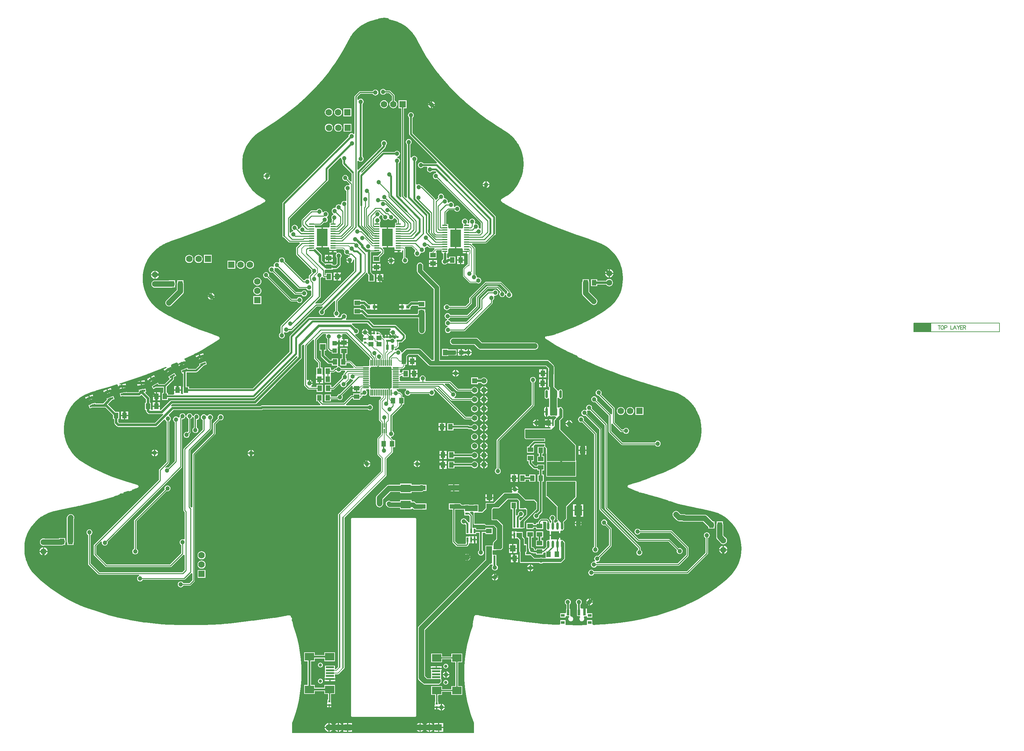
<source format=gtl>
G04 Layer_Physical_Order=1*
G04 Layer_Color=255*
%FSLAX44Y44*%
%MOMM*%
G71*
G01*
G75*
%ADD10R,1.2700X1.5240*%
%ADD11R,1.5240X1.2700*%
%ADD12R,1.5240X1.7780*%
%ADD13R,0.5000X0.6000*%
%ADD14R,0.6000X0.5000*%
%ADD15R,0.9000X0.9500*%
%ADD16R,2.3000X0.5000*%
%ADD17R,2.5000X2.0000*%
%ADD18R,0.8890X0.5080*%
G04:AMPARAMS|DCode=19|XSize=1.55mm|YSize=0.5mm|CornerRadius=0mm|HoleSize=0mm|Usage=FLASHONLY|Rotation=190.000|XOffset=0mm|YOffset=0mm|HoleType=Round|Shape=Rectangle|*
%AMROTATEDRECTD19*
4,1,4,0.7198,0.3808,0.8066,-0.1116,-0.7198,-0.3808,-0.8066,0.1116,0.7198,0.3808,0.0*
%
%ADD19ROTATEDRECTD19*%

G04:AMPARAMS|DCode=20|XSize=1.55mm|YSize=0.5mm|CornerRadius=0mm|HoleSize=0mm|Usage=FLASHONLY|Rotation=210.000|XOffset=0mm|YOffset=0mm|HoleType=Round|Shape=Rectangle|*
%AMROTATEDRECTD20*
4,1,4,0.5462,0.6040,0.7962,0.1710,-0.5462,-0.6040,-0.7962,-0.1710,0.5462,0.6040,0.0*
%
%ADD20ROTATEDRECTD20*%

G04:AMPARAMS|DCode=21|XSize=1.55mm|YSize=0.5mm|CornerRadius=0mm|HoleSize=0mm|Usage=FLASHONLY|Rotation=200.000|XOffset=0mm|YOffset=0mm|HoleType=Round|Shape=Rectangle|*
%AMROTATEDRECTD21*
4,1,4,0.6428,0.5000,0.8138,0.0301,-0.6428,-0.5000,-0.8138,-0.0301,0.6428,0.5000,0.0*
%
%ADD21ROTATEDRECTD21*%

%ADD22R,2.1590X2.7430*%
%ADD23R,3.0000X4.8000*%
%ADD24R,1.3500X0.3500*%
%ADD25R,7.7500X3.9500*%
%ADD26R,1.4000X1.2000*%
%ADD27R,1.2000X1.2000*%
%ADD28R,2.7430X2.1590*%
%ADD29O,0.6000X2.0000*%
%ADD30R,2.3000X2.3000*%
%ADD31R,0.5500X1.3000*%
%ADD32R,1.0000X0.8000*%
%ADD33R,0.7000X1.5000*%
%ADD34O,0.6000X2.2000*%
%ADD35R,2.2352X1.2446*%
%ADD36R,0.5588X1.2700*%
%ADD37O,1.8000X0.3000*%
%ADD38O,0.3000X1.8000*%
%ADD39R,1.5000X1.6000*%
%ADD40R,0.5080X0.8890*%
%ADD41R,0.3000X1.4600*%
%ADD42R,0.3000X1.1600*%
%ADD43R,0.7500X1.4000*%
%ADD44C,0.2032*%
%ADD45C,0.2540*%
%ADD46C,0.5080*%
%ADD47C,1.2700*%
%ADD48C,0.3048*%
%ADD49C,0.6350*%
%ADD50C,1.5000*%
%ADD51C,0.3000*%
%ADD52C,0.4000*%
%ADD53C,0.1270*%
%ADD54R,4.8260X2.4130*%
%ADD55C,1.7780*%
%ADD56R,1.7780X1.7780*%
%ADD57R,1.7780X1.7780*%
%ADD58C,1.6000*%
%ADD59C,0.9000*%
%ADD60C,1.1080*%
%ADD61C,1.4732*%
%ADD62R,1.4732X1.4732*%
%ADD63C,1.2000*%
%ADD64C,0.5000*%
G36*
X1494342Y2698560D02*
X1499252Y2697583D01*
X1499475Y2696465D01*
X1500312Y2695212D01*
X1500312Y2695212D01*
X1501566Y2694374D01*
X1502369Y2694214D01*
X1502356Y2694142D01*
X1503489Y2693974D01*
X1505361Y2693571D01*
X1512514Y2691779D01*
X1515463Y2690882D01*
X1518343Y2689852D01*
X1523568Y2687982D01*
X1528009Y2685882D01*
Y2685882D01*
X1530782Y2684533D01*
X1535867Y2681885D01*
X1539944Y2679288D01*
X1539944Y2679288D01*
X1539945Y2679288D01*
X1543923Y2676754D01*
X1551229Y2671147D01*
X1551229Y2671147D01*
X1551229Y2671147D01*
X1551253Y2671149D01*
X1557115Y2665836D01*
X1559277Y2663630D01*
X1563979Y2658442D01*
X1566162Y2655499D01*
X1566164Y2655500D01*
X1568461Y2652507D01*
X1571117Y2648337D01*
X1572759Y2645748D01*
X1572759Y2645748D01*
X1574496Y2642956D01*
X1579775Y2633078D01*
X1579847Y2633116D01*
X1579891Y2633049D01*
X1587996Y2617554D01*
X1592461Y2609713D01*
X1593950Y2606995D01*
X1593950Y2606995D01*
X1602787Y2591957D01*
X1607293Y2585042D01*
X1607295Y2585030D01*
X1607625Y2584532D01*
X1607625Y2584532D01*
X1613855Y2574972D01*
X1622125Y2563478D01*
X1622125Y2563478D01*
X1622418Y2563072D01*
X1622440Y2563057D01*
X1623898Y2561112D01*
X1631534Y2550873D01*
X1636970Y2544178D01*
X1638908Y2541770D01*
X1638908Y2541769D01*
X1638908Y2541769D01*
X1639099Y2541484D01*
X1639211Y2541409D01*
X1648904Y2529598D01*
X1660639Y2516392D01*
X1660689Y2516317D01*
X1660686Y2516315D01*
X1660783Y2516177D01*
X1660846Y2516134D01*
X1664160Y2512381D01*
X1680606Y2495242D01*
X1681074Y2494793D01*
X1683263Y2492690D01*
X1683273Y2492675D01*
X1683291Y2492663D01*
X1683291Y2492663D01*
X1683299Y2492657D01*
X1685512Y2490538D01*
X1697398Y2479110D01*
X1707359Y2470258D01*
X1707479Y2470079D01*
X1707652Y2469963D01*
X1707652Y2469963D01*
X1707656Y2469960D01*
X1712729Y2465404D01*
X1732155Y2449169D01*
X1733283Y2448226D01*
X1734570Y2447226D01*
X1734620Y2447288D01*
X1749935Y2435133D01*
X1752408Y2433299D01*
X1752415Y2433308D01*
X1752435Y2433335D01*
X1766169Y2423094D01*
X1766705Y2422695D01*
X1768705Y2421328D01*
X1768707Y2421330D01*
X1785148Y2410098D01*
X1785148Y2410098D01*
X1787765Y2408436D01*
X1790811Y2406400D01*
X1800869Y2400187D01*
X1803497Y2398562D01*
X1803440Y2398464D01*
X1806065Y2396871D01*
X1809893Y2394548D01*
X1819046Y2388432D01*
X1821474Y2386810D01*
X1824054Y2385091D01*
X1830853Y2379874D01*
X1833179Y2377826D01*
X1837382Y2374016D01*
X1841911Y2369020D01*
X1843844Y2366631D01*
X1848234Y2360910D01*
X1850021Y2358105D01*
X1850021D01*
X1850022Y2358105D01*
X1853615Y2352464D01*
X1856443Y2347032D01*
X1857801Y2344262D01*
Y2344262D01*
X1859027Y2341669D01*
X1859848Y2339935D01*
X1862251Y2333217D01*
X1862311Y2333033D01*
X1863188Y2330296D01*
X1863931Y2327333D01*
X1865179Y2322349D01*
X1866183Y2315580D01*
X1866163Y2315554D01*
X1866163D01*
X1866733Y2311226D01*
X1867111Y2302568D01*
X1867137Y2299487D01*
X1867135Y2299453D01*
X1867135Y2299449D01*
X1867016Y2296422D01*
X1866722Y2288936D01*
X1866496Y2287028D01*
X1866496Y2287028D01*
X1866125Y2283988D01*
X1865447Y2279413D01*
X1864859Y2276557D01*
X1864133Y2273571D01*
X1862330Y2267312D01*
X1862178Y2266946D01*
X1862095Y2266821D01*
X1862063Y2266667D01*
X1861078Y2264190D01*
X1860930Y2263817D01*
X1858894Y2258904D01*
X1857585Y2256101D01*
X1857585Y2256101D01*
X1855688Y2251987D01*
X1851172Y2243923D01*
X1849557Y2241279D01*
X1849557Y2241279D01*
X1847721Y2238215D01*
X1843026Y2231884D01*
X1841010Y2229531D01*
X1837082Y2225136D01*
X1833663Y2222081D01*
X1831400Y2220058D01*
X1828966Y2218213D01*
X1824900Y2215198D01*
X1820077Y2212307D01*
X1818465Y2211394D01*
X1818412Y2211364D01*
X1818411Y2211363D01*
X1818409Y2211362D01*
X1815983Y2209901D01*
X1813492Y2208432D01*
X1812142Y2207665D01*
X1812141Y2207666D01*
D01*
X1812141Y2207666D01*
X1811326Y2207203D01*
X1808950Y2205720D01*
X1807405Y2204695D01*
X1806757Y2204213D01*
X1806756Y2204213D01*
X1805805Y2202789D01*
X1805805Y2202789D01*
X1805719Y2202359D01*
X1805719Y2202359D01*
X1805471Y2201109D01*
X1805761Y2199648D01*
X1805805Y2199487D01*
X1805974Y2199234D01*
X1806266Y2198528D01*
X1806266Y2198528D01*
X1807345Y2197122D01*
X1807553Y2196957D01*
X1807603Y2196881D01*
X1807708Y2196812D01*
X1807884Y2196694D01*
X1809326Y2195469D01*
X1810325Y2194857D01*
X1811627Y2194059D01*
X1811684Y2194021D01*
X1811682Y2194017D01*
X1812108Y2193738D01*
X1812164Y2193727D01*
X1814337Y2192418D01*
X1820174Y2188901D01*
X1820174Y2188901D01*
X1820572Y2188667D01*
X1820665Y2188649D01*
X1827287Y2184742D01*
X1835047Y2180733D01*
X1835200Y2180631D01*
X1835173Y2180578D01*
X1837183Y2179503D01*
X1837915Y2179148D01*
X1853676Y2171503D01*
X1853719Y2171475D01*
X1853719Y2171475D01*
X1853719D01*
X1853696Y2171428D01*
X1855705Y2170444D01*
X1856487Y2170091D01*
X1876790Y2160923D01*
X1876942Y2160822D01*
X1877173Y2160776D01*
X1906379Y2147984D01*
X1906379Y2147984D01*
X1906379Y2147984D01*
X1909256Y2146867D01*
X1917814Y2143180D01*
X1927934Y2139154D01*
X1930723Y2137989D01*
X1930756Y2137967D01*
X1930795Y2137959D01*
X1933690Y2136850D01*
X1949883Y2130327D01*
X1957524Y2127423D01*
X1960284Y2126362D01*
X1960336Y2126327D01*
X1960416Y2126311D01*
X1960416Y2126311D01*
X1960484Y2126298D01*
X1963311Y2125224D01*
X1989857Y2115133D01*
X1989864Y2115153D01*
X1989875Y2115151D01*
X2010674Y2107621D01*
X2013323Y2106661D01*
X2013591Y2106573D01*
X2016319Y2105673D01*
X2038664Y2097826D01*
X2041584Y2096800D01*
X2041584Y2096801D01*
X2041586Y2096808D01*
X2052135Y2093141D01*
X2061741Y2089486D01*
X2061735Y2089472D01*
X2072308Y2085549D01*
X2076220Y2083928D01*
X2076220Y2083928D01*
X2076201Y2083880D01*
X2080370Y2082154D01*
X2083404Y2080476D01*
X2083404Y2080476D01*
Y2080476D01*
X2086141Y2079020D01*
X2093928Y2074059D01*
X2101746Y2068061D01*
X2104357Y2065668D01*
X2106604Y2063609D01*
X2108880Y2061530D01*
X2115328Y2054416D01*
X2121165Y2046546D01*
X2123913Y2041962D01*
X2123913Y2041962D01*
X2123913Y2041962D01*
X2126197Y2038150D01*
X2130377Y2029312D01*
X2133671Y2020107D01*
X2134595Y2016419D01*
X2134595D01*
X2134684Y2016365D01*
X2136650Y2007496D01*
X2137926Y1997811D01*
X2138218Y1991114D01*
X2138308Y1988052D01*
X2138227Y1984986D01*
X2137899Y1977479D01*
X2136952Y1970288D01*
X2136486Y1967310D01*
D01*
X2135996Y1964413D01*
X2133873Y1955941D01*
X2132239Y1951372D01*
X2131226Y1948552D01*
Y1948552D01*
X2130127Y1945908D01*
X2127027Y1939353D01*
X2124087Y1934448D01*
X2124011Y1934322D01*
X2122519Y1931840D01*
X2122519D01*
X2122519Y1931840D01*
X2120707Y1929394D01*
X2117262Y1924749D01*
X2112521Y1919518D01*
X2110352Y1917333D01*
X2103228Y1910701D01*
X2093790Y1903095D01*
X2089607Y1900191D01*
Y1900191D01*
X2089603Y1900168D01*
X2079100Y1892950D01*
X2064885Y1884239D01*
X2062175Y1882732D01*
X2062175Y1882732D01*
X2062175Y1882732D01*
X2057975Y1880264D01*
X2039848Y1870708D01*
X2029303Y1865758D01*
X2029303Y1865758D01*
Y1865758D01*
X2026544Y1864362D01*
X2003990Y1854496D01*
X1994760Y1850884D01*
X1991888Y1849759D01*
X1991891Y1849750D01*
X1991900Y1849728D01*
X1983436Y1846380D01*
X1980519Y1845333D01*
Y1845333D01*
X1973650Y1842657D01*
X1970743Y1841579D01*
X1967867Y1840482D01*
X1963672Y1838880D01*
X1961488Y1838109D01*
X1961198Y1838016D01*
X1961198Y1838016D01*
X1961197Y1838016D01*
X1961064Y1837966D01*
X1960547Y1837807D01*
X1960547Y1837807D01*
X1960547Y1837807D01*
X1959770Y1837514D01*
X1959004Y1837155D01*
X1958938Y1837111D01*
X1958882Y1837106D01*
X1957764Y1837328D01*
X1956426Y1837062D01*
X1956426Y1837062D01*
X1956092Y1836839D01*
X1956086Y1836838D01*
X1955072Y1836161D01*
X1954798Y1835751D01*
X1952403Y1834633D01*
X1949611Y1833889D01*
D01*
X1946683Y1833182D01*
X1942768Y1832314D01*
X1942770Y1832302D01*
X1939356Y1831582D01*
X1933058Y1830555D01*
X1933065Y1830510D01*
X1933065Y1830510D01*
X1928180Y1829668D01*
X1928141Y1829653D01*
X1928099Y1829653D01*
X1927539Y1829422D01*
X1926973Y1829204D01*
X1926943Y1829175D01*
X1926904Y1829159D01*
X1926475Y1828731D01*
X1926036Y1828314D01*
X1926019Y1828275D01*
X1925989Y1828246D01*
X1925757Y1827685D01*
X1925511Y1827133D01*
X1925509Y1827090D01*
X1925493Y1827052D01*
X1925493Y1826446D01*
X1925477Y1825840D01*
X1925493Y1825801D01*
X1925493Y1825759D01*
X1925724Y1825199D01*
X1925941Y1824633D01*
X1925970Y1824603D01*
X1925986Y1824564D01*
X1926415Y1824135D01*
X1926832Y1823696D01*
X1926870Y1823679D01*
X1926900Y1823649D01*
X1934930Y1818276D01*
X1935083Y1818212D01*
X1945434Y1811519D01*
X1948573Y1809749D01*
Y1809749D01*
X1948969Y1809525D01*
X1949066Y1809505D01*
X1958879Y1803754D01*
X1965595Y1800164D01*
X1965596Y1800163D01*
X1965887Y1799970D01*
X1965997Y1799948D01*
X1968324Y1798704D01*
X1980377Y1792262D01*
X1980804Y1792055D01*
X1983575Y1790687D01*
X1984968Y1789953D01*
X1986349Y1789304D01*
X1997563Y1784040D01*
X2000353Y1782731D01*
X2000441Y1782682D01*
X2000472Y1782676D01*
X2003161Y1781440D01*
X2008624Y1778903D01*
X2008624Y1778903D01*
X2011469Y1777671D01*
X2013727Y1776576D01*
X2014778Y1774787D01*
X2014802Y1774666D01*
X2015192Y1774083D01*
X2015192Y1774083D01*
X2015628Y1773430D01*
X2016840Y1772620D01*
X2016903Y1772591D01*
X2016973Y1772543D01*
X2017959Y1772094D01*
X2019549Y1771348D01*
X2019549Y1771347D01*
X2019642Y1771312D01*
X2020200Y1771014D01*
X2021095Y1770732D01*
X2021332Y1770634D01*
X2023663Y1769966D01*
X2026301Y1768739D01*
X2027111Y1768117D01*
X2027844Y1767769D01*
X2027937Y1767707D01*
X2028003Y1767694D01*
X2028578Y1767490D01*
X2028910Y1767372D01*
X2028911Y1767372D01*
X2031618Y1766477D01*
X2031619Y1766477D01*
X2035757Y1764190D01*
X2035798Y1764162D01*
X2035798Y1764162D01*
X2036056Y1763990D01*
X2036182Y1763965D01*
X2038354Y1762849D01*
X2040488Y1761739D01*
X2042089Y1761062D01*
X2042167Y1761016D01*
X2042205Y1761008D01*
X2045340Y1759555D01*
X2048827Y1758111D01*
X2051650Y1756846D01*
X2053976Y1755882D01*
X2056799Y1754623D01*
X2057573Y1754285D01*
X2059881Y1753274D01*
X2060365Y1753062D01*
X2060367Y1753061D01*
X2060869Y1752856D01*
X2063271Y1751864D01*
X2076435Y1746072D01*
X2077161Y1745790D01*
X2079991Y1744680D01*
X2080009Y1744668D01*
X2080017Y1744666D01*
X2080034Y1744663D01*
X2080034Y1744663D01*
X2080034Y1744663D01*
X2082903Y1743495D01*
X2087357Y1741649D01*
X2102724Y1735767D01*
X2105488Y1734644D01*
X2105493Y1734640D01*
X2105579Y1734607D01*
X2108481Y1733528D01*
X2134113Y1724000D01*
X2134112Y1723996D01*
X2137369Y1722786D01*
X2160285Y1714902D01*
X2162849Y1714020D01*
X2162992Y1713925D01*
X2163206Y1713882D01*
X2166142Y1712887D01*
X2176016Y1709490D01*
X2186503Y1706168D01*
X2189092Y1705339D01*
X2189186Y1705276D01*
X2189455Y1705222D01*
X2192410Y1704298D01*
X2224842Y1693908D01*
X2224842Y1693908D01*
X2224843Y1693908D01*
X2227829Y1693072D01*
X2251539Y1685596D01*
X2256273Y1684168D01*
X2259236Y1683271D01*
X2260479Y1682860D01*
X2262206Y1682383D01*
X2275361Y1678742D01*
X2275342Y1678669D01*
X2278783Y1677808D01*
X2285193Y1675514D01*
X2288042Y1674359D01*
Y1674359D01*
X2290753Y1673085D01*
X2295627Y1670780D01*
X2300409Y1667914D01*
X2303020Y1666276D01*
X2306229Y1664232D01*
X2309816Y1661479D01*
X2312169Y1659674D01*
X2312169Y1659674D01*
X2312169Y1659674D01*
X2314564Y1657715D01*
X2320824Y1651979D01*
X2322939Y1649712D01*
X2326731Y1645639D01*
X2328755Y1643291D01*
X2328755Y1643291D01*
X2330979Y1640755D01*
X2332660Y1638239D01*
X2332660Y1638239D01*
X2334422Y1635691D01*
X2336176Y1632516D01*
X2336194Y1632526D01*
X2338458Y1628512D01*
X2340750Y1623805D01*
X2340737Y1623799D01*
X2343638Y1618005D01*
X2345380Y1613800D01*
X2346562Y1610941D01*
X2346562Y1610941D01*
X2347874Y1607775D01*
X2349048Y1603698D01*
X2349889Y1600780D01*
X2350443Y1597786D01*
X2351270Y1592923D01*
X2351494Y1589916D01*
X2351808Y1586848D01*
X2352200Y1574852D01*
X2352185Y1574835D01*
X2352185D01*
X2352287Y1570937D01*
X2352150Y1565722D01*
X2352150D01*
X2352023Y1562656D01*
X2352020Y1562616D01*
X2351816Y1559622D01*
D01*
X2351555Y1557363D01*
X2351040Y1554477D01*
D01*
X2350399Y1551462D01*
X2349681Y1548597D01*
X2349681Y1548597D01*
X2349681Y1548597D01*
X2348920Y1545611D01*
X2346283Y1538240D01*
X2346201Y1538043D01*
X2345103Y1535398D01*
X2345103D01*
X2345103Y1535398D01*
X2343797Y1532627D01*
X2341431Y1527624D01*
X2338493Y1522723D01*
X2338493Y1522723D01*
X2338493Y1522723D01*
X2338501Y1522690D01*
X2334700Y1516724D01*
X2332037Y1513253D01*
X2330169Y1510818D01*
X2328216Y1508416D01*
X2322475Y1502150D01*
X2320271Y1500094D01*
X2320207Y1500036D01*
X2320208Y1500035D01*
X2314826Y1495104D01*
X2307518Y1489496D01*
X2304952Y1487760D01*
D01*
X2302427Y1486115D01*
X2293654Y1480442D01*
X2286621Y1476476D01*
X2283924Y1474966D01*
X2281210Y1473492D01*
X2274583Y1469894D01*
X2262087Y1463934D01*
X2259248Y1462689D01*
X2256629Y1461528D01*
X2249108Y1458194D01*
X2232526Y1451798D01*
X2232526Y1451798D01*
X2232383Y1451760D01*
X2232324Y1451720D01*
X2229850Y1450773D01*
X2224857Y1448920D01*
X2224639Y1448877D01*
X2224616Y1448939D01*
X2219173Y1446788D01*
X2216277Y1445692D01*
X2216208Y1445669D01*
X2216195Y1445661D01*
X2212565Y1444300D01*
X2211289Y1443772D01*
X2208642Y1442677D01*
X2208604Y1442669D01*
X2208580Y1442653D01*
X2206298Y1441785D01*
X2206023Y1441660D01*
X2206023Y1441660D01*
X2205973Y1441638D01*
X2203183Y1440422D01*
X2203183Y1440422D01*
Y1440422D01*
X2200541Y1439317D01*
X2197916Y1438378D01*
X2197916Y1438378D01*
X2195041Y1437239D01*
X2190149Y1435623D01*
X2190149Y1435623D01*
X2187236Y1434561D01*
X2181559Y1432803D01*
X2181559Y1432803D01*
X2178605Y1431872D01*
X2173396Y1430329D01*
X2173404Y1430302D01*
X2168863Y1428924D01*
X2165902Y1428026D01*
X2165565Y1427951D01*
X2165509Y1427913D01*
X2159445Y1426166D01*
Y1426166D01*
X2157629Y1425623D01*
X2156694Y1425324D01*
X2154554Y1424642D01*
X2153830Y1424412D01*
X2153829Y1424411D01*
X2153446Y1424267D01*
X2153446Y1424267D01*
X2152668Y1423748D01*
X2152003Y1423303D01*
X2152003Y1423303D01*
X2152012Y1423295D01*
X2151176Y1422045D01*
X2150883Y1420571D01*
X2151167Y1419144D01*
X2151176Y1419096D01*
X2151176Y1419096D01*
X2152012Y1417846D01*
X2153158Y1417080D01*
X2153144Y1417050D01*
X2153140Y1417042D01*
X2154871Y1416231D01*
X2155952Y1415764D01*
X2160189Y1413934D01*
X2162809Y1412775D01*
X2162871Y1412734D01*
X2162934Y1412721D01*
X2165647Y1411554D01*
X2168820Y1410134D01*
X2169130Y1410016D01*
X2172007Y1408886D01*
X2174887Y1407908D01*
X2177459Y1407036D01*
X2178866Y1406628D01*
X2180170Y1406170D01*
X2182213Y1404702D01*
X2182213Y1404702D01*
X2183445Y1403879D01*
X2183445Y1403879D01*
X2183567Y1403854D01*
X2183569Y1403851D01*
X2184958Y1403575D01*
X2185898Y1403762D01*
X2186230Y1403750D01*
X2186448Y1403840D01*
X2189460Y1403241D01*
X2189479Y1403211D01*
Y1403211D01*
X2189479Y1403211D01*
X2193786Y1402132D01*
D01*
X2196773Y1401337D01*
X2198757Y1400744D01*
X2201736Y1399908D01*
X2204132Y1399181D01*
X2204193Y1399140D01*
X2204538Y1399057D01*
X2207515Y1398206D01*
X2210713Y1397262D01*
X2210744Y1397241D01*
X2211108Y1397145D01*
X2213871Y1396331D01*
X2217446Y1395276D01*
Y1395276D01*
X2220455Y1394526D01*
X2222503Y1393882D01*
X2222503Y1393882D01*
Y1393882D01*
X2233038Y1391123D01*
X2238436Y1389511D01*
X2238436Y1389511D01*
X2238500Y1389545D01*
X2252083Y1385339D01*
X2252100Y1385305D01*
X2252101D01*
Y1385305D01*
X2255040Y1384359D01*
X2260487Y1382605D01*
X2262937Y1381086D01*
X2263047Y1380921D01*
X2264190Y1380157D01*
X2264339Y1380058D01*
X2265324Y1379862D01*
X2265340Y1379854D01*
X2266192Y1379684D01*
X2266940Y1379805D01*
X2267272Y1379855D01*
X2268558Y1379825D01*
X2269984Y1379487D01*
X2271242Y1378963D01*
X2271242Y1378963D01*
X2272345Y1378743D01*
X2272443Y1378709D01*
X2273078Y1378597D01*
X2273162Y1378614D01*
X2273798Y1378530D01*
X2273962Y1378552D01*
X2273988Y1378547D01*
X2274724Y1377445D01*
X2274724Y1377445D01*
X2276215Y1376449D01*
X2276215Y1376449D01*
X2276760Y1376317D01*
X2282321Y1374715D01*
X2287176Y1373511D01*
X2290164Y1372682D01*
X2291252Y1372383D01*
X2293174Y1371938D01*
X2309362Y1368193D01*
Y1368193D01*
X2312394Y1367551D01*
X2329669Y1363721D01*
X2336615Y1362308D01*
X2339648Y1361666D01*
Y1361666D01*
X2354185Y1358681D01*
X2372172Y1354758D01*
X2372171Y1354754D01*
X2375853Y1354022D01*
X2385789Y1351459D01*
X2385789Y1351459D01*
X2385789Y1351459D01*
X2388781Y1350694D01*
X2391761Y1349628D01*
X2394461Y1348662D01*
X2397355Y1347565D01*
X2403157Y1344820D01*
X2403161Y1344809D01*
X2403161Y1344809D01*
X2405894Y1343386D01*
X2409775Y1341366D01*
X2414306Y1338479D01*
X2414306Y1338479D01*
D01*
X2416927Y1336823D01*
X2421392Y1333512D01*
X2423802Y1331623D01*
X2423802Y1331623D01*
X2423804Y1331623D01*
X2429846Y1326146D01*
X2432305Y1323434D01*
X2432302Y1323431D01*
X2435826Y1319619D01*
X2440714Y1313419D01*
X2440709Y1313386D01*
X2440709Y1313386D01*
X2443141Y1310218D01*
X2448196Y1302282D01*
X2449882Y1299044D01*
X2449882D01*
X2450019Y1298998D01*
X2453941Y1290705D01*
X2456374Y1283906D01*
X2456374Y1283906D01*
X2456374D01*
X2457336Y1280961D01*
X2459453Y1272512D01*
X2460167Y1267696D01*
X2460167Y1267696D01*
X2460167D01*
X2460183Y1267684D01*
X2461099Y1260731D01*
X2461425Y1253255D01*
X2461501Y1250190D01*
X2461500Y1250184D01*
X2461527Y1250050D01*
X2461125Y1240844D01*
X2459880Y1231386D01*
X2458385Y1224644D01*
X2457616Y1221659D01*
Y1221659D01*
X2456895Y1218857D01*
X2453842Y1210326D01*
X2449884Y1201957D01*
X2448112Y1199001D01*
X2446514Y1196366D01*
X2443033Y1190901D01*
X2436248Y1182059D01*
X2428864Y1174001D01*
X2426588Y1171923D01*
X2424361Y1169817D01*
X2418764Y1164525D01*
X2405053Y1152947D01*
X2398197Y1147787D01*
X2395743Y1145941D01*
X2393303Y1144026D01*
X2379834Y1134769D01*
X2377236Y1133086D01*
X2377236Y1133086D01*
X2377236Y1133086D01*
X2374796Y1131493D01*
X2358688Y1121719D01*
X2355975Y1120218D01*
X2353466Y1118792D01*
X2342924Y1112802D01*
X2332775Y1107578D01*
X2332808Y1107514D01*
X2330339Y1106195D01*
X2330077Y1106056D01*
X2311076Y1096840D01*
X2308254Y1095557D01*
X2305639Y1094387D01*
X2296955Y1090501D01*
X2287116Y1086746D01*
X2284227Y1085662D01*
X2281321Y1084636D01*
X2265542Y1079070D01*
X2252990Y1075140D01*
Y1075140D01*
X2252941Y1075047D01*
X2229412Y1068019D01*
X2219880Y1065523D01*
X2219880Y1065524D01*
X2216896Y1064683D01*
X2197860Y1060025D01*
X2189666Y1058395D01*
Y1058395D01*
X2189607Y1058306D01*
X2164565Y1053547D01*
X2142626Y1050149D01*
X2139581Y1049677D01*
X2136523Y1049293D01*
X2114361Y1046509D01*
X2092429Y1044547D01*
X2089337Y1044329D01*
X2089337Y1044329D01*
X2080873Y1043635D01*
X2057237Y1042474D01*
X2054500Y1045443D01*
Y1055350D01*
X2040500D01*
Y1045141D01*
X2040500Y1043350D01*
X2037960Y1041999D01*
X2036373Y1041973D01*
X2036371Y1041974D01*
Y1041974D01*
X2017996Y1041716D01*
X1984120Y1042191D01*
X1981972Y1043141D01*
X1981500Y1045021D01*
Y1055350D01*
X1967500D01*
Y1045863D01*
X1964610Y1042844D01*
X1961925Y1042922D01*
X1958834Y1043105D01*
Y1043105D01*
X1947882Y1043463D01*
X1941064Y1043836D01*
X1941064Y1043855D01*
X1937985Y1044018D01*
X1929255Y1044482D01*
X1926160Y1044646D01*
Y1044646D01*
X1926160D01*
Y1044646D01*
X1923008Y1044801D01*
X1920053Y1045153D01*
D01*
X1917051Y1045531D01*
X1916511Y1045602D01*
X1916059Y1045662D01*
X1913438Y1045944D01*
X1913046Y1045937D01*
X1913046Y1045937D01*
X1913010Y1045930D01*
X1910297Y1046135D01*
X1877594Y1049606D01*
X1853178Y1052945D01*
X1850333Y1053334D01*
X1850333Y1053334D01*
X1850231Y1053316D01*
X1850231Y1053316D01*
X1825649Y1056393D01*
Y1056393D01*
X1804151Y1059083D01*
X1801091Y1059590D01*
Y1059590D01*
X1785837Y1061599D01*
X1779682Y1062535D01*
X1779688Y1062575D01*
X1774830Y1063214D01*
X1766819Y1064699D01*
X1766809Y1064644D01*
X1760420Y1065786D01*
X1757410Y1066323D01*
X1754352Y1066833D01*
X1748953Y1067812D01*
X1748965Y1067882D01*
X1742629Y1069045D01*
X1741864Y1069186D01*
X1739585Y1069513D01*
X1739038Y1069589D01*
X1739036Y1069589D01*
X1738937Y1069569D01*
X1738805Y1069586D01*
X1738347Y1069647D01*
X1736423Y1069394D01*
X1736042Y1069253D01*
X1735644Y1069174D01*
X1734825Y1068626D01*
X1734504Y1068412D01*
X1734504Y1068412D01*
X1733929Y1068028D01*
X1732814Y1066359D01*
X1732761Y1066200D01*
X1731842Y1063170D01*
X1731810Y1062841D01*
X1731838Y1062836D01*
X1730321Y1053908D01*
X1730257Y1053919D01*
X1730233Y1053923D01*
X1729786Y1051369D01*
X1729711Y1050875D01*
X1729350Y1048485D01*
X1728551Y1045801D01*
X1728168Y1041919D01*
X1728464Y1038914D01*
X1723577Y1025114D01*
X1718106Y1006643D01*
X1713609Y987911D01*
X1710098Y968969D01*
X1707583Y949870D01*
X1706072Y930665D01*
X1705568Y911407D01*
X1706072Y892150D01*
X1707583Y872945D01*
X1710098Y853845D01*
X1713609Y834903D01*
X1718106Y816171D01*
X1723577Y797700D01*
X1730008Y779541D01*
X1731822Y775161D01*
Y747274D01*
X1236054D01*
Y775271D01*
X1239146Y783286D01*
X1245009Y801033D01*
X1249994Y819047D01*
X1254089Y837283D01*
X1257284Y855699D01*
X1259572Y874249D01*
X1260947Y892889D01*
X1261406Y911574D01*
X1260947Y930259D01*
X1259572Y948900D01*
X1257284Y967450D01*
X1254089Y985865D01*
X1249994Y1004102D01*
X1245009Y1022116D01*
X1239191Y1039726D01*
X1239191D01*
X1239160Y1039743D01*
X1236306Y1052077D01*
X1236306Y1052077D01*
X1236174Y1052640D01*
X1235369Y1053845D01*
X1235368Y1053846D01*
X1234997Y1054094D01*
X1235257Y1057023D01*
X1235532Y1058866D01*
X1235532Y1058866D01*
X1235536Y1059158D01*
X1235575Y1059451D01*
X1235574Y1059451D01*
X1235565Y1059578D01*
X1235572Y1059649D01*
X1235573Y1059651D01*
X1235551Y1059760D01*
X1235546Y1059826D01*
X1235276Y1061185D01*
X1234853Y1061817D01*
X1234599Y1062198D01*
X1234475Y1062384D01*
X1234475D01*
X1234456Y1062412D01*
X1233327Y1063166D01*
X1233327Y1063166D01*
X1232513Y1064384D01*
X1232575Y1064696D01*
X1232276Y1066201D01*
X1231424Y1067476D01*
X1230895Y1067830D01*
X1229948Y1068463D01*
X1228038Y1068843D01*
X1228037Y1068843D01*
X1227530Y1068753D01*
X1226622Y1068693D01*
X1226306Y1068673D01*
X1223717Y1068223D01*
X1223717Y1068223D01*
X1220700Y1067663D01*
X1216069Y1066805D01*
X1211584Y1065892D01*
X1211585Y1065886D01*
X1207805Y1065089D01*
X1188594Y1061955D01*
X1185514Y1061601D01*
Y1061601D01*
X1160014Y1058090D01*
X1129995Y1054319D01*
Y1054319D01*
X1126931Y1053834D01*
X1074352Y1047476D01*
X1074350Y1047477D01*
Y1047477D01*
X1066176Y1046451D01*
X1045266Y1044580D01*
X1042191Y1044314D01*
X1039119Y1044123D01*
X1029227Y1043509D01*
X1026129Y1043374D01*
Y1043374D01*
X1013074Y1042733D01*
X1008086Y1042652D01*
Y1042652D01*
X1004988Y1042550D01*
X986666Y1042293D01*
X986659Y1042301D01*
Y1042301D01*
X963163Y1042086D01*
X960072Y1042085D01*
X960068Y1042086D01*
X960064Y1042085D01*
X960064D01*
X960064Y1042085D01*
X960064Y1042085D01*
X957274Y1042026D01*
X923502Y1042384D01*
X923478Y1042409D01*
Y1042409D01*
X923478Y1042409D01*
X920393Y1042467D01*
X908147Y1042696D01*
X896021Y1043377D01*
Y1043377D01*
X882500Y1044136D01*
X872217Y1045100D01*
X869163Y1045387D01*
X866072Y1045634D01*
X837758Y1048588D01*
X834680Y1048933D01*
X831726Y1049284D01*
X831617Y1049297D01*
X823692Y1050503D01*
X820641Y1051017D01*
Y1051017D01*
X817751Y1051523D01*
X796836Y1055183D01*
X796767Y1055282D01*
Y1055282D01*
X786709Y1057097D01*
X772740Y1059962D01*
X772735Y1059936D01*
X768962Y1060635D01*
X760108Y1062760D01*
X757143Y1063472D01*
X754125Y1064181D01*
X740411Y1067976D01*
X737447Y1068853D01*
X737447Y1068853D01*
X731925Y1070480D01*
X707297Y1078309D01*
X707297Y1078309D01*
X707297Y1078309D01*
X707287Y1078304D01*
X680516Y1086943D01*
X677603Y1088010D01*
X677603Y1088010D01*
X671057Y1090188D01*
X665663Y1092423D01*
X662813Y1093603D01*
X662812Y1093601D01*
X662809Y1093594D01*
X657374Y1095845D01*
X639456Y1104257D01*
X628017Y1110286D01*
X628016Y1110287D01*
Y1110287D01*
X622023Y1113446D01*
X605177Y1123345D01*
X597425Y1128397D01*
X594983Y1129988D01*
X592357Y1131620D01*
X576914Y1142495D01*
X564777Y1151968D01*
X564777Y1151968D01*
X564777Y1151968D01*
X564696Y1151960D01*
X551880Y1162782D01*
X538849Y1175102D01*
X538524Y1175514D01*
X538524Y1175515D01*
X538524Y1175515D01*
X538523Y1175515D01*
X538521Y1175519D01*
X538517Y1175522D01*
X536351Y1177717D01*
X528745Y1185613D01*
Y1185613D01*
X528745Y1185613D01*
X528693Y1185615D01*
X525788Y1188866D01*
X523888Y1191179D01*
X522164Y1193679D01*
X522106Y1193766D01*
X520512Y1196375D01*
X517640Y1201501D01*
X516303Y1204289D01*
X515003Y1206851D01*
X512620Y1212603D01*
X512620Y1212603D01*
X512620D01*
X511505Y1215474D01*
X509738Y1220412D01*
X509665Y1220715D01*
X509665Y1220716D01*
X509652Y1220736D01*
X508955Y1223362D01*
X507607Y1228743D01*
X507008Y1231762D01*
X505901Y1237899D01*
X505934Y1237979D01*
X505788Y1238523D01*
X505605Y1241513D01*
Y1266596D01*
X505942Y1267279D01*
X506687Y1268393D01*
X506889Y1269194D01*
X506889Y1269194D01*
X508859Y1278080D01*
X510968Y1284769D01*
X510978Y1284774D01*
X510978D01*
X510978Y1284774D01*
X513097Y1290696D01*
X517015Y1298981D01*
X517015Y1298981D01*
X517024Y1298997D01*
X517194Y1299251D01*
X517204Y1299299D01*
X518584Y1301620D01*
X521973Y1307274D01*
X525591Y1312152D01*
X525602Y1312154D01*
X525602Y1312154D01*
Y1312154D01*
X529289Y1316959D01*
X534603Y1322758D01*
X536694Y1324977D01*
X536699Y1324980D01*
X536704Y1324988D01*
X537146Y1325499D01*
X543548Y1331526D01*
X543549D01*
X543549Y1331526D01*
X543549Y1331539D01*
X546013Y1333740D01*
X548432Y1335637D01*
D01*
X550889Y1337342D01*
X553402Y1338928D01*
X557670Y1341318D01*
X560395Y1342757D01*
X560395D01*
X562974Y1344013D01*
X567463Y1346198D01*
X570283Y1347482D01*
X570283Y1347482D01*
Y1347482D01*
X572880Y1348697D01*
X577876Y1350485D01*
X577876Y1350486D01*
X580721Y1351504D01*
X586038Y1352836D01*
X586044Y1352832D01*
X586044Y1352832D01*
X594541Y1354872D01*
X597899Y1355494D01*
X597890Y1355537D01*
X613843Y1358827D01*
X613844Y1358826D01*
X613844Y1358825D01*
X614457Y1358950D01*
X614461Y1358953D01*
X629201Y1362001D01*
Y1362001D01*
X629206Y1362009D01*
X643394Y1364952D01*
X643397Y1364937D01*
X643398Y1364931D01*
X647978Y1365868D01*
X652797Y1366960D01*
X655798Y1367640D01*
X655789Y1367678D01*
X675005Y1372014D01*
X683430Y1374220D01*
X683478Y1374193D01*
X683478Y1374192D01*
X683478Y1374193D01*
X689682Y1375715D01*
X715542Y1382762D01*
X715554Y1382720D01*
X745179Y1391042D01*
X748166Y1391868D01*
X748660Y1391966D01*
X750037Y1392886D01*
X750037Y1392886D01*
X750721Y1393910D01*
X751287Y1393966D01*
X753576Y1394283D01*
X756050Y1394921D01*
X756467Y1395012D01*
X756620Y1395058D01*
X757898Y1395365D01*
X758585Y1395649D01*
X759954Y1396113D01*
X759954Y1396113D01*
X760624Y1396471D01*
X760742Y1396519D01*
X760742Y1396519D01*
X760797Y1396555D01*
X760858Y1396596D01*
X763668Y1397891D01*
X763733Y1397921D01*
X763762Y1397927D01*
X763896Y1397995D01*
X763939Y1398038D01*
X764994Y1398743D01*
X765238Y1399108D01*
X766822Y1400279D01*
X768339Y1400949D01*
X769095Y1401082D01*
X771289Y1401098D01*
X771625Y1401100D01*
X772648Y1400928D01*
X772660Y1400930D01*
X774168Y1401230D01*
X774182Y1401239D01*
X774178Y1401249D01*
X775279Y1401985D01*
X776023Y1403098D01*
X776023Y1403098D01*
X776082Y1403395D01*
X776248Y1404230D01*
X776841Y1404476D01*
X780639Y1405673D01*
Y1405673D01*
X785031Y1407058D01*
X788047Y1407771D01*
X789365Y1407739D01*
X791533Y1407461D01*
X792227Y1407323D01*
X793616Y1407600D01*
X793628Y1407605D01*
X794140Y1407707D01*
X794140Y1407707D01*
X794622Y1408029D01*
X797501Y1409011D01*
X797527Y1409016D01*
X797843Y1409083D01*
X797845Y1409083D01*
X799000Y1409855D01*
X799000Y1409855D01*
X799772Y1411011D01*
X799774Y1411018D01*
X801732Y1412038D01*
X802428Y1412347D01*
X802438Y1412351D01*
X805324Y1413382D01*
X805473Y1413433D01*
X805473Y1413434D01*
X805471Y1413440D01*
X805930Y1413609D01*
X808847Y1414647D01*
X810008Y1415013D01*
X811898Y1415779D01*
X811899Y1415779D01*
X811979Y1415795D01*
X813600Y1416407D01*
X813852Y1416503D01*
X813852Y1416503D01*
X814456Y1416727D01*
X814457Y1416727D01*
X816110Y1417832D01*
X816247Y1417951D01*
X817029Y1419122D01*
X817303Y1420502D01*
X817072Y1421667D01*
X817034Y1421857D01*
X817032Y1421865D01*
X817032Y1421865D01*
X817029Y1421883D01*
X817029Y1421883D01*
X816247Y1423053D01*
X816245Y1423054D01*
X815076Y1423835D01*
X814900Y1423870D01*
X814899Y1423867D01*
X814899Y1423867D01*
X814899Y1423867D01*
X814667Y1423913D01*
X812694Y1424612D01*
X810310Y1425457D01*
X810204Y1425528D01*
X809991Y1425571D01*
X809991Y1425571D01*
X809980Y1425573D01*
X807051Y1426523D01*
X803916Y1427566D01*
X803898Y1427504D01*
X803761Y1427531D01*
X796555Y1429666D01*
X796573Y1429732D01*
X786742Y1432440D01*
X765508Y1439242D01*
X753977Y1443469D01*
X753976Y1443469D01*
X743851Y1447180D01*
X721667Y1456369D01*
X711839Y1460925D01*
Y1460925D01*
X708988Y1462140D01*
X690079Y1471465D01*
X677614Y1478304D01*
X674910Y1479788D01*
X672267Y1481356D01*
X666427Y1484821D01*
X656264Y1491877D01*
X649182Y1497585D01*
X649182Y1497585D01*
X649182Y1497585D01*
X649164Y1497583D01*
X644912Y1501383D01*
X642731Y1503824D01*
X642729Y1503821D01*
X639572Y1507266D01*
X635709Y1512300D01*
X635709Y1512300D01*
X635709Y1512300D01*
X633793Y1514714D01*
X630897Y1519047D01*
X629190Y1521602D01*
X627613Y1524232D01*
X625589Y1527608D01*
X624231Y1530480D01*
X624231Y1530480D01*
X622857Y1533260D01*
X619676Y1540941D01*
X616881Y1549805D01*
X615552Y1555799D01*
X614944Y1558808D01*
X614497Y1561817D01*
X613782Y1566643D01*
X613287Y1576714D01*
X613708Y1585286D01*
X614006Y1588293D01*
X614008Y1588311D01*
D01*
X614446Y1591271D01*
X615279Y1596889D01*
X617767Y1606820D01*
X620406Y1614196D01*
X621597Y1617052D01*
X621597Y1617052D01*
X623198Y1620916D01*
X627756Y1629673D01*
X633060Y1637998D01*
X637067Y1643221D01*
X638992Y1645648D01*
X644389Y1651603D01*
X647798Y1654692D01*
X647798Y1654692D01*
X651355Y1657916D01*
X657648Y1662583D01*
X660252Y1664265D01*
X664705Y1667101D01*
X671982Y1670890D01*
X674815Y1672149D01*
D01*
X678313Y1673762D01*
X688952Y1677687D01*
X691926Y1678538D01*
X694676Y1679384D01*
X698726Y1680630D01*
X698726Y1680630D01*
X701256Y1682130D01*
X710708Y1684807D01*
X735236Y1691882D01*
X735236Y1691882D01*
X735237Y1691882D01*
X737960Y1692790D01*
X757870Y1698923D01*
X760552Y1696505D01*
X761138Y1693183D01*
X770346Y1694807D01*
X769634Y1698844D01*
X766153Y1698231D01*
X765425Y1701250D01*
X768356Y1702153D01*
X777679Y1705200D01*
X777747Y1705165D01*
X777747Y1705165D01*
X813514Y1717070D01*
X813514Y1717070D01*
X816423Y1718140D01*
X825624Y1721264D01*
X840146Y1726622D01*
X843084Y1727705D01*
X843846Y1727975D01*
X846098Y1728754D01*
X846177Y1728808D01*
X848869Y1729839D01*
X861490Y1734496D01*
X875406Y1740048D01*
X878307Y1741084D01*
X878759Y1741257D01*
X881176Y1742258D01*
X892269Y1746853D01*
X893643Y1744066D01*
X885667Y1739461D01*
X887717Y1735911D01*
X897200Y1741385D01*
X906683Y1746861D01*
X905469Y1748965D01*
X906366Y1752692D01*
X909713Y1754078D01*
X909697Y1754115D01*
X909943Y1754279D01*
X920498Y1758826D01*
X923893Y1756913D01*
X924749Y1754562D01*
X935038Y1758307D01*
X945328Y1762052D01*
X943926Y1765905D01*
X942923Y1765540D01*
X941736Y1768397D01*
X943423Y1769197D01*
X962445Y1778106D01*
X967952Y1780891D01*
X967979Y1780896D01*
X968171Y1781002D01*
X968163Y1781019D01*
X968280Y1781098D01*
X978879Y1786433D01*
X988272Y1791754D01*
X988375Y1791775D01*
X988773Y1791933D01*
X989985Y1792598D01*
X991454Y1793489D01*
X999517Y1798382D01*
X1001671Y1799689D01*
X1001722Y1799699D01*
X1001730Y1799704D01*
X1002159Y1799984D01*
X1004797Y1801590D01*
X1013502Y1806891D01*
X1018715Y1810270D01*
X1018715Y1810270D01*
X1018715Y1810270D01*
X1018729Y1810331D01*
X1036086Y1821322D01*
X1036056Y1821369D01*
X1036882Y1821922D01*
X1037269Y1822501D01*
X1037486Y1822825D01*
X1037486Y1822825D01*
X1037880Y1823415D01*
X1037881Y1823421D01*
X1037912Y1823574D01*
X1037913Y1823580D01*
X1038231Y1825176D01*
X1038224Y1825210D01*
X1038209Y1825210D01*
X1037927Y1826627D01*
X1037109Y1827852D01*
X1037106Y1827853D01*
X1035884Y1828670D01*
X1035796Y1828687D01*
X1035793Y1828681D01*
X1035584Y1828723D01*
X1027389Y1831878D01*
X1024540Y1833053D01*
Y1833053D01*
X1024540Y1833053D01*
X1020637Y1834606D01*
X1014497Y1836852D01*
X1011989Y1837785D01*
X1011926Y1837827D01*
X1011810Y1837851D01*
X1011810Y1837851D01*
X1002712Y1841310D01*
X999650Y1842405D01*
X996751Y1843506D01*
Y1843506D01*
X996751Y1843506D01*
X980533Y1849438D01*
X979047Y1850029D01*
X976390Y1851098D01*
X976390Y1851098D01*
Y1851098D01*
X972617Y1852498D01*
X961706Y1857018D01*
X959060Y1858114D01*
X956184Y1859272D01*
X942626Y1865202D01*
X942608Y1865248D01*
Y1865248D01*
X942608Y1865248D01*
X927804Y1871981D01*
X925050Y1873400D01*
X925050Y1873400D01*
X915260Y1878030D01*
X902654Y1884505D01*
X899925Y1885906D01*
X897148Y1887285D01*
X885215Y1894015D01*
X882440Y1895809D01*
D01*
X879859Y1897484D01*
X873421Y1901786D01*
X869289Y1905043D01*
X869287Y1905041D01*
X866025Y1907545D01*
X860248Y1912838D01*
X858038Y1914966D01*
X858027Y1914982D01*
X858016Y1914990D01*
X855963Y1917212D01*
X851659Y1921960D01*
X845669Y1930037D01*
X840499Y1938662D01*
X836200Y1947753D01*
X834937Y1951283D01*
X834937D01*
X834937Y1951283D01*
X832770Y1957339D01*
X830278Y1967286D01*
X828774Y1977430D01*
X828270Y1987672D01*
X828585Y1994083D01*
X828585Y1994083D01*
X828775Y1997944D01*
X830291Y2008166D01*
X832802Y2018190D01*
X836283Y2027919D01*
X838781Y2033201D01*
X840089Y2035966D01*
X841549Y2038674D01*
X845999Y2046098D01*
X852139Y2054377D01*
X859061Y2062014D01*
X865221Y2067597D01*
X867567Y2069577D01*
X867567D01*
X869938Y2071336D01*
X874565Y2074767D01*
X877163Y2076352D01*
X877212Y2076381D01*
X877212Y2076381D01*
X879848Y2077962D01*
X883483Y2080140D01*
X887624Y2082099D01*
X887613Y2082121D01*
X890615Y2083624D01*
X898510Y2086894D01*
X901362Y2088046D01*
D01*
X906594Y2090104D01*
X919278Y2094579D01*
X922194Y2095607D01*
X923679Y2096125D01*
X924898Y2096563D01*
X982443Y2117218D01*
X989104Y2119730D01*
X989104Y2119730D01*
X989105Y2119730D01*
X991764Y2120792D01*
X1014993Y2129484D01*
X1041030Y2139918D01*
X1043742Y2141005D01*
X1043914Y2141039D01*
X1043914Y2141039D01*
X1043934Y2141043D01*
X1044089Y2141146D01*
X1046756Y2142254D01*
X1068208Y2151140D01*
X1087931Y2159943D01*
X1090581Y2161096D01*
X1090669Y2161113D01*
X1090758Y2161173D01*
X1093548Y2162482D01*
X1104227Y2167303D01*
X1130436Y2180143D01*
X1131696Y2180760D01*
X1133196Y2181554D01*
X1133163Y2181619D01*
X1133320Y2181724D01*
X1140400Y2185352D01*
X1142824Y2186594D01*
X1142914Y2186612D01*
X1142915Y2186612D01*
X1143173Y2186733D01*
X1147393Y2188867D01*
X1151869Y2191303D01*
X1151869Y2191303D01*
Y2191303D01*
X1154584Y2192797D01*
X1158963Y2195109D01*
X1158994Y2195115D01*
X1158994Y2195115D01*
X1159286Y2195263D01*
X1159617Y2195400D01*
X1160780Y2196293D01*
X1161466Y2196766D01*
X1162003Y2197569D01*
X1162431Y2198209D01*
X1162754Y2199833D01*
X1162757Y2199833D01*
X1162773Y2199915D01*
X1162574Y2200913D01*
X1162574Y2200914D01*
X1162423Y2201672D01*
X1162422Y2201675D01*
X1161475Y2203093D01*
X1161443Y2203118D01*
X1161350Y2203239D01*
X1159352Y2204772D01*
X1158934Y2204968D01*
X1158880Y2204979D01*
X1156234Y2206442D01*
X1156215Y2206454D01*
X1156265Y2206550D01*
X1152576Y2208471D01*
X1144819Y2213412D01*
X1139314Y2217637D01*
X1136900Y2219580D01*
X1130682Y2225278D01*
X1126798Y2229515D01*
X1124737Y2231765D01*
X1122842Y2234165D01*
X1118683Y2239585D01*
X1114633Y2245942D01*
X1113068Y2248593D01*
Y2248593D01*
X1111683Y2251248D01*
X1109060Y2256286D01*
X1105601Y2264636D01*
X1105528Y2264847D01*
X1104596Y2267562D01*
X1103551Y2270480D01*
X1102172Y2275368D01*
X1102172D01*
X1102136Y2275389D01*
X1101659Y2277375D01*
X1101644Y2277452D01*
X1101122Y2280335D01*
X1100857Y2283378D01*
X1100853Y2283443D01*
X1100723Y2286508D01*
X1100723Y2286508D01*
X1100552Y2296984D01*
X1100549Y2300080D01*
X1100550Y2300082D01*
X1100549Y2300084D01*
X1100536Y2303184D01*
X1100706Y2313581D01*
X1100706D01*
X1100832Y2316646D01*
X1100840Y2316773D01*
X1101100Y2319819D01*
X1101506Y2322163D01*
X1102132Y2324839D01*
X1102132D01*
X1102915Y2327615D01*
X1103493Y2329665D01*
X1104497Y2332598D01*
X1104497D01*
X1104497Y2332598D01*
X1106814Y2339074D01*
X1110752Y2347400D01*
X1112190Y2349904D01*
X1112190D01*
X1112190Y2349904D01*
X1113740Y2352572D01*
X1117959Y2359193D01*
X1121410Y2363691D01*
X1123272Y2366118D01*
X1125270Y2368457D01*
X1130932Y2374637D01*
X1137250Y2380426D01*
X1137250Y2380426D01*
X1137250Y2380426D01*
X1139607Y2382420D01*
X1146673Y2387842D01*
X1150898Y2390534D01*
X1153470Y2392173D01*
X1153464Y2392184D01*
X1153446Y2392214D01*
X1171571Y2403410D01*
X1193679Y2418183D01*
X1215246Y2433734D01*
X1227370Y2443153D01*
X1227437Y2443197D01*
X1227478Y2443145D01*
X1229659Y2444796D01*
X1229931Y2445019D01*
X1249108Y2460757D01*
X1267915Y2477469D01*
X1286051Y2494907D01*
X1289744Y2498748D01*
X1291863Y2500893D01*
X1291898Y2500916D01*
X1291922Y2500953D01*
X1291922Y2500954D01*
X1292045Y2501138D01*
X1294034Y2503210D01*
X1303288Y2512855D01*
X1319264Y2530946D01*
X1334479Y2549682D01*
X1345266Y2564149D01*
X1345250Y2564160D01*
X1353547Y2575692D01*
X1365540Y2594096D01*
X1376669Y2613035D01*
X1386259Y2631228D01*
X1386259Y2631228D01*
X1386241Y2631286D01*
X1392182Y2642401D01*
X1393791Y2645029D01*
X1393791Y2645029D01*
X1395399Y2647565D01*
X1398111Y2651822D01*
X1401106Y2655725D01*
X1402963Y2658208D01*
X1406933Y2662588D01*
X1409030Y2664815D01*
X1409037Y2664820D01*
X1409038Y2664821D01*
X1409041Y2664826D01*
X1411265Y2666909D01*
X1416266Y2671491D01*
X1416369Y2671573D01*
X1418717Y2673390D01*
X1418717D01*
X1421074Y2675183D01*
X1424929Y2678043D01*
X1429479Y2680770D01*
X1429479Y2680770D01*
X1429479Y2680770D01*
X1432153Y2682332D01*
X1439033Y2685913D01*
X1441875Y2687113D01*
X1444521Y2688209D01*
X1448579Y2689890D01*
X1454878Y2691876D01*
X1457841Y2692704D01*
X1462917Y2693975D01*
X1467384Y2694637D01*
X1467366Y2694758D01*
X1468224Y2694929D01*
X1469378Y2695700D01*
X1469460Y2695822D01*
X1473502Y2697194D01*
X1480369Y2698560D01*
X1487355Y2699018D01*
X1494342Y2698560D01*
D02*
G37*
%LPC*%
G36*
X1438400Y1491069D02*
X1437598Y1490963D01*
X1435360Y1490036D01*
X1433439Y1488562D01*
X1431964Y1486640D01*
X1431037Y1484402D01*
X1430931Y1483600D01*
X1438400D01*
Y1491069D01*
D02*
G37*
G36*
X1760600Y1490047D02*
Y1481200D01*
X1769447D01*
X1769294Y1482359D01*
X1768230Y1484929D01*
X1766536Y1487136D01*
X1764329Y1488830D01*
X1761759Y1489894D01*
X1760600Y1490047D01*
D02*
G37*
G36*
X1441600Y1491069D02*
Y1483600D01*
X1449069D01*
X1448963Y1484402D01*
X1448036Y1486640D01*
X1446561Y1488562D01*
X1444640Y1490036D01*
X1442402Y1490963D01*
X1441600Y1491069D01*
D02*
G37*
G36*
X1578600D02*
Y1483600D01*
X1586069D01*
X1585963Y1484402D01*
X1585036Y1486640D01*
X1583562Y1488562D01*
X1581640Y1490036D01*
X1579402Y1490963D01*
X1578600Y1491069D01*
D02*
G37*
G36*
X1575400D02*
X1574598Y1490963D01*
X1572360Y1490036D01*
X1570439Y1488562D01*
X1568964Y1486640D01*
X1568037Y1484402D01*
X1567931Y1483600D01*
X1575400D01*
Y1491069D01*
D02*
G37*
G36*
X1757400Y1490047D02*
X1756242Y1489894D01*
X1753672Y1488830D01*
X1751465Y1487136D01*
X1749771Y1484929D01*
X1748706Y1482359D01*
X1748554Y1481200D01*
X1757400D01*
Y1490047D01*
D02*
G37*
G36*
X1575400Y1480400D02*
X1567931D01*
X1568037Y1479598D01*
X1568964Y1477360D01*
X1570439Y1475439D01*
X1572360Y1473964D01*
X1574598Y1473037D01*
X1575400Y1472931D01*
Y1480400D01*
D02*
G37*
G36*
X1449069D02*
X1441600D01*
Y1472931D01*
X1442402Y1473037D01*
X1444640Y1473964D01*
X1446561Y1475439D01*
X1448036Y1477360D01*
X1448963Y1479598D01*
X1449069Y1480400D01*
D02*
G37*
G36*
X1586069D02*
X1578600D01*
Y1472931D01*
X1579402Y1473037D01*
X1581640Y1473964D01*
X1583562Y1475439D01*
X1585036Y1477360D01*
X1585963Y1479598D01*
X1586069Y1480400D01*
D02*
G37*
G36*
X1657120Y1489820D02*
X1649170D01*
Y1480600D01*
X1657120D01*
Y1489820D01*
D02*
G37*
G36*
X1645970D02*
X1638020D01*
Y1480600D01*
X1645970D01*
Y1489820D01*
D02*
G37*
G36*
X1733600Y1489047D02*
X1731155Y1488725D01*
X1728877Y1487782D01*
X1726920Y1486280D01*
X1725419Y1484324D01*
X1725380Y1484229D01*
X1678780D01*
Y1488620D01*
X1662080D01*
Y1469380D01*
X1678780D01*
Y1474971D01*
X1725380D01*
X1725419Y1474877D01*
X1726920Y1472920D01*
X1728877Y1471419D01*
X1731155Y1470475D01*
X1733600Y1470154D01*
X1736045Y1470475D01*
X1738324Y1471419D01*
X1740280Y1472920D01*
X1741781Y1474877D01*
X1742725Y1477155D01*
X1743047Y1479600D01*
X1742725Y1482045D01*
X1741781Y1484324D01*
X1740280Y1486280D01*
X1738324Y1487782D01*
X1736045Y1488725D01*
X1733600Y1489047D01*
D02*
G37*
G36*
X859400Y1510400D02*
X851931D01*
X852037Y1509598D01*
X852964Y1507360D01*
X854438Y1505439D01*
X856360Y1503964D01*
X858598Y1503037D01*
X859400Y1502931D01*
Y1510400D01*
D02*
G37*
G36*
X1133069Y1509400D02*
X1125600D01*
Y1501931D01*
X1126402Y1502037D01*
X1128640Y1502964D01*
X1130562Y1504438D01*
X1132036Y1506360D01*
X1132963Y1508598D01*
X1133069Y1509400D01*
D02*
G37*
G36*
X870069Y1510400D02*
X862600D01*
Y1502931D01*
X863402Y1503037D01*
X865640Y1503964D01*
X867561Y1505439D01*
X869036Y1507360D01*
X869963Y1509598D01*
X870069Y1510400D01*
D02*
G37*
G36*
X1760600Y1515447D02*
Y1506600D01*
X1769447D01*
X1769294Y1507759D01*
X1768230Y1510329D01*
X1766536Y1512536D01*
X1764329Y1514230D01*
X1761759Y1515294D01*
X1760600Y1515447D01*
D02*
G37*
G36*
X1757400Y1515447D02*
X1756242Y1515294D01*
X1753672Y1514230D01*
X1751465Y1512536D01*
X1749771Y1510329D01*
X1748706Y1507759D01*
X1748554Y1506600D01*
X1757400D01*
Y1515447D01*
D02*
G37*
G36*
X1122400Y1509400D02*
X1114931D01*
X1115037Y1508598D01*
X1115964Y1506360D01*
X1117439Y1504438D01*
X1119360Y1502964D01*
X1121598Y1502037D01*
X1122400Y1501931D01*
Y1509400D01*
D02*
G37*
G36*
X1769447Y1503400D02*
X1760600D01*
Y1494554D01*
X1761759Y1494706D01*
X1764329Y1495771D01*
X1766536Y1497464D01*
X1768230Y1499672D01*
X1769294Y1502242D01*
X1769447Y1503400D01*
D02*
G37*
G36*
X1757400D02*
X1748554D01*
X1748706Y1502242D01*
X1749771Y1499672D01*
X1751465Y1497464D01*
X1753672Y1495771D01*
X1756242Y1494706D01*
X1757400Y1494554D01*
Y1503400D01*
D02*
G37*
G36*
X1645970Y1504400D02*
X1638020D01*
Y1495180D01*
X1645970D01*
Y1504400D01*
D02*
G37*
G36*
X1678780Y1515620D02*
X1662080D01*
Y1496380D01*
X1678780D01*
Y1500371D01*
X1725380D01*
X1725419Y1500277D01*
X1726920Y1498320D01*
X1728877Y1496819D01*
X1731155Y1495875D01*
X1733600Y1495553D01*
X1736045Y1495875D01*
X1738324Y1496819D01*
X1740280Y1498320D01*
X1741781Y1500277D01*
X1742725Y1502555D01*
X1743047Y1505000D01*
X1742725Y1507445D01*
X1741781Y1509724D01*
X1740280Y1511680D01*
X1738324Y1513181D01*
X1736045Y1514125D01*
X1733600Y1514447D01*
X1731155Y1514125D01*
X1728877Y1513181D01*
X1726920Y1511680D01*
X1725419Y1509724D01*
X1725380Y1509629D01*
X1678780D01*
Y1515620D01*
D02*
G37*
G36*
X1657120Y1504400D02*
X1649170D01*
Y1495180D01*
X1657120D01*
Y1504400D01*
D02*
G37*
G36*
X1438400Y1480400D02*
X1430931D01*
X1431037Y1479598D01*
X1431964Y1477360D01*
X1433439Y1475439D01*
X1435360Y1473964D01*
X1437598Y1473037D01*
X1438400Y1472931D01*
Y1480400D01*
D02*
G37*
G36*
X1675342Y1414800D02*
X1662566D01*
Y1406977D01*
X1675342D01*
Y1414800D01*
D02*
G37*
G36*
X896000Y1423069D02*
X893912Y1422794D01*
X891965Y1421988D01*
X890294Y1420706D01*
X889012Y1419035D01*
X888206Y1417088D01*
X887931Y1415000D01*
X888206Y1412912D01*
X888496Y1412211D01*
X805642Y1329358D01*
X804920Y1328276D01*
X804666Y1327000D01*
Y1250278D01*
X803966Y1249988D01*
X802294Y1248706D01*
X801012Y1247035D01*
X800206Y1245088D01*
X799931Y1243000D01*
X800206Y1240912D01*
X801012Y1238966D01*
X802294Y1237294D01*
X803966Y1236012D01*
X805912Y1235206D01*
X808000Y1234931D01*
X810088Y1235206D01*
X812035Y1236012D01*
X813706Y1237294D01*
X814988Y1238966D01*
X815794Y1240912D01*
X816069Y1243000D01*
X815794Y1245088D01*
X814988Y1247035D01*
X813706Y1248706D01*
X812035Y1249988D01*
X811334Y1250278D01*
Y1325619D01*
X893211Y1407496D01*
X893912Y1407206D01*
X896000Y1406931D01*
X898089Y1407206D01*
X900034Y1408012D01*
X901706Y1409294D01*
X902988Y1410966D01*
X903794Y1412912D01*
X904069Y1415000D01*
X903794Y1417088D01*
X902988Y1419035D01*
X901706Y1420706D01*
X900034Y1421988D01*
X898089Y1422794D01*
X896000Y1423069D01*
D02*
G37*
G36*
X1691318Y1414800D02*
X1678542D01*
Y1406977D01*
X1691318D01*
Y1414800D01*
D02*
G37*
G36*
X1845600Y1421209D02*
Y1413740D01*
X1853069D01*
X1852963Y1414542D01*
X1852036Y1416780D01*
X1850561Y1418701D01*
X1848640Y1420176D01*
X1846402Y1421103D01*
X1845600Y1421209D01*
D02*
G37*
G36*
X1842400D02*
X1841598Y1421103D01*
X1839360Y1420176D01*
X1837438Y1418701D01*
X1835964Y1416780D01*
X1835037Y1414542D01*
X1834931Y1413740D01*
X1842400D01*
Y1421209D01*
D02*
G37*
G36*
X1853069Y1410540D02*
X1834931D01*
X1835037Y1409738D01*
X1835964Y1407500D01*
X1837008Y1406139D01*
X1836427Y1404139D01*
X1835655Y1403039D01*
X1815000D01*
X1815000Y1403039D01*
X1814220Y1402884D01*
X1813558Y1402442D01*
X1813558Y1402442D01*
X1786558Y1375442D01*
X1786558Y1375442D01*
X1786155Y1375039D01*
X1766000D01*
X1765402Y1374920D01*
X1764380D01*
Y1374175D01*
X1764116Y1373780D01*
X1763961Y1373000D01*
Y1360845D01*
X1754155Y1351039D01*
X1747071D01*
X1744145Y1351460D01*
Y1358520D01*
X1744145Y1360540D01*
X1744145Y1360540D01*
Y1361620D01*
X1744145D01*
X1744145Y1363640D01*
Y1370700D01*
X1731255D01*
Y1370039D01*
X1718745D01*
Y1370700D01*
X1705855D01*
Y1370039D01*
X1698845D01*
X1695442Y1373442D01*
X1694780Y1373884D01*
X1694000Y1374039D01*
X1679000D01*
X1678685Y1373977D01*
X1678367Y1373938D01*
X1678297Y1373900D01*
X1678220Y1373884D01*
X1678128Y1373823D01*
X1663766D01*
Y1357377D01*
X1673349D01*
Y1269058D01*
X1673622Y1267683D01*
X1674401Y1266517D01*
X1683459Y1257459D01*
X1684625Y1256681D01*
X1686000Y1256407D01*
X1712000D01*
X1713375Y1256681D01*
X1714541Y1257459D01*
X1717041Y1259959D01*
X1717820Y1261125D01*
X1718093Y1262500D01*
Y1265300D01*
X1722400D01*
Y1275000D01*
Y1284700D01*
X1718050D01*
Y1283500D01*
X1709750D01*
Y1266500D01*
X1709750Y1266500D01*
X1709285Y1263593D01*
X1687489D01*
X1680535Y1270546D01*
Y1356961D01*
X1704961D01*
Y1353109D01*
X1704961Y1353000D01*
X1704961Y1353000D01*
X1705116Y1352220D01*
X1705754Y1349673D01*
X1705855Y1348697D01*
Y1341300D01*
X1717619D01*
X1720407Y1338512D01*
Y1323411D01*
X1719154Y1322632D01*
X1717307Y1322240D01*
X1711325Y1328222D01*
X1710988Y1329035D01*
X1709706Y1330706D01*
X1708035Y1331988D01*
X1706089Y1332794D01*
X1704000Y1333069D01*
X1701912Y1332794D01*
X1699966Y1331988D01*
X1698295Y1330706D01*
X1697012Y1329035D01*
X1696206Y1327089D01*
X1695931Y1325000D01*
X1696206Y1322912D01*
X1697012Y1320966D01*
X1698295Y1319294D01*
X1699966Y1318012D01*
X1701912Y1317206D01*
X1704000Y1316931D01*
X1706089Y1317206D01*
X1707224Y1317676D01*
X1709465Y1316087D01*
X1709871Y1315539D01*
Y1307500D01*
X1709750D01*
Y1290500D01*
X1719250Y1290500D01*
X1722350Y1290500D01*
X1728750Y1290500D01*
X1731850Y1290500D01*
X1738250D01*
Y1293941D01*
X1746371D01*
Y1246532D01*
X1745295Y1245706D01*
X1744012Y1244035D01*
X1743206Y1242088D01*
X1742931Y1240000D01*
X1743206Y1237912D01*
X1744012Y1235965D01*
X1745295Y1234294D01*
X1746966Y1233012D01*
X1748912Y1232206D01*
X1751000Y1231931D01*
X1753089Y1232206D01*
X1755035Y1233012D01*
X1756706Y1234294D01*
X1757988Y1235965D01*
X1758794Y1237912D01*
X1759069Y1240000D01*
X1758794Y1242088D01*
X1757988Y1244035D01*
X1756706Y1245706D01*
X1755629Y1246532D01*
Y1293941D01*
X1763380D01*
Y1290220D01*
X1782620D01*
Y1306920D01*
X1763380D01*
Y1303199D01*
X1738250D01*
Y1307500D01*
X1728750Y1307500D01*
X1727593Y1310121D01*
Y1340000D01*
X1727320Y1341375D01*
X1726541Y1342540D01*
X1721220Y1347861D01*
X1721699Y1349880D01*
X1722419Y1350961D01*
X1728396D01*
X1729209Y1350796D01*
X1729272Y1350728D01*
X1730961Y1348000D01*
Y1338000D01*
Y1318000D01*
X1731116Y1317220D01*
X1731558Y1316558D01*
X1732220Y1316116D01*
X1733000Y1315961D01*
X1761155D01*
X1763380Y1313736D01*
Y1313080D01*
X1764401D01*
X1765000Y1312961D01*
X1786155D01*
X1792961Y1306155D01*
Y1282000D01*
Y1276845D01*
X1784558Y1268442D01*
X1784116Y1267780D01*
X1783961Y1267000D01*
Y1265048D01*
X1783883Y1264932D01*
X1783531Y1263160D01*
X1783531Y1263160D01*
Y1261835D01*
X1782540Y1259145D01*
X1780431Y1259145D01*
X1775480D01*
X1773460Y1259145D01*
X1773460Y1259145D01*
X1772380D01*
Y1259145D01*
X1770360Y1259145D01*
X1763300D01*
Y1258056D01*
X1763116Y1257780D01*
X1762961Y1257000D01*
Y1220071D01*
X1761064Y1218615D01*
X1582225Y1039776D01*
X1580702Y1037791D01*
X1579745Y1035480D01*
X1579418Y1033000D01*
Y898000D01*
X1579745Y895520D01*
X1580702Y893209D01*
X1582225Y891225D01*
X1588225Y885225D01*
X1590209Y883702D01*
X1592266Y882850D01*
X1594558Y880558D01*
X1595220Y880116D01*
X1596000Y879961D01*
X1636000D01*
X1636000Y879961D01*
X1636780Y880116D01*
X1637442Y880558D01*
X1642442Y885558D01*
X1642884Y886220D01*
X1643039Y887000D01*
Y894000D01*
X1642884Y894780D01*
X1642500Y895355D01*
Y903500D01*
Y911500D01*
Y918300D01*
X1643700D01*
Y922400D01*
X1629000D01*
X1614300D01*
Y918300D01*
X1615500D01*
Y911500D01*
Y903500D01*
Y896629D01*
X1605255D01*
X1598582Y903302D01*
Y1029031D01*
X1774615Y1205065D01*
X1776071Y1206961D01*
X1778000D01*
X1778000Y1206961D01*
X1778780Y1207116D01*
X1779442Y1207558D01*
X1779442Y1207558D01*
X1779728Y1207844D01*
X1782761Y1206688D01*
X1783059Y1204399D01*
X1782012Y1203034D01*
X1781206Y1201088D01*
X1780931Y1199000D01*
X1781206Y1196911D01*
X1782012Y1194965D01*
X1783295Y1193294D01*
X1784966Y1192012D01*
X1786912Y1191206D01*
X1789000Y1190931D01*
X1791089Y1191206D01*
X1793035Y1192012D01*
X1794706Y1193294D01*
X1795988Y1194965D01*
X1796794Y1196911D01*
X1797069Y1199000D01*
X1796794Y1201088D01*
X1795988Y1203034D01*
X1794706Y1204706D01*
X1793035Y1205988D01*
X1792789Y1206090D01*
Y1227300D01*
X1792700Y1227747D01*
Y1233745D01*
X1783620Y1233745D01*
X1783039Y1236605D01*
Y1243396D01*
X1783620Y1246255D01*
X1786139Y1246255D01*
X1792700D01*
Y1246961D01*
X1805000D01*
X1805000Y1246961D01*
X1805780Y1247116D01*
X1806442Y1247558D01*
X1806442Y1247558D01*
X1810442Y1251558D01*
X1810884Y1252220D01*
X1811039Y1253000D01*
Y1314000D01*
X1811039Y1314000D01*
X1810884Y1314780D01*
X1810442Y1315442D01*
X1810442Y1315442D01*
X1796442Y1329442D01*
X1795780Y1329884D01*
X1795000Y1330039D01*
X1782039D01*
Y1358155D01*
X1782104Y1358220D01*
X1783620D01*
Y1359736D01*
X1784845Y1360961D01*
X1799000D01*
X1799000Y1360961D01*
X1799780Y1361116D01*
X1800442Y1361558D01*
X1823845Y1384961D01*
X1850155D01*
X1854961Y1380155D01*
Y1376000D01*
Y1361000D01*
X1855080Y1360402D01*
Y1358380D01*
X1871780D01*
X1874252Y1356864D01*
X1874961Y1356155D01*
Y1343845D01*
X1858729Y1327613D01*
X1855629Y1328897D01*
Y1334082D01*
X1858655Y1337108D01*
X1860000Y1336931D01*
X1862089Y1337206D01*
X1864035Y1338012D01*
X1865706Y1339294D01*
X1866988Y1340966D01*
X1867794Y1342912D01*
X1868069Y1345000D01*
X1867794Y1347088D01*
X1866988Y1349035D01*
X1865706Y1350706D01*
X1864035Y1351988D01*
X1862089Y1352794D01*
X1860000Y1353069D01*
X1857912Y1352794D01*
X1855966Y1351988D01*
X1854295Y1350706D01*
X1853012Y1349035D01*
X1852206Y1347088D01*
X1851931Y1345000D01*
X1852108Y1343655D01*
X1849331Y1340877D01*
X1846231Y1342161D01*
Y1358380D01*
X1848920D01*
Y1377620D01*
X1832220D01*
Y1358380D01*
X1836973D01*
Y1322304D01*
X1836808D01*
Y1305604D01*
X1865192D01*
Y1305961D01*
X1868000D01*
X1868780Y1306116D01*
X1869442Y1306558D01*
X1869884Y1307220D01*
X1870039Y1308000D01*
Y1324155D01*
X1903442Y1357558D01*
X1903884Y1358220D01*
X1904039Y1359000D01*
Y1373000D01*
Y1376000D01*
X1904039Y1376000D01*
X1903884Y1376780D01*
X1903442Y1377442D01*
X1897442Y1383442D01*
X1896780Y1383884D01*
X1896000Y1384039D01*
X1872845D01*
X1855442Y1401442D01*
X1855442Y1401442D01*
X1854442Y1402442D01*
X1853780Y1402884D01*
X1853000Y1403039D01*
X1852345D01*
X1851572Y1404139D01*
X1850992Y1406139D01*
X1852036Y1407500D01*
X1852963Y1409738D01*
X1853069Y1410540D01*
D02*
G37*
G36*
X1784820Y1387830D02*
X1775600D01*
Y1379880D01*
X1784820D01*
Y1387830D01*
D02*
G37*
G36*
X1772400D02*
X1763180D01*
Y1379880D01*
X1772400D01*
Y1387830D01*
D02*
G37*
G36*
Y1398980D02*
X1763180D01*
Y1391030D01*
X1772400D01*
Y1398980D01*
D02*
G37*
G36*
X1561715Y1427895D02*
X1530285D01*
Y1424682D01*
X1500100D01*
X1497620Y1424355D01*
X1496431Y1423863D01*
X1495309Y1423398D01*
X1493325Y1421876D01*
X1467524Y1396076D01*
X1466002Y1394091D01*
X1465044Y1391780D01*
X1464718Y1389300D01*
Y1373000D01*
X1465044Y1370520D01*
X1466002Y1368209D01*
X1467524Y1366225D01*
X1469509Y1364702D01*
X1471820Y1363745D01*
X1474300Y1363418D01*
X1476780Y1363745D01*
X1479091Y1364702D01*
X1481075Y1366225D01*
X1482598Y1368209D01*
X1483555Y1370520D01*
X1483882Y1373000D01*
Y1385331D01*
X1504069Y1405518D01*
X1530285D01*
Y1402305D01*
X1561715D01*
Y1405518D01*
X1587758D01*
X1590238Y1405845D01*
X1592549Y1406802D01*
X1594341Y1408177D01*
X1602234D01*
Y1424623D01*
X1593947D01*
X1593849Y1424698D01*
X1591538Y1425655D01*
X1589058Y1425982D01*
X1586578Y1425655D01*
X1584267Y1424698D01*
X1584246Y1424682D01*
X1561715D01*
Y1427895D01*
D02*
G37*
G36*
X1784820Y1398980D02*
X1775600D01*
Y1391030D01*
X1784820D01*
Y1398980D01*
D02*
G37*
G36*
X1675342Y1425823D02*
X1662566D01*
Y1418000D01*
X1675342D01*
Y1425823D01*
D02*
G37*
G36*
X1645970Y1477400D02*
X1638020D01*
Y1468180D01*
X1645970D01*
Y1477400D01*
D02*
G37*
G36*
X1893000Y1719069D02*
X1890912Y1718794D01*
X1888965Y1717988D01*
X1887294Y1716706D01*
X1886012Y1715035D01*
X1885206Y1713089D01*
X1884931Y1711000D01*
X1885206Y1708912D01*
X1886012Y1706965D01*
X1887294Y1705294D01*
X1888965Y1704012D01*
X1889666Y1703722D01*
Y1643381D01*
X1794642Y1548358D01*
X1793920Y1547276D01*
X1793666Y1546000D01*
Y1469278D01*
X1792966Y1468988D01*
X1791294Y1467706D01*
X1790012Y1466035D01*
X1789206Y1464088D01*
X1788931Y1462000D01*
X1789206Y1459912D01*
X1790012Y1457966D01*
X1791294Y1456294D01*
X1792966Y1455012D01*
X1794912Y1454206D01*
X1797000Y1453931D01*
X1799088Y1454206D01*
X1801035Y1455012D01*
X1802706Y1456294D01*
X1803988Y1457966D01*
X1804794Y1459912D01*
X1805069Y1462000D01*
X1804794Y1464088D01*
X1803988Y1466035D01*
X1802706Y1467706D01*
X1801035Y1468988D01*
X1800334Y1469278D01*
Y1544619D01*
X1895358Y1639642D01*
X1896080Y1640724D01*
X1896334Y1642000D01*
Y1703722D01*
X1897035Y1704012D01*
X1898706Y1705294D01*
X1899988Y1706965D01*
X1900794Y1708912D01*
X1901069Y1711000D01*
X1900794Y1713089D01*
X1899988Y1715035D01*
X1898706Y1716706D01*
X1897035Y1717988D01*
X1895089Y1718794D01*
X1893000Y1719069D01*
D02*
G37*
G36*
X1657120Y1477400D02*
X1649170D01*
Y1468180D01*
X1657120D01*
Y1477400D01*
D02*
G37*
G36*
X1769447Y1478000D02*
X1760600D01*
Y1469154D01*
X1761759Y1469306D01*
X1764329Y1470371D01*
X1766536Y1472065D01*
X1768230Y1474272D01*
X1769294Y1476842D01*
X1769447Y1478000D01*
D02*
G37*
G36*
X1757400D02*
X1748554D01*
X1748706Y1476842D01*
X1749771Y1474272D01*
X1751465Y1472065D01*
X1753672Y1470371D01*
X1756242Y1469306D01*
X1757400Y1469154D01*
Y1478000D01*
D02*
G37*
G36*
X1899490Y1452620D02*
X1882790D01*
Y1447629D01*
X1872780D01*
Y1452620D01*
X1856080D01*
Y1433380D01*
X1872780D01*
Y1438371D01*
X1882790D01*
Y1433380D01*
X1899490D01*
Y1452620D01*
D02*
G37*
G36*
X1839970Y1441400D02*
X1832020D01*
Y1432180D01*
X1839970D01*
Y1441400D01*
D02*
G37*
G36*
X1691318Y1425823D02*
X1678542D01*
Y1418000D01*
X1691318D01*
Y1425823D01*
D02*
G37*
G36*
X1851120Y1441400D02*
X1843170D01*
Y1432180D01*
X1851120D01*
Y1441400D01*
D02*
G37*
G36*
Y1453820D02*
X1843170D01*
Y1444600D01*
X1851120D01*
Y1453820D01*
D02*
G37*
G36*
X1839970D02*
X1832020D01*
Y1444600D01*
X1839970D01*
Y1453820D01*
D02*
G37*
G36*
X1654120Y1593820D02*
X1646170D01*
Y1584600D01*
X1654120D01*
Y1593820D01*
D02*
G37*
G36*
X1642970D02*
X1635020D01*
Y1584600D01*
X1642970D01*
Y1593820D01*
D02*
G37*
G36*
X1900400Y1592400D02*
X1892932D01*
X1893037Y1591598D01*
X1893964Y1589360D01*
X1895439Y1587438D01*
X1897361Y1585964D01*
X1899599Y1585037D01*
X1900400Y1584931D01*
Y1592400D01*
D02*
G37*
G36*
X1989400Y1601069D02*
X1988598Y1600963D01*
X1986360Y1600036D01*
X1984438Y1598561D01*
X1982964Y1596640D01*
X1982037Y1594402D01*
X1981931Y1593600D01*
X1989400D01*
Y1601069D01*
D02*
G37*
G36*
X1911069Y1592400D02*
X1903600D01*
Y1584931D01*
X1904402Y1585037D01*
X1906640Y1585964D01*
X1908562Y1587438D01*
X1910036Y1589360D01*
X1910963Y1591598D01*
X1911069Y1592400D01*
D02*
G37*
G36*
X2000069Y1590400D02*
X1992600D01*
Y1582931D01*
X1993401Y1583037D01*
X1995639Y1583964D01*
X1997561Y1585438D01*
X1999036Y1587360D01*
X1999963Y1589598D01*
X2000069Y1590400D01*
D02*
G37*
G36*
X1933970Y1591400D02*
X1926020D01*
Y1582180D01*
X1933970D01*
Y1591400D01*
D02*
G37*
G36*
X1654120Y1581400D02*
X1646170D01*
Y1572180D01*
X1654120D01*
Y1581400D01*
D02*
G37*
G36*
X1757400Y1591647D02*
X1756242Y1591494D01*
X1753672Y1590430D01*
X1751465Y1588736D01*
X1749771Y1586529D01*
X1748706Y1583959D01*
X1748554Y1582800D01*
X1757400D01*
Y1591647D01*
D02*
G37*
G36*
X1989400Y1590400D02*
X1981931D01*
X1982037Y1589598D01*
X1982964Y1587360D01*
X1984438Y1585438D01*
X1986360Y1583964D01*
X1988598Y1583037D01*
X1989400Y1582931D01*
Y1590400D01*
D02*
G37*
G36*
X1760600Y1591647D02*
Y1582800D01*
X1769447D01*
X1769294Y1583959D01*
X1768230Y1586529D01*
X1766536Y1588736D01*
X1764329Y1590430D01*
X1761759Y1591494D01*
X1760600Y1591647D01*
D02*
G37*
G36*
X1992600Y1601069D02*
Y1593600D01*
X2000069D01*
X1999963Y1594402D01*
X1999036Y1596640D01*
X1997561Y1598561D01*
X1995639Y1600036D01*
X1993401Y1600963D01*
X1992600Y1601069D01*
D02*
G37*
G36*
X788410Y1612400D02*
X780460D01*
Y1603180D01*
X788410D01*
Y1612400D01*
D02*
G37*
G36*
X777260D02*
X769310D01*
Y1603180D01*
X777260D01*
Y1612400D01*
D02*
G37*
G36*
X1757400Y1617047D02*
X1756242Y1616894D01*
X1753672Y1615830D01*
X1751465Y1614136D01*
X1749771Y1611929D01*
X1748706Y1609359D01*
X1748554Y1608200D01*
X1757400D01*
Y1617047D01*
D02*
G37*
G36*
X1928350Y1622400D02*
X1923629D01*
Y1616000D01*
X1924110Y1613581D01*
X1925480Y1611530D01*
X1927531Y1610160D01*
X1928350Y1609997D01*
Y1622400D01*
D02*
G37*
G36*
X1760600Y1617047D02*
Y1608200D01*
X1769447D01*
X1769294Y1609359D01*
X1768230Y1611929D01*
X1766536Y1614136D01*
X1764329Y1615830D01*
X1761759Y1616894D01*
X1760600Y1617047D01*
D02*
G37*
G36*
X1769447Y1605000D02*
X1760600D01*
Y1596154D01*
X1761759Y1596306D01*
X1764329Y1597371D01*
X1766536Y1599064D01*
X1768230Y1601272D01*
X1769294Y1603842D01*
X1769447Y1605000D01*
D02*
G37*
G36*
X1945120Y1603820D02*
X1937170D01*
Y1594600D01*
X1945120D01*
Y1603820D01*
D02*
G37*
G36*
X1933970D02*
X1926020D01*
Y1594600D01*
X1933970D01*
Y1603820D01*
D02*
G37*
G36*
X1900400Y1603069D02*
X1899599Y1602963D01*
X1897361Y1602036D01*
X1895439Y1600561D01*
X1893964Y1598640D01*
X1893037Y1596402D01*
X1892932Y1595600D01*
X1900400D01*
Y1603069D01*
D02*
G37*
G36*
X1757400Y1605000D02*
X1748554D01*
X1748706Y1603842D01*
X1749771Y1601272D01*
X1751465Y1599064D01*
X1753672Y1597371D01*
X1756242Y1596306D01*
X1757400Y1596154D01*
Y1605000D01*
D02*
G37*
G36*
X1903600Y1603069D02*
Y1595600D01*
X1911069D01*
X1910963Y1596402D01*
X1910036Y1598640D01*
X1908562Y1600561D01*
X1906640Y1602036D01*
X1904402Y1602963D01*
X1903600Y1603069D01*
D02*
G37*
G36*
X1642970Y1581400D02*
X1635020D01*
Y1572180D01*
X1642970D01*
Y1581400D01*
D02*
G37*
G36*
X862600Y1521069D02*
Y1513600D01*
X870069D01*
X869963Y1514402D01*
X869036Y1516640D01*
X867561Y1518562D01*
X865640Y1520036D01*
X863402Y1520963D01*
X862600Y1521069D01*
D02*
G37*
G36*
X859400D02*
X858598Y1520963D01*
X856360Y1520036D01*
X854438Y1518562D01*
X852964Y1516640D01*
X852037Y1514402D01*
X851931Y1513600D01*
X859400D01*
Y1521069D01*
D02*
G37*
G36*
X1757400Y1528800D02*
X1748554D01*
X1748706Y1527642D01*
X1749771Y1525072D01*
X1751465Y1522865D01*
X1753672Y1521171D01*
X1756242Y1520106D01*
X1757400Y1519954D01*
Y1528800D01*
D02*
G37*
G36*
X2026370Y1531090D02*
X2017150D01*
Y1520600D01*
X2026370D01*
Y1531090D01*
D02*
G37*
G36*
X1769447Y1528800D02*
X1760600D01*
Y1519954D01*
X1761759Y1520106D01*
X1764329Y1521171D01*
X1766536Y1522865D01*
X1768230Y1525072D01*
X1769294Y1527642D01*
X1769447Y1528800D01*
D02*
G37*
G36*
X1125600Y1520069D02*
Y1512600D01*
X1133069D01*
X1132963Y1513402D01*
X1132036Y1515640D01*
X1130562Y1517562D01*
X1128640Y1519036D01*
X1126402Y1519963D01*
X1125600Y1520069D01*
D02*
G37*
G36*
X2038790Y1517400D02*
X2029570D01*
Y1506910D01*
X2038790D01*
Y1517400D01*
D02*
G37*
G36*
X2026370D02*
X2017150D01*
Y1506910D01*
X2026370D01*
Y1517400D01*
D02*
G37*
G36*
X1645970Y1516820D02*
X1638020D01*
Y1507600D01*
X1645970D01*
Y1516820D01*
D02*
G37*
G36*
X1122400Y1520069D02*
X1121598Y1519963D01*
X1119360Y1519036D01*
X1117439Y1517562D01*
X1115964Y1515640D01*
X1115037Y1513402D01*
X1114931Y1512600D01*
X1122400D01*
Y1520069D01*
D02*
G37*
G36*
X1657120Y1516820D02*
X1649170D01*
Y1507600D01*
X1657120D01*
Y1516820D01*
D02*
G37*
G36*
X2038790Y1531090D02*
X2029570D01*
Y1520600D01*
X2038790D01*
Y1531090D01*
D02*
G37*
G36*
X1760600Y1566247D02*
Y1557400D01*
X1769447D01*
X1769294Y1558559D01*
X1768230Y1561129D01*
X1766536Y1563336D01*
X1764329Y1565030D01*
X1761759Y1566094D01*
X1760600Y1566247D01*
D02*
G37*
G36*
X1757400Y1566247D02*
X1756242Y1566094D01*
X1753672Y1565030D01*
X1751465Y1563336D01*
X1749771Y1561129D01*
X1748706Y1558559D01*
X1748554Y1557400D01*
X1757400D01*
Y1566247D01*
D02*
G37*
G36*
Y1579600D02*
X1748554D01*
X1748706Y1578442D01*
X1749771Y1575872D01*
X1751465Y1573665D01*
X1753672Y1571971D01*
X1756242Y1570906D01*
X1757400Y1570754D01*
Y1579600D01*
D02*
G37*
G36*
X1675780Y1592620D02*
X1659080D01*
Y1573380D01*
X1675780D01*
Y1578371D01*
X1714083D01*
X1714527Y1577927D01*
X1714527Y1577927D01*
X1716028Y1576924D01*
X1717800Y1576571D01*
X1717800Y1576571D01*
X1725380D01*
X1725419Y1576477D01*
X1726920Y1574520D01*
X1728877Y1573019D01*
X1731155Y1572075D01*
X1733600Y1571754D01*
X1736045Y1572075D01*
X1738324Y1573019D01*
X1740280Y1574520D01*
X1741781Y1576477D01*
X1742725Y1578755D01*
X1743047Y1581200D01*
X1742725Y1583645D01*
X1741781Y1585924D01*
X1740280Y1587880D01*
X1738324Y1589382D01*
X1736045Y1590325D01*
X1733600Y1590647D01*
X1731155Y1590325D01*
X1728877Y1589382D01*
X1726920Y1587880D01*
X1725419Y1585924D01*
X1725380Y1585829D01*
X1719717D01*
X1719273Y1586273D01*
X1717771Y1587277D01*
X1716000Y1587629D01*
X1716000Y1587629D01*
X1675780D01*
Y1592620D01*
D02*
G37*
G36*
X1769447Y1579600D02*
X1760600D01*
Y1570754D01*
X1761759Y1570906D01*
X1764329Y1571971D01*
X1766536Y1573665D01*
X1768230Y1575872D01*
X1769294Y1578442D01*
X1769447Y1579600D01*
D02*
G37*
G36*
X1733600Y1565247D02*
X1731155Y1564925D01*
X1728877Y1563981D01*
X1726920Y1562480D01*
X1725419Y1560524D01*
X1724475Y1558245D01*
X1724153Y1555800D01*
X1724475Y1553355D01*
X1725419Y1551077D01*
X1726920Y1549120D01*
X1728877Y1547619D01*
X1731155Y1546675D01*
X1733600Y1546353D01*
X1736045Y1546675D01*
X1738324Y1547619D01*
X1740280Y1549120D01*
X1741781Y1551077D01*
X1742725Y1553355D01*
X1743047Y1555800D01*
X1742725Y1558245D01*
X1741781Y1560524D01*
X1740280Y1562480D01*
X1738324Y1563981D01*
X1736045Y1564925D01*
X1733600Y1565247D01*
D02*
G37*
G36*
X1757400Y1540847D02*
X1756242Y1540694D01*
X1753672Y1539630D01*
X1751465Y1537936D01*
X1749771Y1535729D01*
X1748706Y1533159D01*
X1748554Y1532000D01*
X1757400D01*
Y1540847D01*
D02*
G37*
G36*
X1733600Y1539847D02*
X1731155Y1539525D01*
X1728877Y1538582D01*
X1726920Y1537080D01*
X1725419Y1535124D01*
X1724475Y1532845D01*
X1724153Y1530400D01*
X1724475Y1527955D01*
X1725419Y1525677D01*
X1726920Y1523720D01*
X1728877Y1522219D01*
X1731155Y1521275D01*
X1733600Y1520954D01*
X1736045Y1521275D01*
X1738324Y1522219D01*
X1740280Y1523720D01*
X1741781Y1525677D01*
X1742725Y1527955D01*
X1743047Y1530400D01*
X1742725Y1532845D01*
X1741781Y1535124D01*
X1740280Y1537080D01*
X1738324Y1538582D01*
X1736045Y1539525D01*
X1733600Y1539847D01*
D02*
G37*
G36*
X1760600Y1540847D02*
Y1532000D01*
X1769447D01*
X1769294Y1533159D01*
X1768230Y1535729D01*
X1766536Y1537936D01*
X1764329Y1539630D01*
X1761759Y1540694D01*
X1760600Y1540847D01*
D02*
G37*
G36*
X1769447Y1554200D02*
X1760600D01*
Y1545354D01*
X1761759Y1545506D01*
X1764329Y1546571D01*
X1766536Y1548264D01*
X1768230Y1550472D01*
X1769294Y1553042D01*
X1769447Y1554200D01*
D02*
G37*
G36*
X1757400D02*
X1748554D01*
X1748706Y1553042D01*
X1749771Y1550472D01*
X1751465Y1548264D01*
X1753672Y1546571D01*
X1756242Y1545506D01*
X1757400Y1545354D01*
Y1554200D01*
D02*
G37*
G36*
X1352500Y967500D02*
X1323500D01*
Y960129D01*
X1297500D01*
Y967500D01*
X1268500D01*
Y943500D01*
X1278371D01*
Y878500D01*
X1268500D01*
Y854500D01*
X1297500D01*
Y861871D01*
X1323500D01*
Y854500D01*
X1334407D01*
Y839000D01*
X1332500D01*
Y830200D01*
X1331300D01*
Y825600D01*
X1342700D01*
Y830200D01*
X1341500D01*
Y834534D01*
X1341593Y835000D01*
Y854500D01*
X1352500D01*
Y878500D01*
X1323500D01*
Y871129D01*
X1297500D01*
Y878500D01*
X1287629D01*
Y943500D01*
X1297500D01*
Y950871D01*
X1323500D01*
Y943500D01*
X1352500D01*
Y967500D01*
D02*
G37*
G36*
X1699500Y964500D02*
X1670500D01*
Y956093D01*
X1644500D01*
Y964500D01*
X1615500D01*
Y940500D01*
X1644500D01*
Y948907D01*
X1670500D01*
Y940500D01*
X1681407D01*
Y875500D01*
X1670500D01*
Y867093D01*
X1644500D01*
Y875500D01*
X1615500D01*
Y851500D01*
X1626407D01*
X1626407Y833907D01*
X1625500Y833000D01*
X1625500D01*
Y824200D01*
X1624300D01*
Y819600D01*
X1630000D01*
Y818000D01*
X1631600D01*
Y811800D01*
X1635700D01*
X1638117Y810150D01*
X1638360Y809964D01*
X1640598Y809037D01*
X1641400Y808931D01*
Y818000D01*
Y827069D01*
X1640598Y826963D01*
X1638360Y826036D01*
X1638117Y825849D01*
X1637563Y825471D01*
X1634500Y826932D01*
Y833000D01*
X1633593D01*
X1633593Y849308D01*
X1635785Y851500D01*
X1644500D01*
Y859907D01*
X1670500D01*
Y851500D01*
X1699500D01*
Y875500D01*
X1688593D01*
Y940500D01*
X1699500D01*
Y964500D01*
D02*
G37*
G36*
X1988000Y1113069D02*
X1985912Y1112794D01*
X1983966Y1111988D01*
X1982294Y1110706D01*
X1981012Y1109035D01*
X1980206Y1107088D01*
X1979931Y1105000D01*
X1980206Y1102912D01*
X1981012Y1100966D01*
X1982294Y1099294D01*
X1983871Y1098085D01*
Y1086000D01*
X1983000D01*
Y1077129D01*
X1981500Y1074650D01*
X1979900Y1074650D01*
X1967500D01*
Y1062650D01*
X1981500D01*
Y1064521D01*
X1983000Y1067000D01*
X1984600Y1067000D01*
X1990656D01*
X1991708Y1063900D01*
X1991364Y1063636D01*
X1990322Y1062278D01*
X1989667Y1060697D01*
X1989444Y1059000D01*
X1989667Y1057303D01*
X1990322Y1055722D01*
X1991364Y1054364D01*
X1992722Y1053323D01*
X1994303Y1052667D01*
X1996000Y1052444D01*
X1997697Y1052667D01*
X1999278Y1053323D01*
X2000636Y1054364D01*
X2001678Y1055722D01*
X2002333Y1057303D01*
X2002556Y1059000D01*
X2002333Y1060697D01*
X2001678Y1062278D01*
X2000636Y1063636D01*
X1999278Y1064678D01*
X1997697Y1065333D01*
X1996476Y1065494D01*
X1995724Y1065951D01*
X1994000Y1068420D01*
Y1086000D01*
X1993129D01*
Y1098852D01*
X1993706Y1099294D01*
X1994988Y1100966D01*
X1995794Y1102912D01*
X1996069Y1105000D01*
X1995794Y1107088D01*
X1994988Y1109035D01*
X1993706Y1110706D01*
X1992035Y1111988D01*
X1990089Y1112794D01*
X1988000Y1113069D01*
D02*
G37*
G36*
X2045400Y1103400D02*
X2037932D01*
X2038037Y1102598D01*
X2038964Y1100360D01*
X2040439Y1098439D01*
X2042361Y1096964D01*
X2044599Y1096037D01*
X2045400Y1095931D01*
Y1103400D01*
D02*
G37*
G36*
X2018000Y1113069D02*
X2015912Y1112794D01*
X2013965Y1111988D01*
X2012294Y1110706D01*
X2011012Y1109035D01*
X2010206Y1107088D01*
X2009931Y1105000D01*
X2010206Y1102912D01*
X2011012Y1100966D01*
X2012294Y1099294D01*
X2013371Y1098468D01*
Y1086000D01*
X2013000D01*
Y1067000D01*
X2020656D01*
X2021708Y1063900D01*
X2021364Y1063636D01*
X2020322Y1062278D01*
X2019667Y1060697D01*
X2019444Y1059000D01*
X2019667Y1057303D01*
X2020322Y1055722D01*
X2021364Y1054364D01*
X2022722Y1053323D01*
X2024303Y1052667D01*
X2026000Y1052444D01*
X2027697Y1052667D01*
X2029278Y1053323D01*
X2030636Y1054364D01*
X2031678Y1055722D01*
X2032333Y1057303D01*
X2032556Y1059000D01*
X2032333Y1060697D01*
X2031678Y1062278D01*
X2031354Y1062700D01*
X2032558Y1065657D01*
X2032694Y1065800D01*
X2040200Y1065800D01*
X2040500Y1062824D01*
Y1062650D01*
X2054500D01*
Y1074650D01*
X2040500Y1074650D01*
X2040200Y1077626D01*
Y1087200D01*
X2035100D01*
Y1076500D01*
X2031900D01*
Y1087200D01*
X2026800D01*
Y1087200D01*
X2023902Y1087688D01*
X2022711Y1088497D01*
X2022629Y1088656D01*
Y1098468D01*
X2023706Y1099294D01*
X2024988Y1100966D01*
X2025794Y1102912D01*
X2026069Y1105000D01*
X2025794Y1107088D01*
X2024988Y1109035D01*
X2023706Y1110706D01*
X2022034Y1111988D01*
X2020088Y1112794D01*
X2018000Y1113069D01*
D02*
G37*
G36*
X1313000Y939556D02*
X1311303Y939333D01*
X1309722Y938678D01*
X1308364Y937636D01*
X1307323Y936278D01*
X1306667Y934697D01*
X1306444Y933000D01*
X1306667Y931303D01*
X1307323Y929722D01*
X1308364Y928364D01*
X1309722Y927322D01*
X1311303Y926667D01*
X1313000Y926444D01*
X1314697Y926667D01*
X1316278Y927322D01*
X1317636Y928364D01*
X1318678Y929722D01*
X1319333Y931303D01*
X1319556Y933000D01*
X1319333Y934697D01*
X1318678Y936278D01*
X1317636Y937636D01*
X1316278Y938678D01*
X1314697Y939333D01*
X1313000Y939556D01*
D02*
G37*
G36*
X1657600Y916069D02*
Y908600D01*
X1665069D01*
X1664963Y909402D01*
X1664036Y911640D01*
X1662562Y913561D01*
X1660640Y915036D01*
X1658402Y915963D01*
X1657600Y916069D01*
D02*
G37*
G36*
X1654400D02*
X1653599Y915963D01*
X1651361Y915036D01*
X1649439Y913561D01*
X1647964Y911640D01*
X1647037Y909402D01*
X1646931Y908600D01*
X1654400D01*
Y916069D01*
D02*
G37*
G36*
X1655000Y936556D02*
X1653303Y936333D01*
X1651722Y935678D01*
X1650364Y934636D01*
X1649322Y933278D01*
X1648667Y931697D01*
X1648444Y930000D01*
X1648667Y928303D01*
X1649322Y926722D01*
X1650364Y925364D01*
X1651722Y924323D01*
X1653303Y923668D01*
X1655000Y923444D01*
X1656697Y923668D01*
X1658278Y924323D01*
X1659636Y925364D01*
X1660678Y926722D01*
X1661333Y928303D01*
X1661556Y930000D01*
X1661333Y931697D01*
X1660678Y933278D01*
X1659636Y934636D01*
X1658278Y935678D01*
X1656697Y936333D01*
X1655000Y936556D01*
D02*
G37*
G36*
X1643700Y929700D02*
X1630600D01*
Y925600D01*
X1643700D01*
Y929700D01*
D02*
G37*
G36*
X1627400D02*
X1614300D01*
Y925600D01*
X1627400D01*
Y929700D01*
D02*
G37*
G36*
X2056069Y1103400D02*
X2048600D01*
Y1095931D01*
X2049402Y1096037D01*
X2051640Y1096964D01*
X2053562Y1098439D01*
X2055036Y1100360D01*
X2055963Y1102598D01*
X2056069Y1103400D01*
D02*
G37*
G36*
X2367000Y1295069D02*
X2364912Y1294794D01*
X2362966Y1293988D01*
X2361294Y1292706D01*
X2360012Y1291035D01*
X2359206Y1289088D01*
X2358931Y1287000D01*
X2359206Y1284912D01*
X2360012Y1282966D01*
X2361294Y1281294D01*
X2362966Y1280012D01*
X2363666Y1279722D01*
Y1239381D01*
X2312619Y1188334D01*
X2059278D01*
X2058988Y1189035D01*
X2057706Y1190706D01*
X2056035Y1191988D01*
X2054088Y1192794D01*
X2052000Y1193069D01*
X2049912Y1192794D01*
X2047966Y1191988D01*
X2046294Y1190706D01*
X2045012Y1189035D01*
X2044206Y1187088D01*
X2043931Y1185000D01*
X2044206Y1182912D01*
X2045012Y1180965D01*
X2046294Y1179294D01*
X2047966Y1178012D01*
X2049912Y1177206D01*
X2052000Y1176931D01*
X2054088Y1177206D01*
X2056035Y1178012D01*
X2057706Y1179294D01*
X2058988Y1180965D01*
X2059278Y1181666D01*
X2314000D01*
X2315276Y1181920D01*
X2316358Y1182643D01*
X2369358Y1235642D01*
X2370080Y1236724D01*
X2370334Y1238000D01*
Y1279722D01*
X2371035Y1280012D01*
X2372706Y1281294D01*
X2373988Y1282966D01*
X2374794Y1284912D01*
X2375069Y1287000D01*
X2374794Y1289088D01*
X2373988Y1291035D01*
X2372706Y1292706D01*
X2371035Y1293988D01*
X2369088Y1294794D01*
X2367000Y1295069D01*
D02*
G37*
G36*
X1790600Y1182069D02*
Y1174600D01*
X1798069D01*
X1797963Y1175402D01*
X1797036Y1177640D01*
X1795562Y1179561D01*
X1793640Y1181036D01*
X1791402Y1181963D01*
X1790600Y1182069D01*
D02*
G37*
G36*
X1884400Y1196400D02*
X1876932D01*
X1877037Y1195599D01*
X1877964Y1193361D01*
X1879439Y1191439D01*
X1881361Y1189964D01*
X1883599Y1189037D01*
X1884400Y1188931D01*
Y1196400D01*
D02*
G37*
G36*
X989000Y1217984D02*
X986157Y1217610D01*
X983508Y1216513D01*
X981233Y1214767D01*
X979488Y1212492D01*
X978390Y1209843D01*
X978016Y1207000D01*
X978390Y1204157D01*
X979488Y1201508D01*
X981233Y1199233D01*
X983508Y1197488D01*
X986157Y1196390D01*
X989000Y1196016D01*
X991843Y1196390D01*
X994492Y1197488D01*
X996767Y1199233D01*
X998512Y1201508D01*
X999610Y1204157D01*
X999984Y1207000D01*
X999610Y1209843D01*
X998512Y1212492D01*
X996767Y1214767D01*
X994492Y1216513D01*
X991843Y1217610D01*
X989000Y1217984D01*
D02*
G37*
G36*
X1895069Y1196400D02*
X1887600D01*
Y1188931D01*
X1888402Y1189037D01*
X1890640Y1189964D01*
X1892562Y1191439D01*
X1894036Y1193361D01*
X1894964Y1195599D01*
X1895069Y1196400D01*
D02*
G37*
G36*
X1787400Y1182069D02*
X1786599Y1181963D01*
X1784361Y1181036D01*
X1782439Y1179561D01*
X1780964Y1177640D01*
X1780037Y1175402D01*
X1779931Y1174600D01*
X1787400D01*
Y1182069D01*
D02*
G37*
G36*
X2048600Y1114069D02*
Y1106600D01*
X2056069D01*
X2055963Y1107402D01*
X2055036Y1109640D01*
X2053562Y1111562D01*
X2051640Y1113036D01*
X2049402Y1113963D01*
X2048600Y1114069D01*
D02*
G37*
G36*
X2045400D02*
X2044599Y1113963D01*
X2042361Y1113036D01*
X2040439Y1111562D01*
X2038964Y1109640D01*
X2038037Y1107402D01*
X2037932Y1106600D01*
X2045400D01*
Y1114069D01*
D02*
G37*
G36*
X1787400Y1171400D02*
X1779931D01*
X1780037Y1170598D01*
X1780964Y1168360D01*
X1782439Y1166438D01*
X1784361Y1164964D01*
X1786599Y1164037D01*
X1787400Y1163931D01*
Y1171400D01*
D02*
G37*
G36*
X999890Y1192490D02*
X978110D01*
Y1170710D01*
X999890D01*
Y1192490D01*
D02*
G37*
G36*
X1798069Y1171400D02*
X1790600D01*
Y1163931D01*
X1791402Y1164037D01*
X1793640Y1164964D01*
X1795562Y1166438D01*
X1797036Y1168360D01*
X1797963Y1170598D01*
X1798069Y1171400D01*
D02*
G37*
G36*
X1665069Y905400D02*
X1657600D01*
Y897931D01*
X1658402Y898037D01*
X1660640Y898964D01*
X1662562Y900439D01*
X1664036Y902360D01*
X1664963Y904598D01*
X1665069Y905400D01*
D02*
G37*
G36*
X1583400Y774984D02*
X1581844Y774779D01*
X1578903Y773561D01*
X1576377Y771623D01*
X1574440Y769097D01*
X1573221Y766156D01*
X1573017Y764600D01*
X1583400D01*
Y774984D01*
D02*
G37*
G36*
X1335000D02*
X1333444Y774779D01*
X1330503Y773561D01*
X1327977Y771623D01*
X1326039Y769097D01*
X1324821Y766156D01*
X1324616Y764600D01*
X1335000D01*
Y774984D01*
D02*
G37*
G36*
X1399490Y775090D02*
X1389000D01*
Y764600D01*
X1399490D01*
Y775090D01*
D02*
G37*
G36*
X1385800D02*
X1375310D01*
Y770398D01*
X1373935Y769748D01*
X1372210Y769554D01*
X1370623Y771623D01*
X1368097Y773561D01*
X1365156Y774779D01*
X1363600Y774984D01*
Y763000D01*
Y751017D01*
X1365156Y751221D01*
X1368097Y752440D01*
X1370623Y754378D01*
X1372210Y756446D01*
X1373935Y756253D01*
X1375310Y755602D01*
Y750910D01*
X1385800D01*
Y763000D01*
Y775090D01*
D02*
G37*
G36*
X1647890D02*
X1637400D01*
Y764600D01*
X1647890D01*
Y775090D01*
D02*
G37*
G36*
X1586600Y774984D02*
Y763000D01*
Y751017D01*
X1588156Y751221D01*
X1591097Y752440D01*
X1593623Y754378D01*
X1595561Y756903D01*
X1596022Y758018D01*
X1599378D01*
X1599839Y756903D01*
X1601777Y754378D01*
X1604303Y752440D01*
X1607244Y751221D01*
X1608800Y751017D01*
Y763000D01*
Y774984D01*
X1607244Y774779D01*
X1604303Y773561D01*
X1601777Y771623D01*
X1599839Y769097D01*
X1599378Y767983D01*
X1596022D01*
X1595561Y769097D01*
X1593623Y771623D01*
X1591097Y773561D01*
X1588156Y774779D01*
X1586600Y774984D01*
D02*
G37*
G36*
X1647890Y761400D02*
X1637400D01*
Y750910D01*
X1647890D01*
Y761400D01*
D02*
G37*
G36*
X1399490D02*
X1389000D01*
Y750910D01*
X1399490D01*
Y761400D01*
D02*
G37*
G36*
X1335000D02*
X1324616D01*
X1324821Y759844D01*
X1326039Y756903D01*
X1327977Y754378D01*
X1330503Y752440D01*
X1333444Y751221D01*
X1335000Y751017D01*
Y761400D01*
D02*
G37*
G36*
X1583400D02*
X1573017D01*
X1573221Y759844D01*
X1574440Y756903D01*
X1576377Y754378D01*
X1578903Y752440D01*
X1581844Y751221D01*
X1583400Y751017D01*
Y761400D01*
D02*
G37*
G36*
X1338200Y774984D02*
Y763000D01*
Y751017D01*
X1339756Y751221D01*
X1342697Y752440D01*
X1345222Y754378D01*
X1347160Y756903D01*
X1347622Y758018D01*
X1350977D01*
X1351439Y756903D01*
X1353377Y754378D01*
X1355903Y752440D01*
X1358844Y751221D01*
X1360400Y751017D01*
Y763000D01*
Y774984D01*
X1358844Y774779D01*
X1355903Y773561D01*
X1353377Y771623D01*
X1351439Y769097D01*
X1350977Y767983D01*
X1347622D01*
X1347160Y769097D01*
X1345222Y771623D01*
X1342697Y773561D01*
X1339756Y774779D01*
X1338200Y774984D01*
D02*
G37*
G36*
X1634200Y775090D02*
X1623710D01*
Y770398D01*
X1622336Y769748D01*
X1620610Y769554D01*
X1619023Y771623D01*
X1616497Y773561D01*
X1613556Y774779D01*
X1612000Y774984D01*
Y763000D01*
Y751017D01*
X1613556Y751221D01*
X1616497Y752440D01*
X1619023Y754378D01*
X1620610Y756446D01*
X1622336Y756253D01*
X1623710Y755602D01*
Y750910D01*
X1634200D01*
Y763000D01*
Y775090D01*
D02*
G37*
G36*
X1313000Y895556D02*
X1311303Y895333D01*
X1309722Y894678D01*
X1308364Y893636D01*
X1307323Y892278D01*
X1306667Y890697D01*
X1306444Y889000D01*
X1306667Y887303D01*
X1307323Y885722D01*
X1308364Y884364D01*
X1309722Y883322D01*
X1311303Y882667D01*
X1313000Y882444D01*
X1314697Y882667D01*
X1316278Y883322D01*
X1317636Y884364D01*
X1318678Y885722D01*
X1319333Y887303D01*
X1319556Y889000D01*
X1319333Y890697D01*
X1318678Y892278D01*
X1317636Y893636D01*
X1316278Y894678D01*
X1314697Y895333D01*
X1313000Y895556D01*
D02*
G37*
G36*
X1655000Y892556D02*
X1653303Y892333D01*
X1651722Y891678D01*
X1650364Y890636D01*
X1649322Y889278D01*
X1648667Y887697D01*
X1648444Y886000D01*
X1648667Y884303D01*
X1649322Y882722D01*
X1650364Y881364D01*
X1651722Y880322D01*
X1653303Y879668D01*
X1655000Y879444D01*
X1656697Y879668D01*
X1658278Y880322D01*
X1659636Y881364D01*
X1660678Y882722D01*
X1661333Y884303D01*
X1661556Y886000D01*
X1661333Y887697D01*
X1660678Y889278D01*
X1659636Y890636D01*
X1658278Y891678D01*
X1656697Y892333D01*
X1655000Y892556D01*
D02*
G37*
G36*
X1337400Y893400D02*
X1324300D01*
Y889300D01*
X1337400D01*
Y893400D01*
D02*
G37*
G36*
X1654400Y905400D02*
X1646931D01*
X1647037Y904598D01*
X1647964Y902360D01*
X1649439Y900439D01*
X1651361Y898964D01*
X1653599Y898037D01*
X1654400Y897931D01*
Y905400D01*
D02*
G37*
G36*
X1353700Y893400D02*
X1340600D01*
Y889300D01*
X1353700D01*
Y893400D01*
D02*
G37*
G36*
X1644600Y827069D02*
Y819600D01*
X1652069D01*
X1651963Y820402D01*
X1651036Y822640D01*
X1649561Y824561D01*
X1647640Y826036D01*
X1645402Y826963D01*
X1644600Y827069D01*
D02*
G37*
G36*
X1652069Y816400D02*
X1644600D01*
Y808931D01*
X1645402Y809037D01*
X1647640Y809964D01*
X1649561Y811438D01*
X1651036Y813360D01*
X1651963Y815598D01*
X1652069Y816400D01*
D02*
G37*
G36*
X1571570Y1334594D02*
X1399570D01*
X1398302Y1334341D01*
X1397227Y1333623D01*
X1396509Y1332548D01*
X1396256Y1331280D01*
Y795280D01*
X1396509Y794012D01*
X1397227Y792937D01*
X1398302Y792219D01*
X1399570Y791966D01*
X1571570D01*
X1572838Y792219D01*
X1573913Y792937D01*
X1574632Y794012D01*
X1574884Y795280D01*
Y1331280D01*
X1574632Y1332548D01*
X1573913Y1333623D01*
X1572838Y1334341D01*
X1571570Y1334594D01*
D02*
G37*
G36*
X1628400Y816400D02*
X1624300D01*
Y811800D01*
X1628400D01*
Y816400D01*
D02*
G37*
G36*
X1342700Y822400D02*
X1338600D01*
Y817800D01*
X1342700D01*
Y822400D01*
D02*
G37*
G36*
X1335400D02*
X1331300D01*
Y817800D01*
X1335400D01*
Y822400D01*
D02*
G37*
G36*
X1739450Y1284700D02*
X1735100D01*
Y1276600D01*
X1739450D01*
Y1284700D01*
D02*
G37*
G36*
Y1273400D02*
X1735100D01*
Y1265300D01*
X1739450D01*
Y1273400D01*
D02*
G37*
G36*
X616490Y1279620D02*
X599790D01*
Y1277982D01*
X560998D01*
X560611Y1278143D01*
X558000Y1278486D01*
X555390Y1278143D01*
X552957Y1277135D01*
X550868Y1275532D01*
X549265Y1273443D01*
X548257Y1271011D01*
X547914Y1268400D01*
X548257Y1265789D01*
X549265Y1263357D01*
X550868Y1261268D01*
X552957Y1259665D01*
X555390Y1258658D01*
X558000Y1258314D01*
X560611Y1258658D01*
X560998Y1258818D01*
X606540D01*
X609020Y1259145D01*
X611331Y1260102D01*
X611693Y1260380D01*
X616490D01*
Y1265334D01*
X617396Y1267520D01*
X617722Y1270000D01*
X617396Y1272480D01*
X616490Y1274666D01*
Y1279620D01*
D02*
G37*
G36*
X1840002Y1297596D02*
X1835608D01*
Y1289646D01*
X1840002D01*
Y1297596D01*
D02*
G37*
G36*
Y1286446D02*
X1835608D01*
Y1278496D01*
X1840002D01*
Y1286446D01*
D02*
G37*
G36*
X1731900Y1284700D02*
X1725600D01*
Y1275000D01*
Y1265300D01*
X1731900D01*
Y1275000D01*
Y1284700D01*
D02*
G37*
G36*
X1848850Y1263090D02*
X1839630D01*
Y1252600D01*
X1848850D01*
Y1263090D01*
D02*
G37*
G36*
X1836430D02*
X1827210D01*
Y1252600D01*
X1836430D01*
Y1263090D01*
D02*
G37*
G36*
X1920620Y1297920D02*
X1901380D01*
Y1281220D01*
X1906371D01*
Y1273780D01*
X1901380D01*
Y1257080D01*
X1920620D01*
Y1273780D01*
X1915629D01*
Y1281220D01*
X1920620D01*
Y1297920D01*
D02*
G37*
G36*
X2410780Y1324620D02*
X2394080D01*
Y1319666D01*
X2393175Y1317480D01*
X2392848Y1315000D01*
Y1282270D01*
X2393175Y1279790D01*
X2394132Y1277479D01*
X2395655Y1275495D01*
X2403105Y1268045D01*
X2403265Y1267657D01*
X2404868Y1265568D01*
X2406957Y1263965D01*
X2409390Y1262958D01*
X2412000Y1262614D01*
X2414611Y1262958D01*
X2417043Y1263965D01*
X2419132Y1265568D01*
X2420735Y1267657D01*
X2421743Y1270089D01*
X2422086Y1272700D01*
X2421743Y1275311D01*
X2420735Y1277743D01*
X2419132Y1279832D01*
X2417043Y1281435D01*
X2416655Y1281596D01*
X2412012Y1286239D01*
Y1315000D01*
X2411685Y1317480D01*
X2410780Y1319666D01*
Y1324620D01*
D02*
G37*
G36*
X632000Y1344582D02*
X629520Y1344256D01*
X627209Y1343298D01*
X625225Y1341776D01*
X624225Y1340775D01*
X622702Y1338791D01*
X621745Y1336480D01*
X621418Y1334000D01*
Y1270000D01*
X621745Y1267520D01*
X622650Y1265334D01*
Y1260380D01*
X639350D01*
Y1265334D01*
X640256Y1267520D01*
X640582Y1270000D01*
Y1330894D01*
X641255Y1332520D01*
X641582Y1335000D01*
X641255Y1337480D01*
X640298Y1339791D01*
X638775Y1341776D01*
X636791Y1343298D01*
X634480Y1344256D01*
X632000Y1344582D01*
D02*
G37*
G36*
X2283000Y1353582D02*
X2280520Y1353255D01*
X2278209Y1352298D01*
X2276225Y1350775D01*
X2274702Y1348791D01*
X2273745Y1346480D01*
X2273418Y1344000D01*
X2273745Y1341520D01*
X2274702Y1339209D01*
X2276225Y1337225D01*
X2285225Y1328225D01*
X2287209Y1326702D01*
X2289520Y1325745D01*
X2292000Y1325418D01*
X2300448D01*
X2300639Y1325272D01*
X2302950Y1324315D01*
X2305430Y1323988D01*
X2357031D01*
X2371220Y1309799D01*
Y1305380D01*
X2387920D01*
Y1310334D01*
X2388826Y1312520D01*
X2389152Y1315000D01*
X2388826Y1317480D01*
X2387920Y1319666D01*
Y1324620D01*
X2383501D01*
X2367776Y1340345D01*
X2365791Y1341868D01*
X2363480Y1342825D01*
X2361000Y1343152D01*
X2308982D01*
X2308791Y1343298D01*
X2306480Y1344256D01*
X2304000Y1344582D01*
X2295969D01*
X2289776Y1350775D01*
X2287791Y1352298D01*
X2285480Y1353255D01*
X2283000Y1353582D01*
D02*
G37*
G36*
X1895620Y1505920D02*
X1876380D01*
Y1489220D01*
X1881371D01*
Y1483000D01*
X1881371Y1483000D01*
X1881724Y1481228D01*
X1882727Y1479727D01*
X1893727Y1468727D01*
X1893727Y1468727D01*
X1895229Y1467724D01*
X1897000Y1467371D01*
X1904380D01*
Y1463650D01*
X1909371D01*
Y1452620D01*
X1905650D01*
Y1433380D01*
X1909371D01*
Y1353917D01*
X1903346Y1347892D01*
X1902000Y1348069D01*
X1899912Y1347794D01*
X1897966Y1346988D01*
X1896295Y1345706D01*
X1895012Y1344034D01*
X1894206Y1342088D01*
X1893931Y1340000D01*
X1894206Y1337911D01*
X1895012Y1335965D01*
X1896295Y1334294D01*
X1897966Y1333012D01*
X1899912Y1332206D01*
X1902000Y1331931D01*
X1904089Y1332206D01*
X1906035Y1333012D01*
X1907706Y1334294D01*
X1908988Y1335965D01*
X1909794Y1337911D01*
X1910069Y1340000D01*
X1909892Y1341345D01*
X1917273Y1348727D01*
X1918277Y1350228D01*
X1918629Y1352000D01*
X1918629Y1352000D01*
Y1433380D01*
X1922350D01*
Y1452620D01*
X1918629D01*
Y1463650D01*
X1923620D01*
Y1480350D01*
X1904380D01*
Y1476629D01*
X1898917D01*
X1890629Y1484917D01*
Y1489220D01*
X1895620D01*
Y1505920D01*
D02*
G37*
G36*
X2030095Y1353400D02*
X2017700D01*
Y1338085D01*
X2030095D01*
Y1353400D01*
D02*
G37*
G36*
X2014500Y1371915D02*
X2002105D01*
Y1356600D01*
X2014500D01*
Y1371915D01*
D02*
G37*
G36*
X1561715Y1383695D02*
X1530285D01*
Y1379322D01*
X1505177D01*
X1503911Y1380294D01*
X1501880Y1381135D01*
X1499700Y1381422D01*
X1497520Y1381135D01*
X1495489Y1380294D01*
X1493745Y1378955D01*
X1492406Y1377211D01*
X1491565Y1375180D01*
X1491278Y1373000D01*
X1491565Y1370820D01*
X1492406Y1368789D01*
X1493745Y1367045D01*
X1495845Y1364945D01*
X1497589Y1363606D01*
X1499620Y1362765D01*
X1501800Y1362478D01*
X1530285D01*
Y1358105D01*
X1561715D01*
Y1358990D01*
X1564815Y1360275D01*
X1565445Y1359645D01*
X1567189Y1358306D01*
X1569220Y1357465D01*
X1571400Y1357178D01*
X1589058D01*
X1590570Y1357377D01*
X1602234D01*
Y1373823D01*
X1590570D01*
X1589058Y1374022D01*
X1574888D01*
X1572055Y1376855D01*
X1570311Y1378194D01*
X1568280Y1379035D01*
X1566100Y1379322D01*
X1561715D01*
Y1383695D01*
D02*
G37*
G36*
X2030095Y1371915D02*
X2017700D01*
Y1356600D01*
X2030095D01*
Y1371915D01*
D02*
G37*
G36*
X2014500Y1353400D02*
X2002105D01*
Y1338085D01*
X2014500D01*
Y1353400D01*
D02*
G37*
G36*
X2025069Y1317400D02*
X2017600D01*
Y1309931D01*
X2018402Y1310037D01*
X2020640Y1310964D01*
X2022561Y1312439D01*
X2024036Y1314361D01*
X2024963Y1316599D01*
X2025069Y1317400D01*
D02*
G37*
G36*
X2014400D02*
X2006931D01*
X2007037Y1316599D01*
X2007964Y1314361D01*
X2009438Y1312439D01*
X2011360Y1310964D01*
X2013598Y1310037D01*
X2014400Y1309931D01*
Y1317400D01*
D02*
G37*
G36*
Y1328069D02*
X2013598Y1327963D01*
X2011360Y1327036D01*
X2009438Y1325562D01*
X2007964Y1323640D01*
X2007037Y1321402D01*
X2006931Y1320600D01*
X2014400D01*
Y1328069D01*
D02*
G37*
G36*
X2009000Y1435039D02*
X1930000D01*
X1929220Y1434884D01*
X1928558Y1434442D01*
X1928116Y1433780D01*
X1927961Y1433000D01*
Y1394000D01*
X1928116Y1393220D01*
X1928558Y1392558D01*
X1929220Y1392116D01*
X1929250Y1392110D01*
Y1391250D01*
X1931866D01*
X1958204Y1364912D01*
X1958116Y1364780D01*
X1957961Y1364000D01*
Y1341000D01*
Y1331000D01*
X1957961Y1331000D01*
X1958116Y1330220D01*
X1958558Y1329558D01*
X1958558Y1329558D01*
X1961232Y1326884D01*
X1959705Y1324027D01*
X1959350Y1324098D01*
X1957399Y1323710D01*
X1955745Y1322605D01*
X1955179Y1321758D01*
X1952279Y1321501D01*
X1951659Y1321645D01*
X1950243Y1323263D01*
Y1327172D01*
X1951706Y1328294D01*
X1952988Y1329965D01*
X1953794Y1331911D01*
X1954069Y1334000D01*
X1953794Y1336088D01*
X1952988Y1338034D01*
X1951706Y1339706D01*
X1950035Y1340988D01*
X1948089Y1341794D01*
X1946000Y1342069D01*
X1943912Y1341794D01*
X1941966Y1340988D01*
X1940294Y1339706D01*
X1939012Y1338034D01*
X1938206Y1336088D01*
X1937931Y1334000D01*
X1938206Y1331911D01*
X1939012Y1329965D01*
X1940294Y1328294D01*
X1941966Y1327012D01*
X1943057Y1326560D01*
Y1322613D01*
X1943045Y1322605D01*
X1942479Y1321758D01*
X1939579Y1321501D01*
X1938959Y1321645D01*
X1937543Y1323263D01*
Y1325050D01*
X1937269Y1326425D01*
X1936491Y1327591D01*
X1933541Y1330540D01*
X1932375Y1331319D01*
X1931000Y1331593D01*
X1916000D01*
X1915362Y1331466D01*
X1914625Y1331319D01*
X1914625Y1331319D01*
X1914625Y1331319D01*
X1914039Y1330928D01*
X1913460Y1330541D01*
X1908459Y1325541D01*
X1908459Y1325541D01*
X1908459Y1325541D01*
X1908107Y1325014D01*
X1907681Y1324375D01*
X1907681Y1324375D01*
X1907681Y1324375D01*
X1907580Y1323871D01*
X1907407Y1323000D01*
X1905446Y1320780D01*
X1901380D01*
Y1317059D01*
X1894620D01*
Y1320780D01*
X1875380D01*
Y1304080D01*
X1894620D01*
Y1307801D01*
X1901380D01*
Y1304080D01*
X1920620D01*
Y1320780D01*
X1920620D01*
X1919747Y1323880D01*
X1920099Y1324407D01*
X1927887D01*
X1929478Y1321307D01*
X1929240Y1320951D01*
X1928852Y1319000D01*
Y1305000D01*
X1929240Y1303049D01*
X1930345Y1301395D01*
X1931999Y1300290D01*
X1933950Y1299902D01*
X1935200Y1300151D01*
X1937457Y1298911D01*
X1938300Y1298165D01*
Y1288600D01*
X1953000D01*
X1967700D01*
Y1298165D01*
X1968542Y1298911D01*
X1970800Y1300151D01*
X1972050Y1299902D01*
X1974001Y1300290D01*
X1975655Y1301395D01*
X1976760Y1303049D01*
X1977148Y1305000D01*
Y1319000D01*
X1977039Y1319546D01*
Y1323155D01*
X1984442Y1330558D01*
X1984884Y1331220D01*
X1985039Y1332000D01*
Y1335000D01*
Y1365155D01*
X2010442Y1390558D01*
X2010884Y1391220D01*
X2011039Y1392000D01*
Y1433000D01*
X2010884Y1433780D01*
X2010750Y1433981D01*
Y1434750D01*
X2009981D01*
X2009780Y1434884D01*
X2009000Y1435039D01*
D02*
G37*
G36*
X2017600Y1328069D02*
Y1320600D01*
X2025069D01*
X2024963Y1321402D01*
X2024036Y1323640D01*
X2022561Y1325562D01*
X2020640Y1327036D01*
X2018402Y1327963D01*
X2017600Y1328069D01*
D02*
G37*
G36*
X2413600Y1258386D02*
Y1248900D01*
X2423086D01*
X2422912Y1250224D01*
X2421783Y1252948D01*
X2419988Y1255288D01*
X2417648Y1257083D01*
X2414924Y1258212D01*
X2413600Y1258386D01*
D02*
G37*
G36*
X1894620Y1297920D02*
X1875380D01*
Y1281220D01*
X1880371D01*
Y1252000D01*
X1880371Y1252000D01*
X1880568Y1251011D01*
X1880723Y1250229D01*
X1880724Y1250229D01*
X1880724Y1250228D01*
X1881127Y1249624D01*
X1881727Y1248727D01*
X1881727Y1248727D01*
X1881727Y1248727D01*
X1882108Y1248345D01*
X1881931Y1247000D01*
X1882206Y1244912D01*
X1883012Y1242966D01*
X1884295Y1241295D01*
X1885966Y1240012D01*
X1887912Y1239206D01*
X1890000Y1238931D01*
X1891424Y1239119D01*
X1891988Y1238742D01*
X1892658Y1238294D01*
X1892659Y1238294D01*
X1892659Y1238293D01*
X1893371Y1238152D01*
X1894430Y1237941D01*
X1894430Y1237941D01*
X1901380D01*
Y1234220D01*
X1920620D01*
Y1238977D01*
X1921570D01*
X1922945Y1239250D01*
X1924111Y1240029D01*
X1924356Y1240275D01*
X1927220Y1239088D01*
X1927220Y1225380D01*
X1924261Y1225039D01*
X1918911Y1225039D01*
X1917088Y1225794D01*
X1915000Y1226069D01*
X1912912Y1225794D01*
X1911089Y1225039D01*
X1896845D01*
X1887442Y1234442D01*
X1886780Y1234884D01*
X1886000Y1235039D01*
X1874039D01*
Y1239969D01*
X1874751Y1240110D01*
X1875590D01*
Y1240779D01*
X1875884Y1241220D01*
X1876039Y1242000D01*
X1876039Y1259589D01*
X1876039Y1261000D01*
X1876039Y1261000D01*
X1876039Y1261000D01*
X1875884Y1261780D01*
X1875884Y1261780D01*
X1875575Y1262242D01*
X1875575D01*
X1875442Y1262442D01*
X1875442Y1262442D01*
X1874781Y1262884D01*
X1874780Y1262884D01*
X1874000Y1263039D01*
X1874000Y1263039D01*
X1873812Y1263002D01*
X1873220Y1262884D01*
X1873220Y1262884D01*
X1873139Y1262830D01*
X1871185Y1263459D01*
X1870039Y1264307D01*
Y1277000D01*
X1869884Y1277780D01*
X1869442Y1278442D01*
X1869442Y1278442D01*
X1865442Y1282442D01*
X1865442Y1282442D01*
X1865192Y1282692D01*
Y1296396D01*
X1847596D01*
Y1297596D01*
X1843202D01*
Y1288046D01*
Y1278496D01*
X1847596D01*
Y1279030D01*
X1850696Y1279420D01*
X1855961Y1274155D01*
Y1243000D01*
X1855961Y1243000D01*
X1856116Y1242220D01*
X1856350Y1241870D01*
Y1240110D01*
X1856961D01*
Y1216000D01*
X1857016Y1215721D01*
Y1214000D01*
X1857172Y1213220D01*
X1857614Y1212558D01*
X1858275Y1212116D01*
X1859056Y1211961D01*
X1909729D01*
X1910966Y1211012D01*
X1912912Y1210206D01*
X1915000Y1209931D01*
X1917088Y1210206D01*
X1919034Y1211012D01*
X1920271Y1211961D01*
X1969000D01*
X1969000Y1211961D01*
X1969780Y1212116D01*
X1970442Y1212558D01*
X1979442Y1221558D01*
X1979884Y1222220D01*
X1980039Y1223000D01*
Y1267000D01*
X1980039Y1267000D01*
X1979884Y1267780D01*
X1979442Y1268442D01*
X1976411Y1271473D01*
X1975655Y1272605D01*
X1974001Y1273710D01*
X1972050Y1274098D01*
X1970800Y1273849D01*
X1968542Y1275089D01*
X1967700Y1275835D01*
Y1285400D01*
X1953000D01*
X1938300D01*
Y1275835D01*
X1937457Y1275089D01*
X1935200Y1273849D01*
X1933950Y1274098D01*
X1931999Y1273710D01*
X1930345Y1272605D01*
X1929240Y1270951D01*
X1928852Y1269000D01*
Y1255000D01*
X1928863Y1254944D01*
X1923484Y1249565D01*
X1920620Y1250752D01*
Y1250920D01*
X1901380D01*
Y1247199D01*
X1898043D01*
X1897794Y1249089D01*
X1896988Y1251035D01*
X1895706Y1252706D01*
X1894035Y1253988D01*
X1892089Y1254794D01*
X1890000Y1255069D01*
X1889629Y1255395D01*
Y1281220D01*
X1894620D01*
Y1297920D01*
D02*
G37*
G36*
X989000Y1243384D02*
X986157Y1243010D01*
X983508Y1241913D01*
X981233Y1240167D01*
X979488Y1237892D01*
X978390Y1235243D01*
X978016Y1232400D01*
X978390Y1229557D01*
X979488Y1226908D01*
X981233Y1224633D01*
X983508Y1222888D01*
X986157Y1221790D01*
X989000Y1221416D01*
X991843Y1221790D01*
X994492Y1222888D01*
X996767Y1224633D01*
X998512Y1226908D01*
X999610Y1229557D01*
X999984Y1232400D01*
X999610Y1235243D01*
X998512Y1237892D01*
X996767Y1240167D01*
X994492Y1241913D01*
X991843Y1243010D01*
X989000Y1243384D01*
D02*
G37*
G36*
X1840970Y1234820D02*
X1833020D01*
Y1225600D01*
X1840970D01*
Y1234820D01*
D02*
G37*
G36*
X1711400Y1236068D02*
X1710598Y1235963D01*
X1708360Y1235036D01*
X1706438Y1233561D01*
X1704964Y1231639D01*
X1704037Y1229401D01*
X1703931Y1228600D01*
X1711400D01*
Y1236068D01*
D02*
G37*
G36*
X1852120Y1234820D02*
X1844170D01*
Y1225600D01*
X1852120D01*
Y1234820D01*
D02*
G37*
G36*
X1722069Y1225400D02*
X1714600D01*
Y1217931D01*
X1715401Y1218037D01*
X1717639Y1218964D01*
X1719561Y1220438D01*
X1721036Y1222360D01*
X1721963Y1224598D01*
X1722069Y1225400D01*
D02*
G37*
G36*
X1887600Y1207069D02*
Y1199600D01*
X1895069D01*
X1894964Y1200402D01*
X1894036Y1202640D01*
X1892562Y1204562D01*
X1890640Y1206036D01*
X1888402Y1206963D01*
X1887600Y1207069D01*
D02*
G37*
G36*
X1884400D02*
X1883599Y1206963D01*
X1881361Y1206036D01*
X1879439Y1204562D01*
X1877964Y1202640D01*
X1877037Y1200402D01*
X1876932Y1199600D01*
X1884400D01*
Y1207069D01*
D02*
G37*
G36*
X1840970Y1222400D02*
X1833020D01*
Y1213180D01*
X1840970D01*
Y1222400D01*
D02*
G37*
G36*
X1711400Y1225400D02*
X1703931D01*
X1704037Y1224598D01*
X1704964Y1222360D01*
X1706438Y1220438D01*
X1708360Y1218964D01*
X1710598Y1218037D01*
X1711400Y1217931D01*
Y1225400D01*
D02*
G37*
G36*
X1852120Y1222400D02*
X1844170D01*
Y1213180D01*
X1852120D01*
Y1222400D01*
D02*
G37*
G36*
X1714600Y1236068D02*
Y1228600D01*
X1722069D01*
X1721963Y1229401D01*
X1721036Y1231639D01*
X1719561Y1233561D01*
X1717639Y1235036D01*
X1715401Y1235963D01*
X1714600Y1236068D01*
D02*
G37*
G36*
X2024000Y1611069D02*
X2021912Y1610794D01*
X2019966Y1609988D01*
X2018294Y1608706D01*
X2017012Y1607035D01*
X2016206Y1605089D01*
X2015931Y1603000D01*
X2016206Y1600912D01*
X2017012Y1598965D01*
X2018294Y1597294D01*
X2019966Y1596012D01*
X2021912Y1595206D01*
X2024000Y1594931D01*
X2026089Y1595206D01*
X2026789Y1595496D01*
X2059666Y1562619D01*
Y1255278D01*
X2058966Y1254988D01*
X2057294Y1253706D01*
X2056012Y1252035D01*
X2055206Y1250089D01*
X2054931Y1248000D01*
X2055206Y1245912D01*
X2056012Y1243966D01*
X2057294Y1242294D01*
X2058966Y1241012D01*
X2060912Y1240206D01*
X2063000Y1239931D01*
X2065089Y1240206D01*
X2067035Y1241012D01*
X2068706Y1242294D01*
X2069988Y1243966D01*
X2070794Y1245912D01*
X2071069Y1248000D01*
X2070794Y1250089D01*
X2069988Y1252035D01*
X2068706Y1253706D01*
X2067035Y1254988D01*
X2066334Y1255278D01*
Y1564000D01*
X2066080Y1565276D01*
X2065358Y1566358D01*
X2031504Y1600211D01*
X2031794Y1600912D01*
X2032069Y1603000D01*
X2031794Y1605089D01*
X2030988Y1607035D01*
X2029706Y1608706D01*
X2028035Y1609988D01*
X2026089Y1610794D01*
X2024000Y1611069D01*
D02*
G37*
G36*
X1848850Y1249400D02*
X1839630D01*
Y1238910D01*
X1848850D01*
Y1249400D01*
D02*
G37*
G36*
X556400Y1254086D02*
X555076Y1253912D01*
X552352Y1252783D01*
X550012Y1250988D01*
X548217Y1248648D01*
X547088Y1245924D01*
X546914Y1244600D01*
X556400D01*
Y1254086D01*
D02*
G37*
G36*
X2410400Y1258386D02*
X2409076Y1258212D01*
X2406352Y1257083D01*
X2404012Y1255288D01*
X2402217Y1252948D01*
X2401088Y1250224D01*
X2400914Y1248900D01*
X2410400D01*
Y1258386D01*
D02*
G37*
G36*
X559600Y1254086D02*
Y1244600D01*
X569086D01*
X568912Y1245924D01*
X567783Y1248648D01*
X565988Y1250988D01*
X563648Y1252783D01*
X560924Y1253912D01*
X559600Y1254086D01*
D02*
G37*
G36*
X1836430Y1249400D02*
X1827210D01*
Y1238910D01*
X1836430D01*
Y1249400D01*
D02*
G37*
G36*
X556400Y1241400D02*
X546914D01*
X547088Y1240076D01*
X548217Y1237352D01*
X550012Y1235012D01*
X552352Y1233217D01*
X555076Y1232088D01*
X556400Y1231914D01*
Y1241400D01*
D02*
G37*
G36*
X2087000Y1330069D02*
X2084912Y1329794D01*
X2082966Y1328988D01*
X2081294Y1327706D01*
X2080012Y1326035D01*
X2079206Y1324088D01*
X2078931Y1322000D01*
X2079206Y1319912D01*
X2080012Y1317966D01*
X2081294Y1316294D01*
X2082966Y1315012D01*
X2084912Y1314206D01*
X2087000Y1313931D01*
X2089088Y1314206D01*
X2089789Y1314496D01*
X2100666Y1303619D01*
Y1260381D01*
X2070789Y1230504D01*
X2070089Y1230794D01*
X2068000Y1231069D01*
X2065912Y1230794D01*
X2063965Y1229988D01*
X2062294Y1228706D01*
X2061012Y1227035D01*
X2060206Y1225089D01*
X2059931Y1223000D01*
X2060206Y1220912D01*
X2061012Y1218966D01*
X2062015Y1217658D01*
X2061626Y1216456D01*
X2060377Y1214888D01*
X2059000Y1215069D01*
X2056912Y1214794D01*
X2054966Y1213988D01*
X2053294Y1212706D01*
X2052012Y1211035D01*
X2051206Y1209089D01*
X2050931Y1207000D01*
X2051206Y1204912D01*
X2052012Y1202965D01*
X2053294Y1201294D01*
X2054966Y1200012D01*
X2056912Y1199206D01*
X2059000Y1198931D01*
X2061089Y1199206D01*
X2063035Y1200012D01*
X2064706Y1201294D01*
X2065988Y1202965D01*
X2066278Y1203666D01*
X2289000D01*
X2290276Y1203920D01*
X2291358Y1204642D01*
X2316358Y1229642D01*
X2317080Y1230724D01*
X2317334Y1232000D01*
Y1253000D01*
X2317080Y1254276D01*
X2316358Y1255358D01*
X2272358Y1299358D01*
X2271276Y1300080D01*
X2270000Y1300334D01*
X2185278D01*
X2184988Y1301035D01*
X2183706Y1302706D01*
X2182035Y1303988D01*
X2180089Y1304794D01*
X2178000Y1305069D01*
X2175912Y1304794D01*
X2173966Y1303988D01*
X2172294Y1302706D01*
X2171012Y1301035D01*
X2170206Y1299088D01*
X2169931Y1297000D01*
X2170206Y1294912D01*
X2171012Y1292966D01*
X2172294Y1291294D01*
X2173966Y1290012D01*
X2175912Y1289206D01*
X2178000Y1288931D01*
X2180089Y1289206D01*
X2182035Y1290012D01*
X2183706Y1291294D01*
X2184988Y1292966D01*
X2185278Y1293666D01*
X2268619D01*
X2310666Y1251619D01*
Y1233381D01*
X2287619Y1210334D01*
X2067037D01*
X2065604Y1212394D01*
X2067324Y1215020D01*
X2068000Y1214931D01*
X2070089Y1215206D01*
X2072035Y1216012D01*
X2073706Y1217294D01*
X2074988Y1218966D01*
X2075794Y1220912D01*
X2076069Y1223000D01*
X2075794Y1225089D01*
X2075504Y1225789D01*
X2106358Y1256643D01*
X2107080Y1257724D01*
X2107334Y1259000D01*
Y1305000D01*
X2107080Y1306276D01*
X2106358Y1307358D01*
X2094504Y1319211D01*
X2094794Y1319912D01*
X2095069Y1322000D01*
X2094794Y1324088D01*
X2093988Y1326035D01*
X2092706Y1327706D01*
X2091035Y1328988D01*
X2089088Y1329794D01*
X2087000Y1330069D01*
D02*
G37*
G36*
X569086Y1241400D02*
X559600D01*
Y1231914D01*
X560924Y1232088D01*
X563648Y1233217D01*
X565988Y1235012D01*
X567783Y1237352D01*
X568912Y1240076D01*
X569086Y1241400D01*
D02*
G37*
G36*
X2423086Y1245700D02*
X2413600D01*
Y1236214D01*
X2414924Y1236388D01*
X2417648Y1237517D01*
X2419988Y1239312D01*
X2421783Y1241652D01*
X2422912Y1244376D01*
X2423086Y1245700D01*
D02*
G37*
G36*
X2410400D02*
X2400914D01*
X2401088Y1244376D01*
X2402217Y1241652D01*
X2404012Y1239312D01*
X2406352Y1237517D01*
X2409076Y1236388D01*
X2410400Y1236214D01*
Y1245700D01*
D02*
G37*
G36*
X2132600Y1636984D02*
X2129757Y1636610D01*
X2127108Y1635513D01*
X2124833Y1633767D01*
X2123088Y1631492D01*
X2121990Y1628843D01*
X2121616Y1626000D01*
X2121990Y1623157D01*
X2123088Y1620508D01*
X2124833Y1618233D01*
X2127108Y1616488D01*
X2129757Y1615390D01*
X2132600Y1615016D01*
X2135443Y1615390D01*
X2138092Y1616488D01*
X2140367Y1618233D01*
X2142112Y1620508D01*
X2143210Y1623157D01*
X2143584Y1626000D01*
X2143210Y1628843D01*
X2142112Y1631492D01*
X2140367Y1633767D01*
X2138092Y1635513D01*
X2135443Y1636610D01*
X2132600Y1636984D01*
D02*
G37*
G36*
X1598620Y1925780D02*
X1579380D01*
Y1924276D01*
X1561000D01*
X1561000Y1924276D01*
X1558981Y1923875D01*
X1557269Y1922731D01*
X1557269Y1922731D01*
X1551288Y1916750D01*
X1546303Y1916750D01*
X1543700Y1917950D01*
X1542897Y1917950D01*
X1537600D01*
Y1910000D01*
Y1902050D01*
X1542897D01*
X1543700Y1902050D01*
X1546303Y1903250D01*
X1546800Y1903250D01*
X1558500D01*
Y1909038D01*
X1563186Y1913724D01*
X1579380D01*
Y1909080D01*
X1598620D01*
Y1925780D01*
D02*
G37*
G36*
X1165000Y2005069D02*
X1162912Y2004794D01*
X1160965Y2003988D01*
X1159294Y2002706D01*
X1158012Y2001035D01*
X1157206Y1999088D01*
X1156931Y1997000D01*
X1157206Y1994912D01*
X1158012Y1992966D01*
X1159294Y1991294D01*
X1160965Y1990012D01*
X1162912Y1989206D01*
X1165000Y1988931D01*
X1167088Y1989206D01*
X1167789Y1989496D01*
X1230642Y1926642D01*
X1231724Y1925920D01*
X1233000Y1925666D01*
X1248722D01*
X1249012Y1924966D01*
X1250294Y1923294D01*
X1251965Y1922012D01*
X1253912Y1921206D01*
X1256000Y1920931D01*
X1258088Y1921206D01*
X1260034Y1922012D01*
X1261706Y1923294D01*
X1262988Y1924966D01*
X1263794Y1926912D01*
X1264069Y1929000D01*
X1263794Y1931089D01*
X1262988Y1933035D01*
X1261706Y1934706D01*
X1260034Y1935988D01*
X1258088Y1936794D01*
X1256000Y1937069D01*
X1253912Y1936794D01*
X1251965Y1935988D01*
X1250294Y1934706D01*
X1249012Y1933035D01*
X1248722Y1932334D01*
X1234381D01*
X1172504Y1994211D01*
X1172794Y1994912D01*
X1173069Y1997000D01*
X1172794Y1999088D01*
X1171988Y2001035D01*
X1170706Y2002706D01*
X1169035Y2003988D01*
X1167088Y2004794D01*
X1165000Y2005069D01*
D02*
G37*
G36*
X1013400Y1937400D02*
X1005931D01*
X1006037Y1936598D01*
X1006964Y1934360D01*
X1008438Y1932439D01*
X1010360Y1930964D01*
X1012598Y1930037D01*
X1013400Y1929931D01*
Y1937400D01*
D02*
G37*
G36*
Y1948069D02*
X1012598Y1947963D01*
X1010360Y1947036D01*
X1008438Y1945562D01*
X1006964Y1943640D01*
X1006037Y1941402D01*
X1005931Y1940600D01*
X1013400D01*
Y1948069D01*
D02*
G37*
G36*
X1024069Y1937400D02*
X1016600D01*
Y1929931D01*
X1017402Y1930037D01*
X1019640Y1930964D01*
X1021562Y1932439D01*
X1023036Y1934360D01*
X1023963Y1936598D01*
X1024069Y1937400D01*
D02*
G37*
G36*
X1534400Y1917950D02*
X1528300D01*
Y1911600D01*
X1534400D01*
Y1917950D01*
D02*
G37*
G36*
X939350Y1982620D02*
X922650D01*
Y1977666D01*
X921745Y1975480D01*
X921418Y1973000D01*
Y1955969D01*
X893225Y1927776D01*
X891702Y1925791D01*
X890745Y1923480D01*
X890418Y1921000D01*
X890745Y1918520D01*
X891702Y1916209D01*
X893225Y1914225D01*
X895209Y1912702D01*
X897520Y1911745D01*
X900000Y1911418D01*
X902480Y1911745D01*
X904791Y1912702D01*
X906776Y1914225D01*
X937775Y1945225D01*
X939298Y1947209D01*
X940256Y1949520D01*
X940582Y1952000D01*
Y1973000D01*
X940256Y1975480D01*
X939350Y1977666D01*
Y1982620D01*
D02*
G37*
G36*
X1461600Y1917950D02*
Y1911600D01*
X1467700D01*
Y1917950D01*
X1461600D01*
D02*
G37*
G36*
X1151890Y1939490D02*
X1130110D01*
Y1917710D01*
X1151890D01*
Y1939490D01*
D02*
G37*
G36*
X2044920Y1985620D02*
X2028220D01*
Y1980666D01*
X2027315Y1978480D01*
X2026988Y1976000D01*
Y1947430D01*
X2027315Y1944950D01*
X2028272Y1942639D01*
X2029795Y1940655D01*
X2052225Y1918225D01*
X2054209Y1916702D01*
X2056520Y1915745D01*
X2059000Y1915418D01*
X2061480Y1915745D01*
X2063791Y1916702D01*
X2065775Y1918225D01*
X2067298Y1920209D01*
X2068255Y1922520D01*
X2068582Y1925000D01*
X2068255Y1927480D01*
X2067298Y1929791D01*
X2065775Y1931776D01*
X2046152Y1951399D01*
Y1976000D01*
X2045826Y1978480D01*
X2044920Y1980666D01*
Y1985620D01*
D02*
G37*
G36*
X2101000Y1986386D02*
X2098390Y1986043D01*
X2095957Y1985035D01*
X2093868Y1983432D01*
X2092444Y1981577D01*
X2067780D01*
Y1985620D01*
X2051080D01*
Y1966380D01*
X2067780D01*
Y1971024D01*
X2092444D01*
X2093868Y1969168D01*
X2095957Y1967565D01*
X2098390Y1966557D01*
X2101000Y1966214D01*
X2103611Y1966557D01*
X2106043Y1967565D01*
X2108132Y1969168D01*
X2109735Y1971257D01*
X2110743Y1973690D01*
X2111086Y1976300D01*
X2110743Y1978911D01*
X2109735Y1981343D01*
X2108132Y1983432D01*
X2106043Y1985035D01*
X2103611Y1986043D01*
X2101000Y1986386D01*
D02*
G37*
G36*
X1484980Y1987400D02*
X1477030D01*
Y1978180D01*
X1484980D01*
Y1987400D01*
D02*
G37*
G36*
X916490Y1982620D02*
X899790D01*
Y1981882D01*
X864998D01*
X864611Y1982043D01*
X862000Y1982386D01*
X859389Y1982043D01*
X856957Y1981035D01*
X854868Y1979432D01*
X853265Y1977343D01*
X852258Y1974911D01*
X851914Y1972300D01*
X852258Y1969690D01*
X853265Y1967257D01*
X854868Y1965168D01*
X856957Y1963565D01*
X859389Y1962558D01*
X862000Y1962214D01*
X864611Y1962558D01*
X864998Y1962718D01*
X907440D01*
X909920Y1963045D01*
X910730Y1963380D01*
X916490D01*
Y1968334D01*
X917395Y1970520D01*
X917722Y1973000D01*
X917395Y1975480D01*
X916490Y1977666D01*
Y1982620D01*
D02*
G37*
G36*
X1168600Y2276069D02*
Y2268600D01*
X1176069D01*
X1175963Y2269402D01*
X1175036Y2271640D01*
X1173561Y2273562D01*
X1171640Y2275036D01*
X1169402Y2275963D01*
X1168600Y2276069D01*
D02*
G37*
G36*
X1560000Y2441069D02*
X1557912Y2440794D01*
X1555966Y2439988D01*
X1554294Y2438706D01*
X1553012Y2437035D01*
X1552206Y2435089D01*
X1551931Y2433000D01*
X1552206Y2430912D01*
X1553012Y2428966D01*
X1554294Y2427294D01*
X1555371Y2426468D01*
Y2382000D01*
X1555371Y2382000D01*
X1555724Y2380229D01*
X1556727Y2378727D01*
X1630829Y2304625D01*
X1630370Y2302968D01*
X1629441Y2301629D01*
X1593532D01*
X1592706Y2302706D01*
X1591035Y2303988D01*
X1589088Y2304794D01*
X1587000Y2305069D01*
X1584912Y2304794D01*
X1582966Y2303988D01*
X1581294Y2302706D01*
X1580012Y2301035D01*
X1579206Y2299088D01*
X1578931Y2297000D01*
X1579206Y2294912D01*
X1580012Y2292966D01*
X1581294Y2291294D01*
X1582966Y2290012D01*
X1584912Y2289206D01*
X1587000Y2288931D01*
X1589088Y2289206D01*
X1591035Y2290012D01*
X1592706Y2291294D01*
X1593532Y2292371D01*
X1603665D01*
X1605194Y2289271D01*
X1605012Y2289035D01*
X1604206Y2287088D01*
X1603931Y2285000D01*
X1604206Y2282912D01*
X1605012Y2280966D01*
X1606294Y2279294D01*
X1607966Y2278012D01*
X1609912Y2277206D01*
X1612000Y2276931D01*
X1614088Y2277206D01*
X1616035Y2278012D01*
X1617706Y2279294D01*
X1618532Y2280371D01*
X1627083D01*
X1629449Y2278005D01*
X1628001Y2275069D01*
X1628000Y2275069D01*
X1625912Y2274794D01*
X1623965Y2273988D01*
X1622294Y2272706D01*
X1621012Y2271035D01*
X1620206Y2269088D01*
X1619931Y2267000D01*
X1620206Y2264912D01*
X1621012Y2262966D01*
X1622294Y2261294D01*
X1623965Y2260012D01*
X1625912Y2259206D01*
X1628000Y2258931D01*
X1630089Y2259206D01*
X1630789Y2259496D01*
X1750936Y2139349D01*
Y2125437D01*
X1750539Y2124925D01*
X1747836Y2123484D01*
X1747088Y2123794D01*
X1746870Y2123823D01*
X1744830Y2126858D01*
X1744817Y2127083D01*
X1745069Y2129000D01*
X1744794Y2131089D01*
X1743988Y2133035D01*
X1742706Y2134706D01*
X1741035Y2135988D01*
X1739088Y2136794D01*
X1737000Y2137069D01*
X1736377Y2136987D01*
X1735591Y2137638D01*
X1734316Y2139757D01*
X1734794Y2140912D01*
X1735069Y2143000D01*
X1734794Y2145089D01*
X1733988Y2147035D01*
X1732706Y2148706D01*
X1731035Y2149988D01*
X1729088Y2150794D01*
X1727000Y2151069D01*
X1724912Y2150794D01*
X1722966Y2149988D01*
X1721294Y2148706D01*
X1720012Y2147035D01*
X1719206Y2145089D01*
X1718931Y2143000D01*
X1719206Y2140912D01*
X1719515Y2140166D01*
X1717906Y2137392D01*
X1716094D01*
X1714485Y2140166D01*
X1714794Y2140912D01*
X1715069Y2143000D01*
X1714794Y2145089D01*
X1713988Y2147035D01*
X1712706Y2148706D01*
X1711035Y2149988D01*
X1709088Y2150794D01*
X1707000Y2151069D01*
X1704912Y2150794D01*
X1702966Y2149988D01*
X1701294Y2148706D01*
X1700012Y2147035D01*
X1699206Y2145089D01*
X1698931Y2143000D01*
X1699206Y2140912D01*
X1700012Y2138965D01*
X1701294Y2137294D01*
X1702500Y2136369D01*
Y2126131D01*
X1700200Y2124200D01*
X1699400Y2124200D01*
X1683600D01*
Y2097000D01*
Y2069800D01*
X1699400D01*
X1700200Y2069800D01*
X1700962Y2069160D01*
X1701300Y2066200D01*
X1701300D01*
Y2062850D01*
X1711250D01*
Y2061250D01*
X1712850D01*
Y2056120D01*
X1713049Y2055993D01*
X1714925Y2053468D01*
X1714925Y2053468D01*
Y2026060D01*
X1713823Y2025841D01*
X1712826Y2025175D01*
X1712826Y2025174D01*
X1702826Y2015175D01*
X1702159Y2014177D01*
X1701925Y2013000D01*
X1701925Y2013000D01*
Y1995000D01*
X1701925Y1995000D01*
X1702159Y1993823D01*
X1702826Y1992826D01*
X1719826Y1975826D01*
X1719826Y1975826D01*
X1720823Y1975159D01*
X1722000Y1974925D01*
X1722000Y1974925D01*
X1738000D01*
X1738000Y1974925D01*
X1739177Y1975159D01*
X1739491Y1975369D01*
X1739962Y1975008D01*
X1741908Y1974202D01*
X1743996Y1973927D01*
X1746085Y1974202D01*
X1748031Y1975008D01*
X1749702Y1976290D01*
X1750984Y1977961D01*
X1751791Y1979908D01*
X1752065Y1981996D01*
X1751791Y1984084D01*
X1750984Y1986030D01*
X1749702Y1987702D01*
X1748031Y1988984D01*
X1746085Y1989790D01*
X1743996Y1990065D01*
X1743056Y1989941D01*
X1741287Y1990568D01*
X1739896Y1992312D01*
X1739794Y1993089D01*
X1738988Y1995035D01*
X1737706Y1996706D01*
X1736035Y1997988D01*
X1735334Y1998278D01*
Y2070296D01*
X1735080Y2071572D01*
X1734358Y2072654D01*
X1726195Y2080816D01*
X1727479Y2083916D01*
X1764250D01*
X1765526Y2084170D01*
X1766608Y2084893D01*
X1787108Y2105392D01*
X1788772Y2105724D01*
X1790273Y2106727D01*
X1791277Y2108229D01*
X1791629Y2110000D01*
Y2155000D01*
X1791629Y2155000D01*
X1791277Y2156772D01*
X1790273Y2158273D01*
X1790273Y2158273D01*
X1564629Y2383918D01*
Y2426468D01*
X1565706Y2427294D01*
X1566988Y2428966D01*
X1567794Y2430912D01*
X1568069Y2433000D01*
X1567794Y2435089D01*
X1566988Y2437035D01*
X1565706Y2438706D01*
X1564035Y2439988D01*
X1562088Y2440794D01*
X1560000Y2441069D01*
D02*
G37*
G36*
X1141000Y1964984D02*
X1138157Y1964610D01*
X1135508Y1963513D01*
X1133233Y1961767D01*
X1131488Y1959492D01*
X1130390Y1956843D01*
X1130016Y1954000D01*
X1130390Y1951157D01*
X1131488Y1948508D01*
X1133233Y1946233D01*
X1135508Y1944488D01*
X1138157Y1943390D01*
X1141000Y1943016D01*
X1143843Y1943390D01*
X1146492Y1944488D01*
X1148767Y1946233D01*
X1150512Y1948508D01*
X1151610Y1951157D01*
X1151984Y1954000D01*
X1151610Y1956843D01*
X1150512Y1959492D01*
X1148767Y1961767D01*
X1146492Y1963513D01*
X1143843Y1964610D01*
X1141000Y1964984D01*
D02*
G37*
G36*
X1016600Y1948069D02*
Y1940600D01*
X1024069D01*
X1023963Y1941402D01*
X1023036Y1943640D01*
X1021562Y1945562D01*
X1019640Y1947036D01*
X1017402Y1947963D01*
X1016600Y1948069D01*
D02*
G37*
G36*
X1805000Y1978334D02*
X1764000D01*
X1762724Y1978080D01*
X1761642Y1977358D01*
X1720643Y1936358D01*
X1719920Y1935276D01*
X1719666Y1934000D01*
Y1922381D01*
X1709619Y1912334D01*
X1665278D01*
X1664988Y1913035D01*
X1663706Y1914706D01*
X1662035Y1915988D01*
X1660089Y1916794D01*
X1658000Y1917069D01*
X1655912Y1916794D01*
X1653966Y1915988D01*
X1652294Y1914706D01*
X1651012Y1913035D01*
X1650206Y1911089D01*
X1649931Y1909000D01*
X1650206Y1906912D01*
X1651012Y1904966D01*
X1652294Y1903294D01*
X1653966Y1902012D01*
X1655912Y1901206D01*
X1658000Y1900931D01*
X1660089Y1901206D01*
X1662035Y1902012D01*
X1663706Y1903294D01*
X1664988Y1904966D01*
X1665278Y1905666D01*
X1711000D01*
X1712276Y1905920D01*
X1713358Y1906642D01*
X1725358Y1918642D01*
X1726080Y1919724D01*
X1726334Y1921000D01*
Y1932619D01*
X1765381Y1971666D01*
X1803619D01*
X1822606Y1952679D01*
X1822672Y1952550D01*
X1822294Y1948706D01*
X1821012Y1947035D01*
X1820206Y1945089D01*
X1820016Y1944931D01*
X1816986Y1945667D01*
X1816911Y1946199D01*
X1816794Y1947088D01*
X1815988Y1949035D01*
X1814706Y1950706D01*
X1813035Y1951988D01*
X1811184Y1952755D01*
X1811080Y1953276D01*
X1810358Y1954358D01*
X1798358Y1966358D01*
X1797276Y1967080D01*
X1796000Y1967334D01*
X1769000D01*
X1767724Y1967080D01*
X1766642Y1966358D01*
X1738642Y1938358D01*
X1737920Y1937276D01*
X1737666Y1936000D01*
Y1912381D01*
X1713619Y1888334D01*
X1667278D01*
X1666988Y1889035D01*
X1665706Y1890706D01*
X1664035Y1891988D01*
X1662088Y1892794D01*
X1660000Y1893069D01*
X1657912Y1892794D01*
X1655966Y1891988D01*
X1654294Y1890706D01*
X1653012Y1889035D01*
X1652206Y1887088D01*
X1651931Y1885000D01*
X1652206Y1882912D01*
X1653012Y1880966D01*
X1654294Y1879294D01*
X1655966Y1878012D01*
X1657912Y1877206D01*
X1659462Y1877002D01*
X1659192Y1873952D01*
X1658912Y1873794D01*
X1658553Y1873646D01*
X1656965Y1872988D01*
X1655294Y1871706D01*
X1654012Y1870035D01*
X1653206Y1868089D01*
X1652931Y1866000D01*
X1653206Y1863912D01*
X1654012Y1861965D01*
X1655294Y1860294D01*
X1656965Y1859012D01*
X1658912Y1858206D01*
X1659994Y1858063D01*
Y1854937D01*
X1658912Y1854794D01*
X1656965Y1853988D01*
X1655294Y1852706D01*
X1654012Y1851035D01*
X1653206Y1849088D01*
X1652931Y1847000D01*
X1653206Y1844912D01*
X1654012Y1842966D01*
X1655294Y1841294D01*
X1656965Y1840012D01*
X1658912Y1839206D01*
X1661000Y1838931D01*
X1663089Y1839206D01*
X1665035Y1840012D01*
X1666706Y1841294D01*
X1667988Y1842966D01*
X1668278Y1843666D01*
X1705000D01*
X1706276Y1843920D01*
X1707358Y1844642D01*
X1781358Y1918642D01*
X1782080Y1919724D01*
X1782334Y1921000D01*
Y1927722D01*
X1783035Y1928012D01*
X1784706Y1929294D01*
X1785988Y1930966D01*
X1786794Y1932912D01*
X1787069Y1935000D01*
X1786794Y1937088D01*
X1786182Y1938567D01*
X1787132Y1940103D01*
X1788265Y1941160D01*
X1790000Y1940931D01*
X1792088Y1941206D01*
X1794035Y1942012D01*
X1795706Y1943294D01*
X1796988Y1944966D01*
X1797794Y1946912D01*
X1798069Y1949000D01*
X1797794Y1951089D01*
X1796988Y1953035D01*
X1795706Y1954706D01*
X1794035Y1955988D01*
X1792088Y1956794D01*
X1790000Y1957069D01*
X1787912Y1956794D01*
X1785966Y1955988D01*
X1784294Y1954706D01*
X1783012Y1953035D01*
X1782722Y1952334D01*
X1771000D01*
X1769724Y1952080D01*
X1768642Y1951358D01*
X1750643Y1933358D01*
X1749920Y1932276D01*
X1749666Y1931000D01*
Y1908381D01*
X1710619Y1869334D01*
X1668278D01*
X1667988Y1870035D01*
X1666706Y1871706D01*
X1665035Y1872988D01*
X1663089Y1873794D01*
X1661538Y1873998D01*
X1661808Y1877049D01*
X1662088Y1877206D01*
X1662447Y1877354D01*
X1664035Y1878012D01*
X1665706Y1879294D01*
X1666988Y1880966D01*
X1667278Y1881666D01*
X1715000D01*
X1716276Y1881920D01*
X1717358Y1882643D01*
X1743358Y1908642D01*
X1744080Y1909724D01*
X1744334Y1911000D01*
Y1934619D01*
X1770381Y1960666D01*
X1794619D01*
X1803373Y1951912D01*
X1803294Y1950706D01*
X1802012Y1949035D01*
X1801206Y1947088D01*
X1800931Y1945000D01*
X1801206Y1942912D01*
X1802012Y1940966D01*
X1803294Y1939294D01*
X1804966Y1938012D01*
X1806912Y1937206D01*
X1809000Y1936931D01*
X1811089Y1937206D01*
X1813035Y1938012D01*
X1814706Y1939294D01*
X1815988Y1940966D01*
X1816794Y1942912D01*
X1816985Y1943069D01*
X1820014Y1942333D01*
X1820089Y1941801D01*
X1820206Y1940912D01*
X1821012Y1938965D01*
X1822294Y1937294D01*
X1823965Y1936012D01*
X1825912Y1935206D01*
X1828000Y1934931D01*
X1830089Y1935206D01*
X1832035Y1936012D01*
X1833706Y1937294D01*
X1834988Y1938965D01*
X1835794Y1940912D01*
X1836069Y1943000D01*
X1835794Y1945089D01*
X1834988Y1947035D01*
X1833706Y1948706D01*
X1832035Y1949988D01*
X1831334Y1950278D01*
Y1952000D01*
X1831080Y1953276D01*
X1830358Y1954358D01*
X1807358Y1977358D01*
X1806276Y1978080D01*
X1805000Y1978334D01*
D02*
G37*
G36*
X1473830Y1987400D02*
X1465880D01*
Y1978180D01*
X1473830D01*
Y1987400D01*
D02*
G37*
G36*
X1141000Y1990384D02*
X1138157Y1990010D01*
X1135508Y1988913D01*
X1133233Y1987167D01*
X1131488Y1984892D01*
X1130390Y1982243D01*
X1130016Y1979400D01*
X1130390Y1976557D01*
X1131488Y1973908D01*
X1133233Y1971633D01*
X1135508Y1969888D01*
X1138157Y1968790D01*
X1141000Y1968416D01*
X1143843Y1968790D01*
X1146492Y1969888D01*
X1148767Y1971633D01*
X1150512Y1973908D01*
X1151610Y1976557D01*
X1151984Y1979400D01*
X1151610Y1982243D01*
X1150512Y1984892D01*
X1148767Y1987167D01*
X1146492Y1988913D01*
X1143843Y1990010D01*
X1141000Y1990384D01*
D02*
G37*
G36*
X1467700Y1908400D02*
X1461600D01*
Y1902050D01*
X1467700D01*
Y1908400D01*
D02*
G37*
G36*
X1718600Y1795069D02*
Y1787600D01*
X1726069D01*
X1725963Y1788402D01*
X1725036Y1790640D01*
X1723562Y1792562D01*
X1721640Y1794036D01*
X1719402Y1794963D01*
X1718600Y1795069D01*
D02*
G37*
G36*
X1695900Y1795200D02*
X1688300D01*
Y1787600D01*
X1695900D01*
Y1795200D01*
D02*
G37*
G36*
X1737000Y1825582D02*
X1676000D01*
X1673520Y1825255D01*
X1671209Y1824298D01*
X1669225Y1822776D01*
X1667702Y1820791D01*
X1666745Y1818480D01*
X1666418Y1816000D01*
X1666745Y1813520D01*
X1667702Y1811209D01*
X1669225Y1809225D01*
X1671209Y1807702D01*
X1673520Y1806745D01*
X1676000Y1806418D01*
X1733031D01*
X1743225Y1796225D01*
X1745209Y1794702D01*
X1747520Y1793745D01*
X1750000Y1793418D01*
X1898000D01*
X1900480Y1793745D01*
X1902791Y1794702D01*
X1904776Y1796225D01*
X1906298Y1798209D01*
X1907256Y1800520D01*
X1907582Y1803000D01*
X1907256Y1805480D01*
X1906298Y1807791D01*
X1904776Y1809776D01*
X1902791Y1811298D01*
X1900480Y1812256D01*
X1898000Y1812582D01*
X1753969D01*
X1743775Y1822776D01*
X1741791Y1824298D01*
X1739480Y1825255D01*
X1737000Y1825582D01*
D02*
G37*
G36*
X1484000Y2505069D02*
X1481912Y2504794D01*
X1479966Y2503988D01*
X1478294Y2502706D01*
X1477012Y2501035D01*
X1476206Y2499088D01*
X1475931Y2497000D01*
X1476206Y2494912D01*
X1477012Y2492966D01*
X1478294Y2491294D01*
X1479966Y2490012D01*
X1481912Y2489206D01*
X1484000Y2488931D01*
X1486089Y2489206D01*
X1488035Y2490012D01*
X1489706Y2491294D01*
X1490988Y2492966D01*
X1491171Y2493407D01*
X1500512D01*
X1508407Y2485512D01*
Y2473299D01*
X1506508Y2472513D01*
X1504233Y2470767D01*
X1502488Y2468492D01*
X1501390Y2465843D01*
X1501016Y2463000D01*
X1501390Y2460157D01*
X1502488Y2457508D01*
X1504233Y2455233D01*
X1506508Y2453488D01*
X1509157Y2452390D01*
X1512000Y2452016D01*
X1514843Y2452390D01*
X1517492Y2453488D01*
X1519767Y2455233D01*
X1521512Y2457508D01*
X1522610Y2460157D01*
X1522984Y2463000D01*
X1522610Y2465843D01*
X1521512Y2468492D01*
X1519767Y2470767D01*
X1517492Y2472513D01*
X1515593Y2473299D01*
Y2487000D01*
X1515320Y2488375D01*
X1514541Y2489541D01*
X1504541Y2499541D01*
X1503375Y2500320D01*
X1502000Y2500593D01*
X1491171D01*
X1490988Y2501035D01*
X1489706Y2502706D01*
X1488035Y2503988D01*
X1486089Y2504794D01*
X1484000Y2505069D01*
D02*
G37*
G36*
X1614400Y2460400D02*
X1606931D01*
X1607037Y2459598D01*
X1607964Y2457360D01*
X1609438Y2455439D01*
X1611360Y2453964D01*
X1613598Y2453037D01*
X1614400Y2452931D01*
Y2460400D01*
D02*
G37*
G36*
X1695900Y1784400D02*
X1688300D01*
Y1776800D01*
X1695900D01*
Y1784400D01*
D02*
G37*
G36*
X1661350Y1795620D02*
X1644650D01*
Y1786547D01*
X1644578Y1786000D01*
X1644650Y1785453D01*
Y1776380D01*
X1661350D01*
Y1777578D01*
X1676500D01*
X1678680Y1777865D01*
X1679006Y1778000D01*
X1684500D01*
Y1783494D01*
X1684635Y1783820D01*
X1684922Y1786000D01*
X1684635Y1788180D01*
X1684500Y1788506D01*
Y1794000D01*
X1679006D01*
X1678680Y1794135D01*
X1676500Y1794422D01*
X1661350D01*
Y1795620D01*
D02*
G37*
G36*
X993260Y1783861D02*
X984473Y1780663D01*
X985876Y1776810D01*
X994662Y1780008D01*
X993260Y1783861D01*
D02*
G37*
G36*
X1726069Y1784400D02*
X1718600D01*
Y1776931D01*
X1719402Y1777037D01*
X1721640Y1777964D01*
X1723562Y1779439D01*
X1725036Y1781360D01*
X1725963Y1783598D01*
X1726069Y1784400D01*
D02*
G37*
G36*
X1706700Y1795200D02*
X1699100D01*
Y1786000D01*
Y1776800D01*
X1706700D01*
Y1779218D01*
X1709800Y1780270D01*
X1710439Y1779439D01*
X1712360Y1777964D01*
X1714598Y1777037D01*
X1715400Y1776931D01*
Y1786000D01*
Y1795069D01*
X1714598Y1794963D01*
X1712360Y1794036D01*
X1710439Y1792562D01*
X1709800Y1791730D01*
X1706700Y1792782D01*
Y1795200D01*
D02*
G37*
G36*
X1361600Y2409984D02*
X1358757Y2409610D01*
X1356108Y2408513D01*
X1353833Y2406767D01*
X1352088Y2404492D01*
X1350990Y2401843D01*
X1350616Y2399000D01*
X1350990Y2396157D01*
X1352088Y2393508D01*
X1353833Y2391233D01*
X1356108Y2389488D01*
X1358757Y2388390D01*
X1361600Y2388016D01*
X1364443Y2388390D01*
X1367092Y2389488D01*
X1369367Y2391233D01*
X1371112Y2393508D01*
X1372210Y2396157D01*
X1372584Y2399000D01*
X1372210Y2401843D01*
X1371112Y2404492D01*
X1369367Y2406767D01*
X1367092Y2408513D01*
X1364443Y2409610D01*
X1361600Y2409984D01*
D02*
G37*
G36*
X1397890Y2409890D02*
X1376110D01*
Y2388110D01*
X1397890D01*
Y2409890D01*
D02*
G37*
G36*
X1336200Y2409984D02*
X1333357Y2409610D01*
X1330708Y2408513D01*
X1328433Y2406767D01*
X1326688Y2404492D01*
X1325590Y2401843D01*
X1325216Y2399000D01*
X1325590Y2396157D01*
X1326688Y2393508D01*
X1328433Y2391233D01*
X1330708Y2389488D01*
X1333357Y2388390D01*
X1336200Y2388016D01*
X1339043Y2388390D01*
X1341692Y2389488D01*
X1343967Y2391233D01*
X1345712Y2393508D01*
X1346810Y2396157D01*
X1347184Y2399000D01*
X1346810Y2401843D01*
X1345712Y2404492D01*
X1343967Y2406767D01*
X1341692Y2408513D01*
X1339043Y2409610D01*
X1336200Y2409984D01*
D02*
G37*
G36*
X1534400Y1908400D02*
X1528300D01*
Y1902050D01*
X1534400D01*
Y1908400D01*
D02*
G37*
G36*
X1423620Y1929780D02*
X1404380D01*
Y1913080D01*
X1423620D01*
Y1916154D01*
X1430385D01*
X1437500Y1909038D01*
Y1903250D01*
X1449697Y1903250D01*
X1452300Y1902050D01*
X1453103Y1902050D01*
X1458400D01*
Y1910000D01*
Y1917950D01*
X1453103D01*
X1452300Y1917950D01*
X1449697Y1916750D01*
X1449200Y1916750D01*
X1444712D01*
X1436301Y1925161D01*
X1434589Y1926305D01*
X1432570Y1926707D01*
X1423620D01*
Y1929780D01*
D02*
G37*
G36*
X1397690Y2451890D02*
X1375910D01*
Y2430110D01*
X1397690D01*
Y2451890D01*
D02*
G37*
G36*
X1486600Y2473984D02*
X1483757Y2473610D01*
X1481108Y2472513D01*
X1478833Y2470767D01*
X1477088Y2468492D01*
X1475990Y2465843D01*
X1475616Y2463000D01*
X1475990Y2460157D01*
X1477088Y2457508D01*
X1478833Y2455233D01*
X1481108Y2453488D01*
X1483757Y2452390D01*
X1486600Y2452016D01*
X1489443Y2452390D01*
X1492092Y2453488D01*
X1494367Y2455233D01*
X1496113Y2457508D01*
X1497210Y2460157D01*
X1497584Y2463000D01*
X1497210Y2465843D01*
X1496113Y2468492D01*
X1494367Y2470767D01*
X1492092Y2472513D01*
X1489443Y2473610D01*
X1486600Y2473984D01*
D02*
G37*
G36*
X1361400Y2451984D02*
X1358557Y2451610D01*
X1355908Y2450513D01*
X1353633Y2448767D01*
X1351888Y2446492D01*
X1350790Y2443843D01*
X1350416Y2441000D01*
X1350790Y2438157D01*
X1351888Y2435508D01*
X1353633Y2433233D01*
X1355908Y2431488D01*
X1358557Y2430390D01*
X1361400Y2430016D01*
X1364243Y2430390D01*
X1366892Y2431488D01*
X1369167Y2433233D01*
X1370912Y2435508D01*
X1372010Y2438157D01*
X1372384Y2441000D01*
X1372010Y2443843D01*
X1370912Y2446492D01*
X1369167Y2448767D01*
X1366892Y2450513D01*
X1364243Y2451610D01*
X1361400Y2451984D01*
D02*
G37*
G36*
X1423620Y1906920D02*
X1404380D01*
Y1890220D01*
X1423620D01*
Y1890534D01*
X1426720Y1891818D01*
X1437269Y1881269D01*
X1437269Y1881269D01*
X1438981Y1880125D01*
X1441000Y1879724D01*
X1579430D01*
X1580418Y1878913D01*
Y1846000D01*
X1580745Y1843520D01*
X1581702Y1841209D01*
X1583225Y1839225D01*
X1585209Y1837702D01*
X1587520Y1836745D01*
X1590000Y1836418D01*
X1592480Y1836745D01*
X1594791Y1837702D01*
X1596776Y1839225D01*
X1598298Y1841209D01*
X1599256Y1843520D01*
X1599582Y1846000D01*
Y1893570D01*
X1599256Y1896050D01*
X1598620Y1897584D01*
Y1902920D01*
X1593666D01*
X1591480Y1903826D01*
X1589000Y1904152D01*
X1586520Y1903826D01*
X1584334Y1902920D01*
X1579380D01*
Y1892412D01*
X1577245Y1890276D01*
X1443186D01*
X1431161Y1902301D01*
X1429449Y1903445D01*
X1427430Y1903846D01*
X1423620D01*
Y1906920D01*
D02*
G37*
G36*
X1336000Y2451984D02*
X1333157Y2451610D01*
X1330508Y2450513D01*
X1328233Y2448767D01*
X1326488Y2446492D01*
X1325390Y2443843D01*
X1325016Y2441000D01*
X1325390Y2438157D01*
X1326488Y2435508D01*
X1328233Y2433233D01*
X1330508Y2431488D01*
X1333157Y2430390D01*
X1336000Y2430016D01*
X1338843Y2430390D01*
X1341492Y2431488D01*
X1343767Y2433233D01*
X1345512Y2435508D01*
X1346610Y2438157D01*
X1346984Y2441000D01*
X1346610Y2443843D01*
X1345512Y2446492D01*
X1343767Y2448767D01*
X1341492Y2450513D01*
X1338843Y2451610D01*
X1336000Y2451984D01*
D02*
G37*
G36*
X980600Y2051984D02*
X977757Y2051610D01*
X975108Y2050513D01*
X972833Y2048767D01*
X971088Y2046492D01*
X969990Y2043843D01*
X969616Y2041000D01*
X969990Y2038157D01*
X971088Y2035508D01*
X972833Y2033233D01*
X975108Y2031488D01*
X977757Y2030390D01*
X980600Y2030016D01*
X983443Y2030390D01*
X986092Y2031488D01*
X988367Y2033233D01*
X990112Y2035508D01*
X991210Y2038157D01*
X991584Y2041000D01*
X991210Y2043843D01*
X990112Y2046492D01*
X988367Y2048767D01*
X986092Y2050513D01*
X983443Y2051610D01*
X980600Y2051984D01*
D02*
G37*
G36*
X955200D02*
X952357Y2051610D01*
X949708Y2050513D01*
X947433Y2048767D01*
X945688Y2046492D01*
X944590Y2043843D01*
X944216Y2041000D01*
X944590Y2038157D01*
X945688Y2035508D01*
X947433Y2033233D01*
X949708Y2031488D01*
X952357Y2030390D01*
X955200Y2030016D01*
X958043Y2030390D01*
X960692Y2031488D01*
X962967Y2033233D01*
X964712Y2035508D01*
X965810Y2038157D01*
X966184Y2041000D01*
X965810Y2043843D01*
X964712Y2046492D01*
X962967Y2048767D01*
X960692Y2050513D01*
X958043Y2051610D01*
X955200Y2051984D01*
D02*
G37*
G36*
X1016890Y2051890D02*
X995110D01*
Y2030110D01*
X1016890D01*
Y2051890D01*
D02*
G37*
G36*
X1630820Y2038120D02*
X1621600D01*
Y2030170D01*
X1630820D01*
Y2038120D01*
D02*
G37*
G36*
X1618400D02*
X1609180D01*
Y2030170D01*
X1618400D01*
Y2038120D01*
D02*
G37*
G36*
X1515069Y2034400D02*
X1507600D01*
Y2026931D01*
X1508402Y2027037D01*
X1510640Y2027964D01*
X1512561Y2029439D01*
X1514036Y2031360D01*
X1514963Y2033598D01*
X1515069Y2034400D01*
D02*
G37*
G36*
X1504400D02*
X1496931D01*
X1497037Y2033598D01*
X1497964Y2031360D01*
X1499438Y2029439D01*
X1501360Y2027964D01*
X1503598Y2027037D01*
X1504400Y2026931D01*
Y2034400D01*
D02*
G37*
G36*
X1693830Y2036400D02*
X1685880D01*
Y2027180D01*
X1693830D01*
Y2036400D01*
D02*
G37*
G36*
X1165400Y2265400D02*
X1157931D01*
X1158037Y2264598D01*
X1158964Y2262360D01*
X1160439Y2260439D01*
X1162360Y2258964D01*
X1164598Y2258037D01*
X1165400Y2257931D01*
Y2265400D01*
D02*
G37*
G36*
X1704980Y2036400D02*
X1697030D01*
Y2027180D01*
X1704980D01*
Y2036400D01*
D02*
G37*
G36*
X1709650Y2059650D02*
X1701300D01*
Y2056300D01*
X1709650D01*
Y2059650D01*
D02*
G37*
G36*
X1763400Y2253069D02*
X1762598Y2252963D01*
X1760360Y2252036D01*
X1758439Y2250562D01*
X1756964Y2248640D01*
X1756037Y2246402D01*
X1755931Y2245600D01*
X1763400D01*
Y2253069D01*
D02*
G37*
G36*
X1774069Y2242400D02*
X1766600D01*
Y2234931D01*
X1767402Y2235037D01*
X1769640Y2235964D01*
X1771562Y2237439D01*
X1773036Y2239360D01*
X1773963Y2241598D01*
X1774069Y2242400D01*
D02*
G37*
G36*
X1763400D02*
X1755931D01*
X1756037Y2241598D01*
X1756964Y2239360D01*
X1758439Y2237439D01*
X1760360Y2235964D01*
X1762598Y2235037D01*
X1763400Y2234931D01*
Y2242400D01*
D02*
G37*
G36*
X1523650Y2062650D02*
X1515300D01*
Y2059300D01*
X1523650D01*
Y2062650D01*
D02*
G37*
G36*
X1507600Y2045069D02*
Y2037600D01*
X1515069D01*
X1514963Y2038402D01*
X1514036Y2040640D01*
X1512561Y2042562D01*
X1510640Y2044036D01*
X1508402Y2044963D01*
X1507600Y2045069D01*
D02*
G37*
G36*
X1504400D02*
X1503598Y2044963D01*
X1501360Y2044036D01*
X1499438Y2042562D01*
X1497964Y2040640D01*
X1497037Y2038402D01*
X1496931Y2037600D01*
X1504400D01*
Y2045069D01*
D02*
G37*
G36*
X1693830Y2048820D02*
X1685880D01*
Y2039600D01*
X1693830D01*
Y2048820D01*
D02*
G37*
G36*
X1766600Y2253069D02*
Y2245600D01*
X1774069D01*
X1773963Y2246402D01*
X1773036Y2248640D01*
X1771562Y2250562D01*
X1769640Y2252036D01*
X1767402Y2252963D01*
X1766600Y2253069D01*
D02*
G37*
G36*
X1704980Y2048820D02*
X1697030D01*
Y2039600D01*
X1704980D01*
Y2048820D01*
D02*
G37*
G36*
X1476820Y2028120D02*
X1467600D01*
Y2020170D01*
X1476820D01*
Y2028120D01*
D02*
G37*
G36*
X1165400Y2276069D02*
X1164598Y2275963D01*
X1162360Y2275036D01*
X1160439Y2273562D01*
X1158964Y2271640D01*
X1158037Y2269402D01*
X1157931Y2268600D01*
X1165400D01*
Y2276069D01*
D02*
G37*
G36*
X2099400Y2000100D02*
X2089914D01*
X2090088Y1998776D01*
X2091217Y1996052D01*
X2093012Y1993712D01*
X2095352Y1991917D01*
X2098076Y1990788D01*
X2099400Y1990614D01*
Y2000100D01*
D02*
G37*
G36*
X1176069Y2265400D02*
X1168600D01*
Y2257931D01*
X1169402Y2258037D01*
X1171640Y2258964D01*
X1173561Y2260439D01*
X1175036Y2262360D01*
X1175963Y2264598D01*
X1176069Y2265400D01*
D02*
G37*
G36*
X863600Y2008786D02*
Y1999300D01*
X873086D01*
X872912Y2000624D01*
X871783Y2003348D01*
X869988Y2005688D01*
X867648Y2007483D01*
X864924Y2008612D01*
X863600Y2008786D01*
D02*
G37*
G36*
X860400D02*
X859076Y2008612D01*
X856352Y2007483D01*
X854012Y2005688D01*
X852217Y2003348D01*
X851088Y2000624D01*
X850914Y1999300D01*
X860400D01*
Y2008786D01*
D02*
G37*
G36*
Y1996100D02*
X850914D01*
X851088Y1994776D01*
X852217Y1992052D01*
X854012Y1989712D01*
X856352Y1987917D01*
X859076Y1986788D01*
X860400Y1986614D01*
Y1996100D01*
D02*
G37*
G36*
X873086D02*
X863600D01*
Y1986614D01*
X864924Y1986788D01*
X867648Y1987917D01*
X869988Y1989712D01*
X871783Y1992052D01*
X872912Y1994776D01*
X873086Y1996100D01*
D02*
G37*
G36*
X1473830Y1999820D02*
X1465880D01*
Y1990600D01*
X1473830D01*
Y1999820D01*
D02*
G37*
G36*
X2112086Y2000100D02*
X2102600D01*
Y1990614D01*
X2103924Y1990788D01*
X2106648Y1991917D01*
X2108988Y1993712D01*
X2110783Y1996052D01*
X2111912Y1998776D01*
X2112086Y2000100D01*
D02*
G37*
G36*
X1484980Y1999820D02*
X1477030D01*
Y1990600D01*
X1484980D01*
Y1999820D01*
D02*
G37*
G36*
X1081090Y2035890D02*
X1059310D01*
Y2014110D01*
X1081090D01*
Y2035890D01*
D02*
G37*
G36*
X1121000Y2035984D02*
X1118157Y2035610D01*
X1115508Y2034512D01*
X1113233Y2032767D01*
X1111488Y2030492D01*
X1110390Y2027843D01*
X1110016Y2025000D01*
X1110390Y2022157D01*
X1111488Y2019508D01*
X1113233Y2017233D01*
X1115508Y2015488D01*
X1118157Y2014390D01*
X1121000Y2014016D01*
X1123843Y2014390D01*
X1126492Y2015488D01*
X1128767Y2017233D01*
X1130512Y2019508D01*
X1131610Y2022157D01*
X1131984Y2025000D01*
X1131610Y2027843D01*
X1130512Y2030492D01*
X1128767Y2032767D01*
X1126492Y2034512D01*
X1123843Y2035610D01*
X1121000Y2035984D01*
D02*
G37*
G36*
X1618400Y2026970D02*
X1609180D01*
Y2019020D01*
X1618400D01*
Y2026970D01*
D02*
G37*
G36*
X1464400Y2028120D02*
X1455180D01*
Y2020170D01*
X1464400D01*
Y2028120D01*
D02*
G37*
G36*
X1630820Y2026970D02*
X1621600D01*
Y2019020D01*
X1630820D01*
Y2026970D01*
D02*
G37*
G36*
X2102600Y2012786D02*
Y2003300D01*
X2112086D01*
X2111912Y2004624D01*
X2110783Y2007348D01*
X2108988Y2009688D01*
X2106648Y2011483D01*
X2103924Y2012612D01*
X2102600Y2012786D01*
D02*
G37*
G36*
X2099400Y2012786D02*
X2098076Y2012612D01*
X2095352Y2011483D01*
X2093012Y2009688D01*
X2091217Y2007348D01*
X2090088Y2004624D01*
X2089914Y2003300D01*
X2099400D01*
Y2012786D01*
D02*
G37*
G36*
X1464400Y2016970D02*
X1455180D01*
Y2009020D01*
X1464400D01*
Y2016970D01*
D02*
G37*
G36*
X1095600Y2035984D02*
X1092757Y2035610D01*
X1090108Y2034512D01*
X1087833Y2032767D01*
X1086088Y2030492D01*
X1084990Y2027843D01*
X1084616Y2025000D01*
X1084990Y2022157D01*
X1086088Y2019508D01*
X1087833Y2017233D01*
X1090108Y2015488D01*
X1092757Y2014390D01*
X1095600Y2014016D01*
X1098443Y2014390D01*
X1101092Y2015488D01*
X1103367Y2017233D01*
X1105112Y2019508D01*
X1106210Y2022157D01*
X1106584Y2025000D01*
X1106210Y2027843D01*
X1105112Y2030492D01*
X1103367Y2032767D01*
X1101092Y2034512D01*
X1098443Y2035610D01*
X1095600Y2035984D01*
D02*
G37*
G36*
X1476820Y2016970D02*
X1467600D01*
Y2009020D01*
X1476820D01*
Y2016970D01*
D02*
G37*
G36*
X1769447Y1681200D02*
X1760600D01*
Y1672354D01*
X1761759Y1672506D01*
X1764329Y1673571D01*
X1766536Y1675264D01*
X1768230Y1677472D01*
X1769294Y1680042D01*
X1769447Y1681200D01*
D02*
G37*
G36*
X1757400D02*
X1748554D01*
X1748706Y1680042D01*
X1749771Y1677472D01*
X1751465Y1675264D01*
X1753672Y1673571D01*
X1756242Y1672506D01*
X1757400Y1672354D01*
Y1681200D01*
D02*
G37*
G36*
X743756Y1682001D02*
X734970Y1678803D01*
X736373Y1674950D01*
X745159Y1678148D01*
X743756Y1682001D01*
D02*
G37*
G36*
X1463000Y2503069D02*
X1460912Y2502794D01*
X1458965Y2501988D01*
X1457294Y2500706D01*
X1456012Y2499035D01*
X1455829Y2498593D01*
X1421000D01*
X1419625Y2498320D01*
X1418459Y2497541D01*
X1407459Y2486541D01*
X1406680Y2485375D01*
X1406407Y2484000D01*
Y2383278D01*
X1404879Y2382389D01*
X1403307Y2382012D01*
X1402035Y2382988D01*
X1400089Y2383794D01*
X1398000Y2384069D01*
X1395912Y2383794D01*
X1393965Y2382988D01*
X1392294Y2381706D01*
X1391012Y2380035D01*
X1390206Y2378089D01*
X1389931Y2376000D01*
X1390108Y2374655D01*
X1210727Y2195273D01*
X1209723Y2193772D01*
X1209371Y2192000D01*
X1209371Y2192000D01*
Y2104000D01*
X1209723Y2102229D01*
X1210727Y2100727D01*
X1212229Y2099724D01*
X1213893Y2099393D01*
X1226452Y2086832D01*
X1227534Y2086110D01*
X1228810Y2085856D01*
X1256091D01*
X1257277Y2082992D01*
X1247643Y2073358D01*
X1246920Y2072276D01*
X1246666Y2071000D01*
Y2054000D01*
X1246920Y2052724D01*
X1247643Y2051642D01*
X1288495Y2010790D01*
X1288203Y2010084D01*
X1287928Y2007996D01*
X1288203Y2005908D01*
X1289009Y2003961D01*
X1289500Y2003323D01*
X1282643Y1996466D01*
X1281920Y1995384D01*
X1281666Y1994108D01*
Y1989082D01*
X1279717Y1987352D01*
X1278626Y1986855D01*
X1277000Y1987069D01*
X1274912Y1986794D01*
X1272965Y1985988D01*
X1271294Y1984706D01*
X1270128Y1983186D01*
X1268387Y1982943D01*
X1266858Y1982857D01*
X1215504Y2034211D01*
X1215794Y2034912D01*
X1216069Y2037000D01*
X1215794Y2039088D01*
X1214988Y2041035D01*
X1213706Y2042706D01*
X1212035Y2043988D01*
X1210089Y2044794D01*
X1208000Y2045069D01*
X1205912Y2044794D01*
X1203966Y2043988D01*
X1202294Y2042706D01*
X1201012Y2041035D01*
X1200206Y2039088D01*
X1199931Y2037000D01*
X1200206Y2034912D01*
X1200773Y2033544D01*
X1200844Y2033321D01*
X1200453Y2032594D01*
X1198035Y2030988D01*
X1197718Y2031119D01*
X1196088Y2031794D01*
X1194000Y2032069D01*
X1191912Y2031794D01*
X1189966Y2030988D01*
X1188294Y2029706D01*
X1187012Y2028035D01*
X1186206Y2026089D01*
X1185931Y2024000D01*
X1186206Y2021912D01*
X1186620Y2020911D01*
X1184074Y2018958D01*
X1184035Y2018988D01*
X1182088Y2019794D01*
X1180000Y2020069D01*
X1177912Y2019794D01*
X1175965Y2018988D01*
X1174294Y2017706D01*
X1173012Y2016035D01*
X1172206Y2014088D01*
X1171931Y2012000D01*
X1172206Y2009912D01*
X1173012Y2007966D01*
X1174294Y2006294D01*
X1175965Y2005012D01*
X1177912Y2004206D01*
X1180000Y2003931D01*
X1182088Y2004206D01*
X1182789Y2004496D01*
X1242643Y1944642D01*
X1243724Y1943920D01*
X1245000Y1943666D01*
X1261722D01*
X1262012Y1942966D01*
X1263294Y1941294D01*
X1264966Y1940012D01*
X1266912Y1939206D01*
X1269000Y1938931D01*
X1271088Y1939206D01*
X1273035Y1940012D01*
X1274706Y1941294D01*
X1275988Y1942966D01*
X1276794Y1944912D01*
X1277069Y1947000D01*
X1276794Y1949088D01*
X1275988Y1951035D01*
X1274706Y1952706D01*
X1273035Y1953988D01*
X1271088Y1954794D01*
X1269000Y1955069D01*
X1266912Y1954794D01*
X1264966Y1953988D01*
X1263294Y1952706D01*
X1262012Y1951035D01*
X1261722Y1950334D01*
X1246381D01*
X1187504Y2009211D01*
X1187794Y2009912D01*
X1188069Y2012000D01*
X1187794Y2014088D01*
X1187380Y2015089D01*
X1189926Y2017043D01*
X1189966Y2017012D01*
X1191912Y2016206D01*
X1194000Y2015931D01*
X1196088Y2016206D01*
X1196789Y2016496D01*
X1252643Y1960643D01*
X1253724Y1959920D01*
X1255000Y1959666D01*
X1274722D01*
X1275012Y1958966D01*
X1276294Y1957294D01*
X1277965Y1956012D01*
X1279912Y1955206D01*
X1282000Y1954931D01*
X1284088Y1955206D01*
X1284836Y1955516D01*
X1287539Y1954075D01*
X1287936Y1953564D01*
Y1941651D01*
X1205642Y1859358D01*
X1204920Y1858276D01*
X1204666Y1857000D01*
Y1839278D01*
X1203966Y1838988D01*
X1202294Y1837706D01*
X1201012Y1836035D01*
X1200206Y1834088D01*
X1199931Y1832000D01*
X1200206Y1829912D01*
X1201012Y1827966D01*
X1202294Y1826294D01*
X1203966Y1825012D01*
X1205912Y1824206D01*
X1208000Y1823931D01*
X1210089Y1824206D01*
X1212035Y1825012D01*
X1213706Y1826294D01*
X1214988Y1827966D01*
X1215794Y1829912D01*
X1216069Y1832000D01*
X1215794Y1834088D01*
X1214988Y1836035D01*
X1213706Y1837706D01*
X1212874Y1838344D01*
X1212887Y1839467D01*
X1215966Y1841012D01*
X1217912Y1840206D01*
X1220000Y1839931D01*
X1222088Y1840206D01*
X1224035Y1841012D01*
X1225706Y1842294D01*
X1226988Y1843966D01*
X1227171Y1844407D01*
X1234000D01*
X1235375Y1844680D01*
X1236541Y1845459D01*
X1302964Y1911883D01*
X1316945D01*
X1318203Y1912133D01*
X1318434Y1911984D01*
X1320030Y1909577D01*
X1313778Y1903325D01*
X1312966Y1902988D01*
X1311294Y1901706D01*
X1310012Y1900035D01*
X1309206Y1898089D01*
X1308931Y1896000D01*
X1309206Y1893912D01*
X1310012Y1891966D01*
X1311294Y1890294D01*
X1312966Y1889012D01*
X1314912Y1888206D01*
X1317000Y1887931D01*
X1319088Y1888206D01*
X1321035Y1889012D01*
X1322706Y1890294D01*
X1323988Y1891966D01*
X1324794Y1893912D01*
X1325069Y1896000D01*
X1324794Y1898089D01*
X1323988Y1900035D01*
X1323811Y1900265D01*
X1350580Y1927034D01*
X1353666Y1925736D01*
Y1899278D01*
X1352966Y1898988D01*
X1351294Y1897706D01*
X1350012Y1896035D01*
X1349206Y1894088D01*
X1348931Y1892000D01*
X1349206Y1889912D01*
X1350012Y1887966D01*
X1351294Y1886294D01*
X1352966Y1885012D01*
X1353456Y1884809D01*
X1352839Y1881709D01*
X1282080D01*
X1282080Y1881709D01*
X1280309Y1881357D01*
X1278807Y1880353D01*
X1278807Y1880353D01*
X1230647Y1832193D01*
X1229643Y1830691D01*
X1229291Y1828920D01*
X1229291Y1828920D01*
Y1787837D01*
X1129083Y1687629D01*
X954780D01*
Y1692620D01*
X947739D01*
Y1731501D01*
X974488D01*
X974488Y1731501D01*
X976259Y1731853D01*
X977761Y1732857D01*
X977761Y1732857D01*
X995207Y1750303D01*
X1003145Y1753192D01*
X1000067Y1761649D01*
X991476Y1758522D01*
X990673Y1758362D01*
X990237Y1758071D01*
X981743Y1754980D01*
X983090Y1751279D01*
X972570Y1740759D01*
X951801D01*
X950733Y1743693D01*
X942142Y1740567D01*
X941339Y1740407D01*
X940903Y1740116D01*
X932409Y1737024D01*
X935487Y1728567D01*
X935942Y1728732D01*
X938481Y1726954D01*
Y1692620D01*
X938080D01*
Y1673380D01*
X938080D01*
X937796Y1672453D01*
X936136Y1671978D01*
X934076Y1673174D01*
X933120Y1674182D01*
Y1681400D01*
X923570D01*
X914020D01*
Y1673729D01*
X914020Y1672180D01*
X911562Y1670629D01*
X897350D01*
Y1675620D01*
X893629D01*
Y1692083D01*
X912273Y1710727D01*
X912273Y1710727D01*
X913277Y1712229D01*
X913629Y1714000D01*
Y1718424D01*
X919694Y1721925D01*
X915194Y1729720D01*
X907501Y1725278D01*
X907228Y1725224D01*
X906092Y1724465D01*
X898306Y1719970D01*
X902009Y1713556D01*
X887780Y1699327D01*
X872119D01*
X869727Y1703470D01*
X862035Y1699028D01*
X861762Y1698974D01*
X860626Y1698215D01*
X852840Y1693720D01*
X857340Y1685926D01*
X864516Y1690069D01*
X884371D01*
Y1675620D01*
X880650D01*
Y1656380D01*
X897350D01*
Y1661371D01*
X1131000D01*
X1131000Y1661371D01*
X1132772Y1661724D01*
X1134273Y1662727D01*
X1246961Y1775415D01*
X1250269Y1774339D01*
X1250488Y1772950D01*
X1183269Y1705731D01*
X1132814Y1655277D01*
X907000D01*
X904981Y1654875D01*
X903269Y1653731D01*
X878080Y1628542D01*
X874980Y1628917D01*
Y1637400D01*
X865430D01*
X855880D01*
Y1630008D01*
X853910Y1629116D01*
X850920Y1630807D01*
Y1648620D01*
X847846D01*
Y1660430D01*
X847445Y1662449D01*
X846301Y1664161D01*
X846301Y1664161D01*
X835493Y1674969D01*
X836425Y1677925D01*
X838106Y1678221D01*
X836543Y1687085D01*
X829607Y1685861D01*
X827722Y1686236D01*
X825703Y1685835D01*
X824359Y1684936D01*
X817339Y1683698D01*
X818073Y1679535D01*
X815918Y1677120D01*
X784990D01*
X784841Y1677968D01*
X780030Y1677120D01*
X776020D01*
X774001Y1676718D01*
X772656Y1675820D01*
X765637Y1674582D01*
X767200Y1665719D01*
X774136Y1666942D01*
X776020Y1666567D01*
X818606D01*
X820625Y1666969D01*
X822337Y1668112D01*
X824881Y1670657D01*
X837293Y1658244D01*
Y1648620D01*
X834220D01*
Y1629380D01*
X837293D01*
Y1626570D01*
X837695Y1624551D01*
X838839Y1622839D01*
X842409Y1619269D01*
X844121Y1618125D01*
X846140Y1617724D01*
X846140Y1617724D01*
X880000D01*
X882019Y1618125D01*
X882803Y1618649D01*
X884779Y1616241D01*
X861815Y1593276D01*
X764185D01*
X761276Y1596185D01*
Y1604380D01*
X764350D01*
Y1623620D01*
X753842D01*
X733141Y1644321D01*
X744175Y1655355D01*
X744440Y1655752D01*
X751145Y1658192D01*
X748067Y1666650D01*
X741310Y1664190D01*
X740444Y1664363D01*
X738425Y1663961D01*
X736713Y1662817D01*
X736241Y1662345D01*
X729743Y1659980D01*
X730846Y1656950D01*
X720302Y1646407D01*
X699565D01*
X698733Y1648693D01*
X692450Y1646407D01*
X691110D01*
X689091Y1646005D01*
X687379Y1644861D01*
X687114Y1644464D01*
X680409Y1642024D01*
X683487Y1633567D01*
X690244Y1636026D01*
X691110Y1635854D01*
X726685D01*
X747650Y1614888D01*
Y1604380D01*
X750724D01*
Y1594000D01*
X751125Y1591981D01*
X752269Y1590269D01*
X758269Y1584269D01*
X758269Y1584269D01*
X759981Y1583125D01*
X762000Y1582724D01*
X762000Y1582724D01*
X864000D01*
X866019Y1583125D01*
X867731Y1584269D01*
X886112Y1602649D01*
X886857Y1602712D01*
X889658Y1601812D01*
X890010Y1600962D01*
X891293Y1599291D01*
X892964Y1598009D01*
X893669Y1597717D01*
Y1487384D01*
X873643Y1467358D01*
X872920Y1466276D01*
X872666Y1465000D01*
Y1438381D01*
X695642Y1261358D01*
X694920Y1260276D01*
X694666Y1259000D01*
Y1235000D01*
X694920Y1233724D01*
X695642Y1232643D01*
X726643Y1201643D01*
X727724Y1200920D01*
X729000Y1200666D01*
X904000D01*
X905276Y1200920D01*
X906357Y1201643D01*
X939358Y1234642D01*
X942325Y1233503D01*
X942936Y1233003D01*
Y1192907D01*
X936364Y1186334D01*
X710381D01*
X686334Y1210381D01*
Y1287722D01*
X687035Y1288012D01*
X688706Y1289294D01*
X689988Y1290966D01*
X690794Y1292912D01*
X691069Y1295000D01*
X690794Y1297088D01*
X689988Y1299035D01*
X688706Y1300706D01*
X687035Y1301988D01*
X685088Y1302794D01*
X683000Y1303069D01*
X680912Y1302794D01*
X678966Y1301988D01*
X677294Y1300706D01*
X676012Y1299035D01*
X675206Y1297088D01*
X674931Y1295000D01*
X675206Y1292912D01*
X676012Y1290966D01*
X677294Y1289294D01*
X678966Y1288012D01*
X679666Y1287722D01*
Y1209000D01*
X679920Y1207724D01*
X680642Y1206643D01*
X706643Y1180642D01*
X707724Y1179920D01*
X709000Y1179666D01*
X818158D01*
X818912Y1176794D01*
X816965Y1175988D01*
X815294Y1174706D01*
X814012Y1173035D01*
X813206Y1171088D01*
X812931Y1169000D01*
X813206Y1166912D01*
X814012Y1164966D01*
X815294Y1163294D01*
X816965Y1162012D01*
X818912Y1161206D01*
X821000Y1160931D01*
X823088Y1161206D01*
X825034Y1162012D01*
X826706Y1163294D01*
X827988Y1164966D01*
X828278Y1165666D01*
X941000D01*
X942276Y1165920D01*
X943358Y1166643D01*
X960566Y1183851D01*
X963666Y1182731D01*
Y1164381D01*
X955619Y1156334D01*
X939278D01*
X938988Y1157035D01*
X937706Y1158706D01*
X936035Y1159988D01*
X934089Y1160794D01*
X932000Y1161069D01*
X929912Y1160794D01*
X927965Y1159988D01*
X926294Y1158706D01*
X925012Y1157035D01*
X924206Y1155088D01*
X923931Y1153000D01*
X924206Y1150912D01*
X925012Y1148966D01*
X926294Y1147294D01*
X927965Y1146012D01*
X929912Y1145206D01*
X932000Y1144931D01*
X934089Y1145206D01*
X936035Y1146012D01*
X937706Y1147294D01*
X938988Y1148966D01*
X939278Y1149666D01*
X957000D01*
X958276Y1149920D01*
X959358Y1150642D01*
X969358Y1160642D01*
X970080Y1161724D01*
X970334Y1163000D01*
Y1506619D01*
X1025358Y1561642D01*
X1026080Y1562724D01*
X1026334Y1564000D01*
Y1589619D01*
X1038211Y1601496D01*
X1038912Y1601206D01*
X1041000Y1600931D01*
X1043088Y1601206D01*
X1045034Y1602012D01*
X1046706Y1603294D01*
X1047988Y1604966D01*
X1048794Y1606912D01*
X1049069Y1609000D01*
X1048794Y1611089D01*
X1047988Y1613035D01*
X1046706Y1614706D01*
X1045034Y1615988D01*
X1043088Y1616794D01*
X1041000Y1617069D01*
X1038912Y1616794D01*
X1036965Y1615988D01*
X1035294Y1614706D01*
X1034012Y1613035D01*
X1033206Y1611089D01*
X1032931Y1609000D01*
X1033206Y1606912D01*
X1033496Y1606211D01*
X1020642Y1593358D01*
X1019920Y1592276D01*
X1019666Y1591000D01*
Y1565381D01*
X964642Y1510358D01*
X963920Y1509276D01*
X963666Y1508000D01*
Y1364269D01*
X960566Y1363149D01*
X958334Y1365381D01*
Y1518619D01*
X1014358Y1574642D01*
X1015080Y1575724D01*
X1015334Y1577000D01*
Y1601722D01*
X1016034Y1602012D01*
X1017706Y1603294D01*
X1018988Y1604966D01*
X1019794Y1606912D01*
X1020069Y1609000D01*
X1019794Y1611089D01*
X1018988Y1613035D01*
X1017706Y1614706D01*
X1016034Y1615988D01*
X1014088Y1616794D01*
X1012000Y1617069D01*
X1009912Y1616794D01*
X1007965Y1615988D01*
X1006294Y1614706D01*
X1005227Y1613315D01*
X1003500Y1613117D01*
X1001773Y1613315D01*
X1000706Y1614706D01*
X999035Y1615988D01*
X997088Y1616794D01*
X995000Y1617069D01*
X992912Y1616794D01*
X990965Y1615988D01*
X989294Y1614706D01*
X988012Y1613035D01*
X987206Y1611089D01*
X986931Y1609000D01*
X987206Y1606912D01*
X988012Y1604966D01*
X989294Y1603294D01*
X990965Y1602012D01*
X991666Y1601722D01*
Y1575381D01*
X940642Y1524358D01*
X939920Y1523276D01*
X939666Y1522000D01*
Y1355000D01*
X939920Y1353724D01*
X940642Y1352643D01*
X942936Y1350349D01*
Y1277436D01*
X942539Y1276925D01*
X939836Y1275484D01*
X939088Y1275794D01*
X937000Y1276069D01*
X934912Y1275794D01*
X932965Y1274988D01*
X931294Y1273706D01*
X930012Y1272035D01*
X929206Y1270088D01*
X928931Y1268000D01*
X929206Y1265912D01*
X930012Y1263966D01*
X931294Y1262294D01*
X932965Y1261012D01*
X933666Y1260722D01*
Y1238381D01*
X902619Y1207334D01*
X730381D01*
X701334Y1236381D01*
Y1257619D01*
X714591Y1270876D01*
X717219Y1269120D01*
X717206Y1269088D01*
X716931Y1267000D01*
X717206Y1264912D01*
X718012Y1262965D01*
X719294Y1261294D01*
X720965Y1260012D01*
X722912Y1259206D01*
X725000Y1258931D01*
X727088Y1259206D01*
X729035Y1260012D01*
X730706Y1261294D01*
X731988Y1262965D01*
X732794Y1264912D01*
X733069Y1267000D01*
X732794Y1269088D01*
X732504Y1269789D01*
X934358Y1471642D01*
X935080Y1472724D01*
X935334Y1474000D01*
Y1602470D01*
X937000Y1603931D01*
X939088Y1604206D01*
X941034Y1605012D01*
X942706Y1606294D01*
X943988Y1607966D01*
X944794Y1609912D01*
X944937Y1610994D01*
X948063D01*
X948206Y1609912D01*
X949012Y1607966D01*
X950294Y1606294D01*
X951965Y1605012D01*
X952666Y1604722D01*
Y1570677D01*
X950251Y1568727D01*
X950088Y1568794D01*
X948000Y1569069D01*
X945912Y1568794D01*
X943966Y1567988D01*
X942294Y1566706D01*
X941012Y1565035D01*
X940206Y1563089D01*
X939931Y1561000D01*
X940206Y1558912D01*
X941012Y1556965D01*
X942294Y1555294D01*
X943966Y1554012D01*
X945912Y1553206D01*
X948000Y1552931D01*
X950088Y1553206D01*
X952035Y1554012D01*
X953706Y1555294D01*
X954988Y1556965D01*
X955794Y1558912D01*
X956069Y1561000D01*
X955794Y1563089D01*
X955504Y1563789D01*
X958357Y1566642D01*
X959080Y1567724D01*
X959334Y1569000D01*
Y1604722D01*
X960034Y1605012D01*
X961706Y1606294D01*
X962988Y1607966D01*
X963794Y1609912D01*
X963985Y1610069D01*
X967014Y1609333D01*
X967089Y1608801D01*
X967206Y1607912D01*
X968012Y1605966D01*
X968407Y1605451D01*
Y1581171D01*
X967965Y1580988D01*
X966294Y1579706D01*
X965012Y1578035D01*
X964206Y1576089D01*
X963931Y1574000D01*
X964206Y1571912D01*
X965012Y1569966D01*
X966294Y1568294D01*
X967965Y1567012D01*
X969912Y1566206D01*
X972000Y1565931D01*
X974089Y1566206D01*
X976034Y1567012D01*
X977706Y1568294D01*
X978988Y1569966D01*
X979794Y1571912D01*
X980069Y1574000D01*
X979794Y1576089D01*
X978988Y1578035D01*
X977706Y1579706D01*
X976034Y1580988D01*
X975593Y1581171D01*
Y1602009D01*
X977088Y1602206D01*
X979035Y1603012D01*
X980706Y1604294D01*
X981988Y1605966D01*
X982794Y1607912D01*
X983069Y1610000D01*
X982794Y1612088D01*
X981988Y1614035D01*
X980706Y1615706D01*
X979035Y1616988D01*
X977088Y1617794D01*
X975000Y1618069D01*
X972912Y1617794D01*
X970965Y1616988D01*
X969294Y1615706D01*
X968012Y1614035D01*
X967206Y1612088D01*
X967016Y1611931D01*
X963986Y1612667D01*
X963911Y1613199D01*
X963794Y1614088D01*
X962988Y1616035D01*
X961706Y1617706D01*
X960034Y1618988D01*
X958088Y1619794D01*
X956000Y1620069D01*
X953912Y1619794D01*
X951965Y1618988D01*
X950294Y1617706D01*
X949012Y1616035D01*
X948206Y1614088D01*
X948063Y1613006D01*
X944937D01*
X944794Y1614088D01*
X943988Y1616035D01*
X942706Y1617706D01*
X941034Y1618988D01*
X939088Y1619794D01*
X937000Y1620069D01*
X934912Y1619794D01*
X932965Y1618988D01*
X931294Y1617706D01*
X930012Y1616035D01*
X929206Y1614088D01*
X928931Y1612000D01*
X929200Y1609958D01*
X928765Y1609421D01*
X928249Y1608845D01*
X924706Y1608706D01*
X923035Y1609988D01*
X921088Y1610794D01*
X919000Y1611069D01*
X916912Y1610794D01*
X914966Y1609988D01*
X913294Y1608706D01*
X912012Y1607035D01*
X911206Y1605089D01*
X910931Y1603000D01*
X911206Y1600912D01*
X912012Y1598965D01*
X913294Y1597294D01*
X914966Y1596012D01*
X915666Y1595722D01*
Y1489381D01*
X897789Y1471504D01*
X897088Y1471794D01*
X895000Y1472069D01*
X892912Y1471794D01*
X890966Y1470988D01*
X889193Y1473478D01*
X899361Y1483646D01*
X900083Y1484727D01*
X900337Y1486003D01*
Y1597721D01*
X901033Y1598009D01*
X902704Y1599291D01*
X903986Y1600962D01*
X904792Y1602908D01*
X905067Y1604997D01*
X904792Y1607085D01*
X903986Y1609031D01*
X902704Y1610702D01*
X901033Y1611985D01*
X900183Y1612337D01*
X899283Y1615137D01*
X899345Y1615883D01*
X912186Y1628724D01*
X1152000D01*
X1154019Y1629126D01*
X1155731Y1630269D01*
X1156186Y1630724D01*
X1441965D01*
X1442294Y1630295D01*
X1443966Y1629012D01*
X1445912Y1628206D01*
X1448000Y1627931D01*
X1450089Y1628206D01*
X1452035Y1629012D01*
X1453706Y1630295D01*
X1454988Y1631966D01*
X1455794Y1633912D01*
X1456069Y1636000D01*
X1455794Y1638089D01*
X1454988Y1640035D01*
X1453706Y1641706D01*
X1452035Y1642988D01*
X1450089Y1643794D01*
X1448000Y1644069D01*
X1445912Y1643794D01*
X1443966Y1642988D01*
X1442294Y1641706D01*
X1441965Y1641277D01*
X1383742D01*
X1382458Y1644377D01*
X1399280Y1661199D01*
X1402380Y1660099D01*
Y1657220D01*
X1421620D01*
Y1660353D01*
X1423570Y1662495D01*
X1424747Y1662729D01*
X1425744Y1663396D01*
X1426174Y1663826D01*
X1426175Y1663826D01*
X1426841Y1664823D01*
X1427075Y1666000D01*
X1427075Y1666000D01*
Y1666555D01*
X1427464Y1667060D01*
X1430175Y1668511D01*
X1430912Y1668206D01*
X1433000Y1667931D01*
X1435088Y1668206D01*
X1437034Y1669012D01*
X1438706Y1670295D01*
X1439988Y1671966D01*
X1440794Y1673912D01*
X1441069Y1676000D01*
X1440794Y1678089D01*
X1439988Y1680035D01*
X1438706Y1681706D01*
X1437238Y1682832D01*
X1437225Y1683165D01*
X1438927Y1685932D01*
X1444155D01*
X1445793Y1684792D01*
X1446931Y1683155D01*
Y1669000D01*
X1447203Y1667634D01*
X1447977Y1666477D01*
X1449134Y1665703D01*
X1450500Y1665432D01*
X1451866Y1665703D01*
X1453000Y1666461D01*
X1454135Y1665703D01*
X1455500Y1665432D01*
X1456866Y1665703D01*
X1458000Y1666461D01*
X1459134Y1665703D01*
X1460500Y1665432D01*
X1461866Y1665703D01*
X1463000Y1666461D01*
X1464135Y1665703D01*
X1465500Y1665432D01*
X1466866Y1665703D01*
X1468000Y1666461D01*
X1469134Y1665703D01*
X1470500Y1665432D01*
X1471866Y1665703D01*
X1473000Y1666461D01*
X1474135Y1665703D01*
X1475500Y1665432D01*
X1476866Y1665703D01*
X1478266Y1664777D01*
X1478759Y1661107D01*
X1473826Y1656175D01*
X1473826Y1656175D01*
X1473410Y1655553D01*
X1473159Y1655177D01*
X1472925Y1654000D01*
X1472925Y1654000D01*
Y1602000D01*
X1472925Y1602000D01*
X1473159Y1600823D01*
X1473826Y1599825D01*
X1476648Y1597003D01*
X1478500Y1594800D01*
X1478500D01*
X1478500Y1594800D01*
Y1576200D01*
Y1563200D01*
X1477263Y1560612D01*
X1469826Y1553175D01*
X1469159Y1552177D01*
X1468925Y1551000D01*
X1468925Y1551000D01*
Y1508000D01*
X1468925Y1508000D01*
X1469159Y1506823D01*
X1469826Y1505826D01*
X1478925Y1496726D01*
Y1462274D01*
X1364057Y1347405D01*
X1363625Y1347319D01*
X1362459Y1346541D01*
X1361680Y1345375D01*
X1361407Y1344000D01*
Y927756D01*
X1355726Y922075D01*
X1352500D01*
Y931500D01*
X1325500D01*
Y922500D01*
Y914500D01*
Y906500D01*
Y900700D01*
X1324300D01*
Y896600D01*
X1339000D01*
X1353700D01*
Y900700D01*
X1352500D01*
Y907925D01*
X1361000D01*
X1361000Y907925D01*
X1362177Y908159D01*
X1363174Y908826D01*
X1375974Y921625D01*
X1376366Y921703D01*
X1377523Y922477D01*
X1378297Y923634D01*
X1378569Y925000D01*
Y1335220D01*
X1492174Y1448825D01*
X1492175Y1448826D01*
X1492841Y1449823D01*
X1493075Y1451000D01*
X1493075Y1451000D01*
Y1495726D01*
X1510174Y1512826D01*
X1510174Y1512826D01*
X1510841Y1513824D01*
X1511075Y1515000D01*
X1511075Y1515000D01*
Y1527380D01*
X1516780D01*
Y1546620D01*
X1511297D01*
X1511271Y1546747D01*
X1510605Y1547745D01*
X1510605Y1547745D01*
X1505476Y1552873D01*
X1505701Y1554183D01*
X1506709Y1556024D01*
X1508088Y1556206D01*
X1510034Y1557012D01*
X1511706Y1558294D01*
X1512988Y1559965D01*
X1513794Y1561911D01*
X1514069Y1564000D01*
X1513794Y1566088D01*
X1512988Y1568034D01*
X1511706Y1569706D01*
X1510034Y1570988D01*
X1509593Y1571171D01*
Y1612512D01*
X1535971Y1638890D01*
X1536750Y1640055D01*
X1537023Y1641430D01*
Y1644380D01*
X1541780D01*
Y1663620D01*
X1536505D01*
Y1670570D01*
X1536505Y1670570D01*
X1536271Y1671747D01*
X1535604Y1672745D01*
X1535604Y1672745D01*
X1531175Y1677174D01*
X1530177Y1677841D01*
X1529000Y1678075D01*
X1529000Y1678075D01*
X1526386D01*
X1525988Y1679034D01*
X1524706Y1680706D01*
X1523035Y1681988D01*
X1521089Y1682794D01*
X1520802Y1682832D01*
X1521005Y1685932D01*
X1526000D01*
X1527179Y1686166D01*
X1546537D01*
X1547154Y1683066D01*
X1546966Y1682988D01*
X1545294Y1681706D01*
X1544012Y1680035D01*
X1543206Y1678089D01*
X1542931Y1676000D01*
X1543206Y1673912D01*
X1544012Y1671966D01*
X1545294Y1670295D01*
X1546966Y1669012D01*
X1548912Y1668206D01*
X1551000Y1667931D01*
X1553089Y1668206D01*
X1555035Y1669012D01*
X1556706Y1670295D01*
X1557988Y1671966D01*
X1558278Y1672666D01*
X1609722D01*
X1610012Y1671966D01*
X1611294Y1670295D01*
X1612966Y1669012D01*
X1614912Y1668206D01*
X1617000Y1667931D01*
X1619088Y1668206D01*
X1621035Y1669012D01*
X1622706Y1670295D01*
X1623988Y1671966D01*
X1624794Y1673912D01*
X1625069Y1676000D01*
X1624794Y1678089D01*
X1623988Y1680035D01*
X1622706Y1681706D01*
X1621825Y1682382D01*
X1622393Y1685426D01*
X1622484Y1685589D01*
X1624448Y1685837D01*
X1706042Y1604243D01*
X1707124Y1603520D01*
X1708400Y1603266D01*
X1724844D01*
X1725419Y1601877D01*
X1726920Y1599920D01*
X1728877Y1598419D01*
X1731155Y1597475D01*
X1733600Y1597153D01*
X1736045Y1597475D01*
X1738324Y1598419D01*
X1740280Y1599920D01*
X1741781Y1601877D01*
X1742725Y1604155D01*
X1743047Y1606600D01*
X1742725Y1609045D01*
X1741781Y1611324D01*
X1740280Y1613280D01*
X1738324Y1614781D01*
X1736045Y1615725D01*
X1733600Y1616047D01*
X1731155Y1615725D01*
X1728877Y1614781D01*
X1726920Y1613280D01*
X1725419Y1611324D01*
X1724844Y1609934D01*
X1709781D01*
X1633949Y1685766D01*
X1634969Y1689130D01*
X1635124Y1689161D01*
X1669242Y1655043D01*
X1670324Y1654320D01*
X1671600Y1654066D01*
X1724844D01*
X1725419Y1652677D01*
X1726920Y1650720D01*
X1728877Y1649219D01*
X1731155Y1648275D01*
X1733600Y1647953D01*
X1736045Y1648275D01*
X1738324Y1649219D01*
X1740280Y1650720D01*
X1741781Y1652677D01*
X1742725Y1654955D01*
X1743047Y1657400D01*
X1742725Y1659845D01*
X1741781Y1662124D01*
X1740280Y1664080D01*
X1738324Y1665582D01*
X1736045Y1666525D01*
X1733600Y1666847D01*
X1731155Y1666525D01*
X1728877Y1665582D01*
X1726920Y1664080D01*
X1725419Y1662124D01*
X1724844Y1660734D01*
X1679222D01*
X1678606Y1663834D01*
X1679034Y1664012D01*
X1680706Y1665294D01*
X1681988Y1666965D01*
X1682794Y1668911D01*
X1683069Y1671000D01*
X1682794Y1673088D01*
X1681988Y1675034D01*
X1680706Y1676706D01*
X1679034Y1677988D01*
X1677088Y1678794D01*
X1675000Y1679069D01*
X1672912Y1678794D01*
X1672211Y1678504D01*
X1652413Y1698302D01*
X1653600Y1701166D01*
X1664119D01*
X1684843Y1680443D01*
X1685924Y1679720D01*
X1687200Y1679466D01*
X1724844D01*
X1725419Y1678077D01*
X1726920Y1676120D01*
X1728877Y1674619D01*
X1731155Y1673675D01*
X1733600Y1673353D01*
X1736045Y1673675D01*
X1738324Y1674619D01*
X1740280Y1676120D01*
X1741781Y1678077D01*
X1742725Y1680355D01*
X1743047Y1682800D01*
X1742725Y1685245D01*
X1741781Y1687524D01*
X1740280Y1689480D01*
X1738324Y1690981D01*
X1736045Y1691925D01*
X1733600Y1692247D01*
X1731155Y1691925D01*
X1728877Y1690981D01*
X1726920Y1689480D01*
X1725419Y1687524D01*
X1724844Y1686134D01*
X1688581D01*
X1667857Y1706858D01*
X1666776Y1707580D01*
X1665500Y1707834D01*
X1600493D01*
X1598964Y1710934D01*
X1598988Y1710965D01*
X1599794Y1712912D01*
X1600069Y1715000D01*
X1599794Y1717088D01*
X1598988Y1719034D01*
X1597706Y1720706D01*
X1596034Y1721988D01*
X1594088Y1722794D01*
X1592000Y1723069D01*
X1589911Y1722794D01*
X1587965Y1721988D01*
X1586294Y1720706D01*
X1585012Y1719034D01*
X1584206Y1717088D01*
X1583931Y1715000D01*
X1584206Y1712912D01*
X1585012Y1710965D01*
X1585036Y1710934D01*
X1583507Y1707834D01*
X1532398D01*
X1529773Y1709380D01*
X1528867Y1712491D01*
X1529297Y1713134D01*
X1529568Y1714500D01*
X1529297Y1715866D01*
X1528539Y1717000D01*
X1529297Y1718135D01*
X1529528Y1719298D01*
X1531470Y1721392D01*
X1532083Y1721541D01*
X1532677Y1721659D01*
X1533674Y1722326D01*
X1534120Y1722771D01*
X1537220Y1721487D01*
Y1718380D01*
X1553920D01*
Y1737620D01*
X1537220D01*
Y1733036D01*
X1535000Y1731075D01*
X1533824Y1730841D01*
X1530569Y1731531D01*
X1530218Y1731743D01*
X1529297Y1733134D01*
X1529568Y1734500D01*
X1529297Y1735866D01*
X1529211Y1735993D01*
X1529388Y1736112D01*
X1530427Y1737666D01*
X1530792Y1739500D01*
X1533570Y1741425D01*
X1536500D01*
X1536500Y1741425D01*
X1537677Y1741659D01*
X1538674Y1742325D01*
X1543175Y1746826D01*
X1543175Y1746826D01*
X1543841Y1747823D01*
X1544075Y1749000D01*
Y1752380D01*
X1549350D01*
Y1761453D01*
X1549422Y1762000D01*
Y1775512D01*
X1553488Y1779578D01*
X1578511D01*
X1607045Y1751045D01*
X1608789Y1749707D01*
X1610820Y1748865D01*
X1613000Y1748578D01*
X1927511D01*
X1934008Y1742082D01*
Y1736236D01*
X1933961Y1736000D01*
Y1711620D01*
X1933650D01*
Y1696534D01*
X1933558Y1696442D01*
Y1696442D01*
X1933116Y1695780D01*
X1933116Y1695780D01*
X1932961Y1695000D01*
X1932961Y1694999D01*
X1933116Y1694220D01*
X1933116Y1694219D01*
X1933199Y1694096D01*
X1933650Y1692380D01*
X1934470D01*
X1936740Y1690376D01*
X1936961Y1690155D01*
Y1684087D01*
X1933861Y1683147D01*
X1933555Y1683605D01*
X1931901Y1684710D01*
X1929950Y1685098D01*
X1927999Y1684710D01*
X1926345Y1683605D01*
X1925240Y1681951D01*
X1924852Y1680000D01*
Y1664000D01*
X1925240Y1662049D01*
X1926345Y1660395D01*
X1927999Y1659290D01*
X1929950Y1658902D01*
X1931901Y1659290D01*
X1933555Y1660395D01*
X1933861Y1660854D01*
X1936961Y1659913D01*
Y1638217D01*
X1935900Y1637487D01*
X1933861Y1636844D01*
X1932369Y1637841D01*
X1931550Y1638004D01*
Y1624000D01*
Y1609997D01*
X1932369Y1610160D01*
X1934420Y1611530D01*
X1935196Y1612692D01*
X1935282Y1612760D01*
X1935369Y1612808D01*
X1938073Y1613013D01*
X1938744Y1612847D01*
X1939045Y1612395D01*
X1940699Y1611290D01*
X1942650Y1610902D01*
X1944601Y1611290D01*
X1945604Y1611961D01*
X1952396D01*
X1953399Y1611290D01*
X1955035Y1610965D01*
X1955733Y1609831D01*
X1956405Y1607952D01*
X1955157Y1606703D01*
X1954153Y1605201D01*
X1954113Y1604996D01*
X1952155Y1603039D01*
X1952000D01*
X1951220Y1602884D01*
X1950825Y1602620D01*
X1950080D01*
Y1601599D01*
X1949961Y1601000D01*
Y1586413D01*
X1948001Y1584860D01*
X1945120Y1586126D01*
Y1591400D01*
X1937170D01*
Y1582180D01*
X1939391D01*
X1941003Y1579080D01*
X1940272Y1578039D01*
X1872000D01*
X1871220Y1577884D01*
X1870558Y1577442D01*
X1870116Y1576780D01*
X1869961Y1576000D01*
Y1553000D01*
X1870116Y1552220D01*
X1870558Y1551558D01*
X1872558Y1549558D01*
X1873220Y1549116D01*
X1874000Y1548961D01*
X1923961D01*
Y1544629D01*
X1897000D01*
X1895229Y1544277D01*
X1893727Y1543273D01*
X1893727Y1543273D01*
X1882727Y1532273D01*
X1881724Y1530772D01*
X1881371Y1529000D01*
X1878407Y1528780D01*
X1876380D01*
Y1512080D01*
X1895620D01*
Y1528780D01*
X1895620D01*
X1894656Y1531109D01*
X1898917Y1535371D01*
X1923961D01*
Y1531041D01*
X1923961Y1530875D01*
X1922565Y1529333D01*
X1921075Y1528620D01*
X1919689Y1528620D01*
X1905220D01*
Y1509380D01*
X1908941D01*
Y1503210D01*
X1904380D01*
Y1486510D01*
X1923620D01*
Y1503210D01*
X1918199D01*
Y1509380D01*
X1921920D01*
Y1525797D01*
X1921920Y1526522D01*
X1922030Y1526995D01*
X1922306Y1527165D01*
X1924271Y1527839D01*
X1925170Y1527946D01*
X1925170D01*
X1928080Y1525036D01*
Y1509380D01*
X1928961D01*
Y1489000D01*
X1929116Y1488220D01*
X1929250Y1488019D01*
Y1446750D01*
X2010750D01*
Y1487150D01*
X2010750Y1488019D01*
X2010884Y1488220D01*
Y1488220D01*
X2011039Y1489000D01*
X2011039Y1489002D01*
X2010884Y1489780D01*
X2010845Y1489838D01*
X2010750Y1490250D01*
X2010039Y1493130D01*
Y1528000D01*
Y1532000D01*
X2010039Y1532000D01*
X2009884Y1532780D01*
X2009442Y1533442D01*
X1974442Y1568442D01*
X1967039Y1575845D01*
Y1599000D01*
X1967039Y1599000D01*
X1966884Y1599780D01*
X1966796Y1599912D01*
X1974442Y1607558D01*
X1974884Y1608220D01*
X1975039Y1609000D01*
Y1612000D01*
Y1630000D01*
X1974884Y1630780D01*
X1974442Y1631442D01*
X1972965Y1632919D01*
X1972760Y1633951D01*
X1971655Y1635605D01*
X1970001Y1636710D01*
X1968050Y1637098D01*
X1966099Y1636710D01*
X1964445Y1635605D01*
X1960879Y1635848D01*
X1960039Y1636718D01*
Y1662018D01*
X1960060Y1662049D01*
X1960119Y1662350D01*
X1963280D01*
X1963340Y1662049D01*
X1964445Y1660395D01*
X1966099Y1659290D01*
X1968050Y1658902D01*
X1970001Y1659290D01*
X1971655Y1660395D01*
X1972760Y1662049D01*
X1973148Y1664000D01*
Y1680000D01*
X1972760Y1681951D01*
X1971655Y1683605D01*
X1970001Y1684710D01*
X1968050Y1685098D01*
X1966099Y1684710D01*
X1964445Y1683605D01*
X1963340Y1681951D01*
X1963280Y1681651D01*
X1963029D01*
X1960039Y1682000D01*
X1959884Y1682780D01*
X1959442Y1683442D01*
X1959442Y1683442D01*
X1951039Y1691845D01*
Y1694000D01*
Y1735000D01*
X1951039Y1735000D01*
X1950884Y1735780D01*
X1950852Y1735828D01*
Y1745570D01*
X1950565Y1747750D01*
X1949724Y1749781D01*
X1948385Y1751526D01*
X1936955Y1762956D01*
X1935211Y1764294D01*
X1933180Y1765135D01*
X1931000Y1765422D01*
X1638562D01*
Y1786000D01*
Y1962860D01*
X1638275Y1965040D01*
X1637434Y1967071D01*
X1636095Y1968815D01*
X1593422Y2011489D01*
Y2022618D01*
X1593135Y2024798D01*
X1592294Y2026829D01*
X1590955Y2028573D01*
X1589211Y2029912D01*
X1589043Y2029981D01*
X1589035Y2029988D01*
X1587088Y2030794D01*
X1585000Y2031069D01*
X1582912Y2030794D01*
X1580966Y2029988D01*
X1580957Y2029981D01*
X1580789Y2029912D01*
X1579045Y2028573D01*
X1577706Y2026829D01*
X1576865Y2024798D01*
X1576578Y2022618D01*
Y2008000D01*
X1576865Y2005820D01*
X1577706Y2003789D01*
X1579045Y2002045D01*
X1621718Y1959372D01*
Y1786000D01*
Y1765422D01*
X1616488D01*
X1587955Y1793955D01*
X1586211Y1795294D01*
X1584180Y1796135D01*
X1582000Y1796422D01*
X1550000D01*
X1547820Y1796135D01*
X1545789Y1795294D01*
X1544045Y1793955D01*
X1536046Y1785957D01*
X1535933Y1785958D01*
X1532911Y1787205D01*
X1532794Y1788088D01*
X1531988Y1790034D01*
X1530706Y1791706D01*
X1529035Y1792988D01*
X1527089Y1793794D01*
X1525000Y1794069D01*
X1522912Y1793794D01*
X1520966Y1792988D01*
X1519295Y1791706D01*
X1519150Y1791517D01*
X1516050Y1792570D01*
Y1796925D01*
X1520000D01*
X1520000Y1796925D01*
X1521177Y1797159D01*
X1522174Y1797825D01*
X1526174Y1801826D01*
X1526174Y1801826D01*
X1526841Y1802823D01*
X1527075Y1804000D01*
Y1813000D01*
X1528500D01*
Y1813371D01*
X1534000D01*
X1534000Y1813371D01*
X1535771Y1813723D01*
X1537273Y1814727D01*
X1544273Y1821727D01*
X1544273Y1821727D01*
X1545277Y1823229D01*
X1545629Y1825000D01*
Y1832000D01*
X1545629Y1832000D01*
X1545277Y1833771D01*
X1544273Y1835273D01*
X1544273Y1835273D01*
X1520273Y1859273D01*
X1518772Y1860276D01*
X1517000Y1860629D01*
X1517000Y1860629D01*
X1458917D01*
X1446273Y1873273D01*
X1444772Y1874277D01*
X1443000Y1874629D01*
X1443000Y1874629D01*
X1383021D01*
X1381969Y1877729D01*
X1382706Y1878295D01*
X1383988Y1879966D01*
X1384794Y1881912D01*
X1385069Y1884000D01*
X1384794Y1886089D01*
X1383988Y1888035D01*
X1382706Y1889706D01*
X1381035Y1890988D01*
X1379088Y1891794D01*
X1377000Y1892069D01*
X1374912Y1891794D01*
X1372966Y1890988D01*
X1371294Y1889706D01*
X1370012Y1888035D01*
X1369206Y1886089D01*
X1368931Y1884000D01*
X1366347Y1881709D01*
X1361161D01*
X1360544Y1884809D01*
X1361035Y1885012D01*
X1362706Y1886294D01*
X1363988Y1887966D01*
X1364794Y1889912D01*
X1365069Y1892000D01*
X1364794Y1894088D01*
X1363988Y1896035D01*
X1362706Y1897706D01*
X1361035Y1898988D01*
X1360334Y1899278D01*
Y1925619D01*
X1437358Y2002643D01*
X1437624Y2003041D01*
X1439481Y2003016D01*
X1440568Y2002726D01*
X1440797Y2002634D01*
X1441125Y2000981D01*
X1442269Y1999269D01*
X1444220Y1997318D01*
Y1979380D01*
X1460920D01*
Y1998620D01*
X1457331D01*
X1456301Y2000161D01*
X1451276Y2005186D01*
Y2059666D01*
X1465500D01*
X1466776Y2059920D01*
X1467644Y2060500D01*
X1475500D01*
Y2060924D01*
X1478600Y2062527D01*
X1479034Y2062219D01*
X1479220Y2058935D01*
X1470065Y2049780D01*
X1456380D01*
Y2033080D01*
X1475620D01*
Y2045905D01*
X1485358Y2055643D01*
X1486080Y2056724D01*
X1486334Y2058000D01*
Y2065000D01*
X1486080Y2066276D01*
X1485358Y2067358D01*
X1482779Y2069936D01*
X1483965Y2072800D01*
X1494400D01*
Y2100000D01*
Y2127200D01*
X1477800D01*
X1475500Y2129131D01*
Y2139500D01*
X1475500Y2139500D01*
X1476141Y2142335D01*
X1476794Y2143912D01*
X1477069Y2146000D01*
X1476794Y2148089D01*
X1475988Y2150035D01*
X1474706Y2151706D01*
X1473315Y2152773D01*
X1473117Y2154500D01*
X1473315Y2156227D01*
X1474706Y2157294D01*
X1475988Y2158966D01*
X1476298Y2159713D01*
X1479228Y2160606D01*
X1479870Y2160525D01*
X1482528Y2157867D01*
X1482206Y2157088D01*
X1481931Y2155000D01*
X1482206Y2152912D01*
X1483012Y2150966D01*
X1484294Y2149294D01*
X1485966Y2148012D01*
X1487912Y2147206D01*
X1490000Y2146931D01*
X1492088Y2147206D01*
X1494035Y2148012D01*
X1495706Y2149294D01*
X1496123Y2149839D01*
X1496682Y2150057D01*
X1499318D01*
X1499877Y2149839D01*
X1500294Y2149294D01*
X1501965Y2148012D01*
X1503912Y2147206D01*
X1506000Y2146931D01*
X1508088Y2147206D01*
X1510034Y2148012D01*
X1511706Y2149294D01*
X1512988Y2150966D01*
X1513298Y2151713D01*
X1516228Y2152606D01*
X1516870Y2152525D01*
X1521916Y2147479D01*
Y2139500D01*
X1516500D01*
Y2129131D01*
X1514200Y2127200D01*
X1497600D01*
Y2100000D01*
Y2072800D01*
X1514200D01*
X1514962Y2072160D01*
X1515300Y2069200D01*
X1515300D01*
Y2065850D01*
X1525250D01*
Y2064250D01*
X1526850D01*
Y2059300D01*
X1535200D01*
Y2063529D01*
X1538300Y2064935D01*
X1538925Y2064387D01*
Y2043190D01*
X1538294Y2042706D01*
X1537012Y2041035D01*
X1536206Y2039088D01*
X1535931Y2037000D01*
X1536206Y2034912D01*
X1537012Y2032966D01*
X1538294Y2031294D01*
X1539966Y2030012D01*
X1541912Y2029206D01*
X1544000Y2028931D01*
X1546088Y2029206D01*
X1548035Y2030012D01*
X1549706Y2031294D01*
X1550988Y2032966D01*
X1551794Y2034912D01*
X1552069Y2037000D01*
X1551794Y2039088D01*
X1550988Y2041035D01*
X1549706Y2042706D01*
X1548035Y2043988D01*
X1546088Y2044794D01*
X1545075Y2044928D01*
Y2068000D01*
X1545075Y2068000D01*
X1544841Y2069177D01*
X1544174Y2070175D01*
X1543274Y2071075D01*
X1544558Y2074175D01*
X1562476D01*
X1571177Y2065474D01*
X1571294Y2061706D01*
X1570012Y2060035D01*
X1569206Y2058089D01*
X1568931Y2056000D01*
X1569206Y2053912D01*
X1570012Y2051965D01*
X1571294Y2050294D01*
X1572966Y2049012D01*
X1574912Y2048206D01*
X1577000Y2047931D01*
X1579088Y2048206D01*
X1581035Y2049012D01*
X1582706Y2050294D01*
X1583988Y2051965D01*
X1584794Y2053912D01*
X1585069Y2056000D01*
X1585065Y2056030D01*
X1587905Y2058209D01*
X1587912Y2058206D01*
X1590000Y2057931D01*
X1592088Y2058206D01*
X1594035Y2059012D01*
X1595706Y2060294D01*
X1596988Y2061965D01*
X1597794Y2063912D01*
X1598069Y2066000D01*
X1597794Y2068089D01*
X1597473Y2068863D01*
X1598764Y2071870D01*
X1599080Y2072196D01*
X1599197Y2072248D01*
X1601031Y2073008D01*
X1602702Y2074290D01*
X1606546Y2074673D01*
X1606679Y2074606D01*
X1609393Y2071893D01*
X1610474Y2071170D01*
X1611750Y2070916D01*
X1623183D01*
X1624467Y2067816D01*
X1617826Y2061174D01*
X1617159Y2060177D01*
X1617080Y2059780D01*
X1610380D01*
Y2043080D01*
X1629620D01*
Y2059780D01*
X1629179D01*
X1627993Y2062644D01*
X1630024Y2064675D01*
X1644000D01*
Y2057500D01*
X1645060D01*
X1647724Y2055000D01*
Y2040802D01*
X1646294Y2039706D01*
X1645012Y2038035D01*
X1644206Y2036089D01*
X1643931Y2034000D01*
X1644206Y2031912D01*
X1645012Y2029966D01*
X1646294Y2028294D01*
X1647966Y2027012D01*
X1649912Y2026206D01*
X1652000Y2025931D01*
X1654088Y2026206D01*
X1656035Y2027012D01*
X1657706Y2028294D01*
X1658041Y2028732D01*
X1660019Y2029125D01*
X1661120Y2029861D01*
X1661634Y2029691D01*
X1664220Y2028380D01*
X1664220Y2028380D01*
X1664220Y2028380D01*
X1680920D01*
Y2047620D01*
X1664220D01*
Y2044066D01*
X1661120Y2043320D01*
X1658276Y2045181D01*
Y2055000D01*
X1660940Y2057500D01*
X1661500D01*
Y2067869D01*
X1663800Y2069800D01*
X1664600Y2069800D01*
X1680400D01*
Y2097000D01*
Y2124200D01*
X1664600D01*
X1663800Y2124200D01*
X1661500Y2126131D01*
Y2136500D01*
X1656084D01*
Y2167369D01*
X1663381Y2174666D01*
X1678722D01*
X1679012Y2173966D01*
X1680294Y2172294D01*
X1681965Y2171012D01*
X1683912Y2170206D01*
X1686000Y2169931D01*
X1688089Y2170206D01*
X1690035Y2171012D01*
X1691706Y2172294D01*
X1692988Y2173966D01*
X1693794Y2175912D01*
X1694069Y2178000D01*
X1693794Y2180089D01*
X1692988Y2182035D01*
X1691706Y2183706D01*
X1690035Y2184988D01*
X1688089Y2185794D01*
X1686000Y2186069D01*
X1683912Y2185794D01*
X1681965Y2184988D01*
X1680294Y2183706D01*
X1679708Y2182942D01*
X1678339Y2182937D01*
X1677682Y2183504D01*
X1676345Y2185826D01*
X1676794Y2186912D01*
X1677069Y2189000D01*
X1676794Y2191089D01*
X1675988Y2193035D01*
X1674706Y2194706D01*
X1673035Y2195988D01*
X1671089Y2196794D01*
X1669000Y2197069D01*
X1666912Y2196794D01*
X1664966Y2195988D01*
X1663514Y2194874D01*
X1663136Y2194727D01*
X1662658Y2194790D01*
X1659794Y2195912D01*
X1660069Y2198000D01*
X1659794Y2200089D01*
X1658988Y2202035D01*
X1657706Y2203706D01*
X1656035Y2204988D01*
X1654088Y2205794D01*
X1652000Y2206069D01*
X1651971Y2206065D01*
X1649791Y2208905D01*
X1649794Y2208912D01*
X1650069Y2211000D01*
X1649794Y2213089D01*
X1648988Y2215035D01*
X1647706Y2216706D01*
X1646035Y2217988D01*
X1644088Y2218794D01*
X1642000Y2219069D01*
X1639912Y2218794D01*
X1637966Y2217988D01*
X1636294Y2216706D01*
X1635012Y2215035D01*
X1634206Y2213089D01*
X1633931Y2211000D01*
X1634206Y2208912D01*
X1634496Y2208211D01*
X1628704Y2202419D01*
X1625604Y2203703D01*
Y2203730D01*
X1625350Y2205006D01*
X1624628Y2206088D01*
X1591358Y2239358D01*
X1590276Y2240080D01*
X1589000Y2240334D01*
X1588278D01*
X1587988Y2241035D01*
X1586706Y2242706D01*
X1585034Y2243988D01*
X1583089Y2244794D01*
X1581000Y2245069D01*
X1578912Y2244794D01*
X1576965Y2243988D01*
X1576729Y2243807D01*
X1573629Y2245335D01*
Y2307468D01*
X1574706Y2308294D01*
X1575988Y2309966D01*
X1576794Y2311912D01*
X1577069Y2314000D01*
X1576794Y2316089D01*
X1575988Y2318035D01*
X1574706Y2319706D01*
X1573035Y2320988D01*
X1571089Y2321794D01*
X1569000Y2322069D01*
X1566912Y2321794D01*
X1564966Y2320988D01*
X1563294Y2319706D01*
X1562012Y2318035D01*
X1561729Y2317351D01*
X1558629Y2317968D01*
Y2353468D01*
X1559706Y2354294D01*
X1560988Y2355966D01*
X1561794Y2357912D01*
X1562069Y2360000D01*
X1561794Y2362088D01*
X1560988Y2364035D01*
X1559706Y2365706D01*
X1558035Y2366988D01*
X1556089Y2367794D01*
X1554000Y2368069D01*
X1551912Y2367794D01*
X1549966Y2366988D01*
X1548294Y2365706D01*
X1547012Y2364035D01*
X1546206Y2362088D01*
X1545931Y2360000D01*
X1546206Y2357912D01*
X1547012Y2355966D01*
X1548294Y2354294D01*
X1549371Y2353468D01*
Y2209094D01*
X1549162Y2208898D01*
X1546491Y2207591D01*
X1540993Y2213088D01*
Y2452110D01*
X1548290D01*
Y2473890D01*
X1526510D01*
Y2452110D01*
X1533807D01*
Y2211600D01*
X1533925Y2211005D01*
X1531269Y2209277D01*
X1526629Y2213918D01*
Y2302468D01*
X1527706Y2303294D01*
X1528988Y2304966D01*
X1529794Y2306912D01*
X1530069Y2309000D01*
X1529794Y2311089D01*
X1528988Y2313035D01*
X1527706Y2314706D01*
X1526035Y2315988D01*
X1524088Y2316794D01*
X1523006Y2316937D01*
Y2320063D01*
X1524088Y2320206D01*
X1526035Y2321012D01*
X1527706Y2322294D01*
X1528988Y2323966D01*
X1529794Y2325912D01*
X1530069Y2328000D01*
X1529794Y2330089D01*
X1528988Y2332035D01*
X1527706Y2333706D01*
X1526035Y2334988D01*
X1524088Y2335794D01*
X1522000Y2336069D01*
X1519912Y2335794D01*
X1517966Y2334988D01*
X1516294Y2333706D01*
X1515468Y2332629D01*
X1485000D01*
X1483229Y2332277D01*
X1481727Y2331273D01*
X1481727Y2331273D01*
X1426812Y2276358D01*
X1423448Y2277379D01*
X1423362Y2277815D01*
X1489733Y2344187D01*
X1490737Y2345689D01*
X1491089Y2347460D01*
X1491089Y2347460D01*
Y2350008D01*
X1492166Y2350834D01*
X1493448Y2352505D01*
X1494254Y2354452D01*
X1494529Y2356540D01*
X1494254Y2358629D01*
X1493448Y2360575D01*
X1492166Y2362246D01*
X1490495Y2363528D01*
X1488548Y2364334D01*
X1486460Y2364609D01*
X1484372Y2364334D01*
X1482426Y2363528D01*
X1480754Y2362246D01*
X1479472Y2360575D01*
X1478666Y2358629D01*
X1478391Y2356540D01*
X1478666Y2354452D01*
X1479472Y2352505D01*
X1480754Y2350834D01*
X1479990Y2347536D01*
X1416457Y2284003D01*
X1413593Y2285190D01*
Y2308026D01*
X1416693Y2309078D01*
X1417294Y2308294D01*
X1418965Y2307012D01*
X1420912Y2306206D01*
X1423000Y2305931D01*
X1425089Y2306206D01*
X1427035Y2307012D01*
X1428706Y2308294D01*
X1429988Y2309966D01*
X1430794Y2311912D01*
X1431069Y2314000D01*
X1430794Y2316089D01*
X1429988Y2318035D01*
X1428706Y2319706D01*
X1427629Y2320532D01*
Y2463468D01*
X1428706Y2464294D01*
X1429988Y2465966D01*
X1430794Y2467912D01*
X1431069Y2470000D01*
X1430794Y2472088D01*
X1429988Y2474035D01*
X1428706Y2475706D01*
X1427035Y2476988D01*
X1425089Y2477794D01*
X1423000Y2478069D01*
X1420912Y2477794D01*
X1418965Y2476988D01*
X1417294Y2475706D01*
X1416693Y2474922D01*
X1413593Y2475974D01*
Y2482512D01*
X1422488Y2491407D01*
X1455829D01*
X1456012Y2490966D01*
X1457294Y2489294D01*
X1458965Y2488012D01*
X1460912Y2487206D01*
X1463000Y2486931D01*
X1465089Y2487206D01*
X1467035Y2488012D01*
X1468706Y2489294D01*
X1469988Y2490966D01*
X1470794Y2492912D01*
X1471069Y2495000D01*
X1470794Y2497088D01*
X1469988Y2499035D01*
X1468706Y2500706D01*
X1467035Y2501988D01*
X1465089Y2502794D01*
X1463000Y2503069D01*
D02*
G37*
G36*
X729466Y1684568D02*
X720680Y1681371D01*
X722083Y1677518D01*
X730869Y1680716D01*
X729466Y1684568D01*
D02*
G37*
G36*
X691926Y1670905D02*
X683140Y1667707D01*
X684542Y1663854D01*
X693328Y1667052D01*
X691926Y1670905D01*
D02*
G37*
G36*
X680133Y1666612D02*
X671347Y1663414D01*
X672749Y1659561D01*
X681535Y1662759D01*
X680133Y1666612D01*
D02*
G37*
G36*
X864540Y1676820D02*
X856590D01*
Y1667600D01*
X864540D01*
Y1676820D01*
D02*
G37*
G36*
X731963Y1677709D02*
X723177Y1674511D01*
X724579Y1670658D01*
X733365Y1673856D01*
X731963Y1677709D01*
D02*
G37*
G36*
X875690Y1676820D02*
X867740D01*
Y1667600D01*
X875690D01*
Y1676820D01*
D02*
G37*
G36*
X741260Y1688861D02*
X732474Y1685663D01*
X733876Y1681810D01*
X742662Y1685008D01*
X741260Y1688861D01*
D02*
G37*
G36*
X1917540Y1700400D02*
X1909590D01*
Y1691180D01*
X1917540D01*
Y1700400D01*
D02*
G37*
G36*
X783261Y1693835D02*
X774053Y1692211D01*
X774765Y1688173D01*
X783973Y1689797D01*
X783261Y1693835D01*
D02*
G37*
G36*
X1928690Y1700400D02*
X1920740D01*
Y1691180D01*
X1928690D01*
Y1700400D01*
D02*
G37*
G36*
X781993Y1701024D02*
X772785Y1699400D01*
X773497Y1695362D01*
X782705Y1696986D01*
X781993Y1701024D01*
D02*
G37*
G36*
X822605Y1700772D02*
X813397Y1699148D01*
X814109Y1695111D01*
X823316Y1696734D01*
X822605Y1700772D01*
D02*
G37*
G36*
X1760600Y1693247D02*
Y1684400D01*
X1769447D01*
X1769294Y1685559D01*
X1768230Y1688129D01*
X1766536Y1690336D01*
X1764329Y1692030D01*
X1761759Y1693094D01*
X1760600Y1693247D01*
D02*
G37*
G36*
X1757400Y1693247D02*
X1756242Y1693094D01*
X1753672Y1692030D01*
X1751465Y1690336D01*
X1749771Y1688129D01*
X1748706Y1685559D01*
X1748554Y1684400D01*
X1757400D01*
Y1693247D01*
D02*
G37*
G36*
X921970Y1693820D02*
X914020D01*
Y1684600D01*
X921970D01*
Y1693820D01*
D02*
G37*
G36*
X770902Y1691655D02*
X761694Y1690032D01*
X762406Y1685994D01*
X771614Y1687618D01*
X770902Y1691655D01*
D02*
G37*
G36*
X933120Y1693820D02*
X925170D01*
Y1684600D01*
X933120D01*
Y1693820D01*
D02*
G37*
G36*
X1760600Y1667847D02*
Y1659000D01*
X1769447D01*
X1769294Y1660159D01*
X1768230Y1662729D01*
X1766536Y1664936D01*
X1764329Y1666630D01*
X1761759Y1667694D01*
X1760600Y1667847D01*
D02*
G37*
G36*
X1769447Y1630400D02*
X1760600D01*
Y1621554D01*
X1761759Y1621706D01*
X1764329Y1622771D01*
X1766536Y1624465D01*
X1768230Y1626672D01*
X1769294Y1629242D01*
X1769447Y1630400D01*
D02*
G37*
G36*
X1757400D02*
X1748554D01*
X1748706Y1629242D01*
X1749771Y1626672D01*
X1751465Y1624465D01*
X1753672Y1622771D01*
X1756242Y1621706D01*
X1757400Y1621554D01*
Y1630400D01*
D02*
G37*
G36*
X1733600Y1641447D02*
X1731155Y1641125D01*
X1728877Y1640181D01*
X1726920Y1638680D01*
X1725419Y1636724D01*
X1724475Y1634445D01*
X1724153Y1632000D01*
X1724475Y1629555D01*
X1725419Y1627277D01*
X1726920Y1625320D01*
X1728877Y1623819D01*
X1731155Y1622875D01*
X1733600Y1622554D01*
X1736045Y1622875D01*
X1738324Y1623819D01*
X1740280Y1625320D01*
X1741781Y1627277D01*
X1742725Y1629555D01*
X1743047Y1632000D01*
X1742725Y1634445D01*
X1741781Y1636724D01*
X1740280Y1638680D01*
X1738324Y1640181D01*
X1736045Y1641125D01*
X1733600Y1641447D01*
D02*
G37*
G36*
X2046000Y1643069D02*
X2043912Y1642794D01*
X2041966Y1641988D01*
X2040294Y1640706D01*
X2039012Y1639035D01*
X2038206Y1637088D01*
X2037931Y1635000D01*
X2038206Y1632912D01*
X2038881Y1631283D01*
X2039012Y1630966D01*
X2037406Y1628547D01*
X2036672Y1628153D01*
X2036524Y1628199D01*
X2035089Y1628794D01*
X2033000Y1629069D01*
X2030912Y1628794D01*
X2028966Y1627988D01*
X2027294Y1626706D01*
X2026012Y1625035D01*
X2025206Y1623089D01*
X2024931Y1621000D01*
X2025206Y1618912D01*
X2026012Y1616965D01*
X2027294Y1615294D01*
X2028966Y1614012D01*
X2030912Y1613206D01*
X2033000Y1612931D01*
X2035089Y1613206D01*
X2035789Y1613496D01*
X2073666Y1575619D01*
Y1359000D01*
X2073920Y1357724D01*
X2074642Y1356642D01*
X2179666Y1251619D01*
Y1247278D01*
X2178966Y1246988D01*
X2177294Y1245706D01*
X2176012Y1244035D01*
X2175206Y1242088D01*
X2174931Y1240000D01*
X2175206Y1237912D01*
X2176012Y1235965D01*
X2177294Y1234294D01*
X2178966Y1233012D01*
X2180912Y1232206D01*
X2183000Y1231931D01*
X2185089Y1232206D01*
X2187035Y1233012D01*
X2188706Y1234294D01*
X2189988Y1235965D01*
X2190794Y1237912D01*
X2191069Y1240000D01*
X2190794Y1242088D01*
X2189988Y1244035D01*
X2188706Y1245706D01*
X2187035Y1246988D01*
X2186334Y1247278D01*
Y1253000D01*
X2186080Y1254276D01*
X2185358Y1255358D01*
X2080334Y1360381D01*
Y1577000D01*
X2080080Y1578276D01*
X2079358Y1579358D01*
X2040504Y1618211D01*
X2040794Y1618912D01*
X2041069Y1621000D01*
X2040794Y1623089D01*
X2040119Y1624718D01*
X2039988Y1625035D01*
X2041594Y1627453D01*
X2042328Y1627847D01*
X2042476Y1627801D01*
X2043912Y1627206D01*
X2046000Y1626931D01*
X2048089Y1627206D01*
X2048789Y1627496D01*
X2088666Y1587619D01*
Y1361000D01*
X2088920Y1359724D01*
X2089642Y1358642D01*
X2177643Y1270642D01*
X2178724Y1269920D01*
X2180000Y1269666D01*
X2262619D01*
X2285496Y1246789D01*
X2285206Y1246088D01*
X2284931Y1244000D01*
X2285206Y1241912D01*
X2286012Y1239966D01*
X2287294Y1238294D01*
X2288966Y1237012D01*
X2290912Y1236206D01*
X2293000Y1235931D01*
X2295089Y1236206D01*
X2297035Y1237012D01*
X2298706Y1238294D01*
X2299988Y1239966D01*
X2300794Y1241912D01*
X2301069Y1244000D01*
X2300794Y1246088D01*
X2299988Y1248035D01*
X2298706Y1249706D01*
X2297035Y1250988D01*
X2295089Y1251794D01*
X2293000Y1252069D01*
X2290912Y1251794D01*
X2290211Y1251504D01*
X2266358Y1275358D01*
X2265276Y1276080D01*
X2264000Y1276334D01*
X2181381D01*
X2095334Y1362381D01*
Y1589000D01*
X2095080Y1590276D01*
X2094358Y1591358D01*
X2053504Y1632211D01*
X2053794Y1632912D01*
X2054069Y1635000D01*
X2053794Y1637088D01*
X2052988Y1639035D01*
X2051706Y1640706D01*
X2050035Y1641988D01*
X2048089Y1642794D01*
X2046000Y1643069D01*
D02*
G37*
G36*
X1928350Y1638004D02*
X1927531Y1637841D01*
X1925480Y1636470D01*
X1924110Y1634419D01*
X1923629Y1632000D01*
Y1625600D01*
X1928350D01*
Y1638004D01*
D02*
G37*
G36*
X2194290Y1636890D02*
X2172510D01*
Y1615110D01*
X2194290D01*
Y1636890D01*
D02*
G37*
G36*
X2158000Y1636984D02*
X2155157Y1636610D01*
X2152508Y1635513D01*
X2150233Y1633767D01*
X2148488Y1631492D01*
X2147390Y1628843D01*
X2147016Y1626000D01*
X2147390Y1623157D01*
X2148488Y1620508D01*
X2150233Y1618233D01*
X2152508Y1616488D01*
X2155157Y1615390D01*
X2158000Y1615016D01*
X2160843Y1615390D01*
X2163492Y1616488D01*
X2165767Y1618233D01*
X2167513Y1620508D01*
X2168610Y1623157D01*
X2168984Y1626000D01*
X2168610Y1628843D01*
X2167513Y1631492D01*
X2165767Y1633767D01*
X2163492Y1635513D01*
X2160843Y1636610D01*
X2158000Y1636984D01*
D02*
G37*
G36*
X777260Y1624820D02*
X769310D01*
Y1615600D01*
X777260D01*
Y1624820D01*
D02*
G37*
G36*
X2072000Y1684069D02*
X2069912Y1683794D01*
X2067966Y1682988D01*
X2066294Y1681706D01*
X2065012Y1680035D01*
X2064206Y1678089D01*
X2063931Y1676000D01*
X2064206Y1673912D01*
X2065012Y1671965D01*
X2066294Y1670294D01*
X2067966Y1669012D01*
X2069912Y1668206D01*
X2072000Y1667931D01*
X2072313Y1667972D01*
X2108666Y1631619D01*
Y1617957D01*
X2105566Y1617046D01*
X2105358Y1617358D01*
X2067504Y1655211D01*
X2067794Y1655912D01*
X2068069Y1658000D01*
X2067794Y1660089D01*
X2066988Y1662035D01*
X2065706Y1663706D01*
X2064035Y1664988D01*
X2062088Y1665794D01*
X2060000Y1666069D01*
X2057912Y1665794D01*
X2055966Y1664988D01*
X2054294Y1663706D01*
X2053012Y1662035D01*
X2052206Y1660089D01*
X2051931Y1658000D01*
X2052206Y1655912D01*
X2053012Y1653966D01*
X2054294Y1652294D01*
X2055966Y1651012D01*
X2057912Y1650206D01*
X2060000Y1649931D01*
X2062088Y1650206D01*
X2062789Y1650496D01*
X2099666Y1613619D01*
Y1570000D01*
X2099920Y1568724D01*
X2100643Y1567643D01*
X2133642Y1534642D01*
X2134724Y1533920D01*
X2136000Y1533666D01*
X2225722D01*
X2226012Y1532966D01*
X2227294Y1531294D01*
X2228966Y1530012D01*
X2230912Y1529206D01*
X2233000Y1528931D01*
X2235089Y1529206D01*
X2237035Y1530012D01*
X2238706Y1531294D01*
X2239988Y1532966D01*
X2240794Y1534912D01*
X2241069Y1537000D01*
X2240794Y1539088D01*
X2239988Y1541035D01*
X2238706Y1542706D01*
X2237035Y1543988D01*
X2235089Y1544794D01*
X2233000Y1545069D01*
X2230912Y1544794D01*
X2228966Y1543988D01*
X2227294Y1542706D01*
X2226012Y1541035D01*
X2225722Y1540334D01*
X2137381D01*
X2106334Y1571381D01*
Y1591043D01*
X2109434Y1591954D01*
X2109642Y1591642D01*
X2131642Y1569642D01*
X2132724Y1568920D01*
X2134000Y1568666D01*
X2139722D01*
X2140012Y1567966D01*
X2141294Y1566294D01*
X2142966Y1565012D01*
X2144912Y1564206D01*
X2147000Y1563931D01*
X2149088Y1564206D01*
X2151035Y1565012D01*
X2152706Y1566294D01*
X2153988Y1567966D01*
X2154794Y1569912D01*
X2155069Y1572000D01*
X2154794Y1574088D01*
X2153988Y1576035D01*
X2152706Y1577706D01*
X2151035Y1578988D01*
X2149088Y1579794D01*
X2147000Y1580069D01*
X2144912Y1579794D01*
X2142966Y1578988D01*
X2141294Y1577706D01*
X2140012Y1576035D01*
X2139722Y1575334D01*
X2135381D01*
X2115334Y1595381D01*
Y1633000D01*
X2115080Y1634276D01*
X2114358Y1635358D01*
X2078450Y1671265D01*
X2078988Y1671965D01*
X2079794Y1673912D01*
X2080069Y1676000D01*
X2079794Y1678089D01*
X2078988Y1680035D01*
X2077706Y1681706D01*
X2076035Y1682988D01*
X2074088Y1683794D01*
X2072000Y1684069D01*
D02*
G37*
G36*
X788410Y1624820D02*
X780460D01*
Y1615600D01*
X788410D01*
Y1624820D01*
D02*
G37*
G36*
X1757400Y1642447D02*
X1756242Y1642294D01*
X1753672Y1641230D01*
X1751465Y1639536D01*
X1749771Y1637329D01*
X1748706Y1634759D01*
X1748554Y1633600D01*
X1757400D01*
Y1642447D01*
D02*
G37*
G36*
X864540Y1664400D02*
X856590D01*
Y1655180D01*
X864540D01*
Y1664400D01*
D02*
G37*
G36*
X682629Y1659752D02*
X673843Y1656555D01*
X675246Y1652702D01*
X684032Y1655900D01*
X682629Y1659752D01*
D02*
G37*
G36*
X875690Y1664400D02*
X867740D01*
Y1655180D01*
X875690D01*
Y1664400D01*
D02*
G37*
G36*
X1757400Y1667847D02*
X1756242Y1667694D01*
X1753672Y1666630D01*
X1751465Y1664936D01*
X1749771Y1662729D01*
X1748706Y1660159D01*
X1748554Y1659000D01*
X1757400D01*
Y1667847D01*
D02*
G37*
G36*
X694423Y1664045D02*
X685636Y1660847D01*
X687039Y1656994D01*
X695825Y1660192D01*
X694423Y1664045D01*
D02*
G37*
G36*
X863830Y1649820D02*
X855880D01*
Y1640600D01*
X863830D01*
Y1649820D01*
D02*
G37*
G36*
X1760600Y1642447D02*
Y1633600D01*
X1769447D01*
X1769294Y1634759D01*
X1768230Y1637329D01*
X1766536Y1639536D01*
X1764329Y1641230D01*
X1761759Y1642294D01*
X1760600Y1642447D01*
D02*
G37*
G36*
X874980Y1649820D02*
X867030D01*
Y1640600D01*
X874980D01*
Y1649820D01*
D02*
G37*
G36*
X1769447Y1655800D02*
X1760600D01*
Y1646954D01*
X1761759Y1647106D01*
X1764329Y1648171D01*
X1766536Y1649865D01*
X1768230Y1652072D01*
X1769294Y1654642D01*
X1769447Y1655800D01*
D02*
G37*
G36*
X1757400D02*
X1748554D01*
X1748706Y1654642D01*
X1749771Y1652072D01*
X1751465Y1649865D01*
X1753672Y1648171D01*
X1756242Y1647106D01*
X1757400Y1646954D01*
Y1655800D01*
D02*
G37*
G36*
X1917970Y1739820D02*
X1910020D01*
Y1730600D01*
X1917970D01*
Y1739820D01*
D02*
G37*
G36*
X1577980Y1738820D02*
X1570030D01*
Y1729600D01*
X1577980D01*
Y1738820D01*
D02*
G37*
G36*
X1929120Y1739820D02*
X1921170D01*
Y1730600D01*
X1929120D01*
Y1739820D01*
D02*
G37*
G36*
X1683600Y1738069D02*
Y1730600D01*
X1691069D01*
X1690963Y1731402D01*
X1690036Y1733640D01*
X1688562Y1735562D01*
X1686640Y1737036D01*
X1684402Y1737963D01*
X1683600Y1738069D01*
D02*
G37*
G36*
X1680400D02*
X1679598Y1737963D01*
X1677360Y1737036D01*
X1675439Y1735562D01*
X1673964Y1733640D01*
X1673037Y1731402D01*
X1672931Y1730600D01*
X1680400D01*
Y1738069D01*
D02*
G37*
G36*
Y1727400D02*
X1672931D01*
X1673037Y1726598D01*
X1673964Y1724360D01*
X1675439Y1722439D01*
X1677360Y1720964D01*
X1679598Y1720037D01*
X1680400Y1719931D01*
Y1727400D01*
D02*
G37*
G36*
X1929120Y1727400D02*
X1921170D01*
Y1718180D01*
X1929120D01*
Y1727400D01*
D02*
G37*
G36*
X1691069Y1727400D02*
X1683600D01*
Y1719931D01*
X1684402Y1720037D01*
X1686640Y1720964D01*
X1688562Y1722439D01*
X1690036Y1724360D01*
X1690963Y1726598D01*
X1691069Y1727400D01*
D02*
G37*
G36*
X1566830Y1738820D02*
X1558880D01*
Y1729600D01*
X1566830D01*
Y1738820D01*
D02*
G37*
G36*
X897415Y1737814D02*
X889317Y1733139D01*
X891367Y1729589D01*
X899464Y1734264D01*
X897415Y1737814D01*
D02*
G37*
G36*
X1573410Y1772820D02*
X1565460D01*
Y1763600D01*
X1573410D01*
Y1772820D01*
D02*
G37*
G36*
X1562260D02*
X1554310D01*
Y1763600D01*
X1562260D01*
Y1772820D01*
D02*
G37*
G36*
X983963Y1772708D02*
X975177Y1769511D01*
X976579Y1765658D01*
X985366Y1768856D01*
X983963Y1772708D01*
D02*
G37*
G36*
X981467Y1779568D02*
X972680Y1776371D01*
X974083Y1772518D01*
X982869Y1775715D01*
X981467Y1779568D01*
D02*
G37*
G36*
X995757Y1777001D02*
X986970Y1773803D01*
X988372Y1769951D01*
X997159Y1773148D01*
X995757Y1777001D01*
D02*
G37*
G36*
X934629Y1754752D02*
X925843Y1751555D01*
X927245Y1747702D01*
X936032Y1750900D01*
X934629Y1754752D01*
D02*
G37*
G36*
X908283Y1744089D02*
X900186Y1739414D01*
X902236Y1735864D01*
X910333Y1740539D01*
X908283Y1744089D01*
D02*
G37*
G36*
X1562260Y1760400D02*
X1554310D01*
Y1751180D01*
X1562260D01*
Y1760400D01*
D02*
G37*
G36*
X946423Y1759045D02*
X937636Y1755847D01*
X939039Y1751994D01*
X947825Y1755192D01*
X946423Y1759045D01*
D02*
G37*
G36*
X1573410Y1760400D02*
X1565460D01*
Y1751180D01*
X1573410D01*
Y1760400D01*
D02*
G37*
G36*
X1928690Y1712820D02*
X1920740D01*
Y1703600D01*
X1928690D01*
Y1712820D01*
D02*
G37*
G36*
X1917540D02*
X1909590D01*
Y1703600D01*
X1917540D01*
Y1712820D01*
D02*
G37*
G36*
X833696Y1710140D02*
X824488Y1708517D01*
X825200Y1704479D01*
X834408Y1706103D01*
X833696Y1710140D01*
D02*
G37*
G36*
X848298Y1717887D02*
X840201Y1713212D01*
X842251Y1709661D01*
X850348Y1714336D01*
X848298Y1717887D01*
D02*
G37*
G36*
X862817Y1717840D02*
X854719Y1713165D01*
X856769Y1709614D01*
X864867Y1714289D01*
X862817Y1717840D01*
D02*
G37*
G36*
X1625069Y2460400D02*
X1617600D01*
Y2452931D01*
X1618402Y2453037D01*
X1620640Y2453964D01*
X1622562Y2455439D01*
X1624036Y2457360D01*
X1624963Y2459598D01*
X1625069Y2460400D01*
D02*
G37*
G36*
X1617600Y2471069D02*
Y2463600D01*
X1625069D01*
X1624963Y2464402D01*
X1624036Y2466640D01*
X1622562Y2468562D01*
X1620640Y2470036D01*
X1618402Y2470963D01*
X1617600Y2471069D01*
D02*
G37*
G36*
X834964Y1702951D02*
X825756Y1701328D01*
X826468Y1697290D01*
X835676Y1698914D01*
X834964Y1702951D01*
D02*
G37*
G36*
X1614400Y2471069D02*
X1613598Y2470963D01*
X1611360Y2470036D01*
X1609438Y2468562D01*
X1607964Y2466640D01*
X1607037Y2464402D01*
X1606931Y2463600D01*
X1614400D01*
Y2471069D01*
D02*
G37*
G36*
X851948Y1711564D02*
X843851Y1706890D01*
X845901Y1703339D01*
X853998Y1708014D01*
X851948Y1711564D01*
D02*
G37*
G36*
X821337Y1707961D02*
X812129Y1706337D01*
X812841Y1702300D01*
X822049Y1703923D01*
X821337Y1707961D01*
D02*
G37*
G36*
X1917970Y1727400D02*
X1910020D01*
Y1718180D01*
X1917970D01*
Y1727400D01*
D02*
G37*
G36*
X1566830Y1726400D02*
X1558880D01*
Y1717180D01*
X1566830D01*
Y1726400D01*
D02*
G37*
G36*
X1577980D02*
X1570030D01*
Y1717180D01*
X1577980D01*
Y1726400D01*
D02*
G37*
G36*
X859167Y1724162D02*
X851069Y1719487D01*
X853119Y1715936D01*
X861217Y1720611D01*
X859167Y1724162D01*
D02*
G37*
G36*
X1759000Y1717647D02*
X1756555Y1717325D01*
X1754277Y1716382D01*
X1752320Y1714880D01*
X1751243Y1713477D01*
X1742966D01*
Y1717566D01*
X1724234D01*
Y1698834D01*
X1742966D01*
Y1702924D01*
X1751243D01*
X1752320Y1701520D01*
X1754277Y1700019D01*
X1756555Y1699075D01*
X1759000Y1698754D01*
X1761445Y1699075D01*
X1763724Y1700019D01*
X1765680Y1701520D01*
X1767182Y1703477D01*
X1768125Y1705755D01*
X1768447Y1708200D01*
X1768125Y1710645D01*
X1767182Y1712924D01*
X1765680Y1714880D01*
X1763724Y1716382D01*
X1761445Y1717325D01*
X1759000Y1717647D01*
D02*
G37*
%LPD*%
G36*
X1854000Y1400000D02*
X1872000Y1382000D01*
X1896000D01*
X1897000Y1381000D01*
X1902000Y1376000D01*
Y1373000D01*
Y1359000D01*
X1868000Y1325000D01*
Y1308000D01*
X1857000D01*
X1858000Y1309000D01*
Y1318000D01*
Y1324000D01*
X1877000Y1343000D01*
Y1349000D01*
Y1357000D01*
X1873000Y1361000D01*
X1857000D01*
Y1376000D01*
Y1381000D01*
X1856000Y1382000D01*
X1851000Y1387000D01*
X1823000D01*
X1799000Y1363000D01*
X1784000D01*
X1781000Y1360000D01*
X1780000Y1359000D01*
Y1328000D01*
X1795000D01*
X1809000Y1314000D01*
Y1253000D01*
X1805000Y1249000D01*
X1786000D01*
Y1267000D01*
X1795000Y1276000D01*
Y1282000D01*
Y1307000D01*
X1787000Y1315000D01*
X1765000D01*
X1762000Y1318000D01*
X1733000D01*
Y1338000D01*
Y1344000D01*
Y1348000D01*
X1734000Y1349000D01*
X1755000D01*
X1766000Y1360000D01*
Y1373000D01*
X1787000D01*
X1788000Y1374000D01*
X1815000Y1401000D01*
X1853000D01*
X1854000Y1400000D01*
D02*
G37*
G36*
X1781000Y1212000D02*
X1778000Y1209000D01*
X1771000D01*
X1766000Y1214000D01*
X1765000Y1215000D01*
Y1257000D01*
X1781000D01*
Y1212000D01*
D02*
G37*
G36*
X1698000Y1368000D02*
X1742000D01*
Y1353000D01*
X1707000D01*
Y1359000D01*
X1678000D01*
X1679000Y1372000D01*
X1694000D01*
X1698000Y1368000D01*
D02*
G37*
G36*
X1605000Y894000D02*
X1641000D01*
Y887000D01*
X1636000Y882000D01*
X1596000D01*
X1593000Y885000D01*
X1596000Y903000D01*
X1605000Y894000D01*
D02*
G37*
G36*
X2009000Y1392000D02*
X1983000Y1366000D01*
Y1335000D01*
Y1332000D01*
X1977000Y1326000D01*
X1975000Y1324000D01*
Y1306000D01*
X1970000D01*
X1969000Y1305000D01*
Y1322000D01*
X1960000Y1331000D01*
Y1341000D01*
Y1364000D01*
X1961000Y1365000D01*
X1932000Y1394000D01*
X1930000D01*
Y1433000D01*
X2009000D01*
Y1392000D01*
D02*
G37*
G36*
X1863000Y1282000D02*
X1864000Y1281000D01*
X1868000Y1277000D01*
Y1260000D01*
X1873000D01*
X1874000Y1261000D01*
Y1242000D01*
X1872000D01*
Y1233000D01*
X1886000D01*
X1896000Y1223000D01*
X1967000Y1223000D01*
X1970000Y1226000D01*
X1970000Y1270000D01*
X1970125Y1271000D01*
X1974000Y1271000D01*
X1978000Y1267000D01*
Y1223000D01*
X1969000Y1214000D01*
X1859056D01*
Y1216000D01*
X1859000D01*
Y1242000D01*
X1858000Y1243000D01*
Y1275000D01*
X1851000Y1282000D01*
X1848000D01*
Y1294000D01*
X1863000D01*
Y1282000D01*
D02*
G37*
G36*
X1949000Y1735000D02*
Y1694000D01*
Y1691000D01*
X1958000Y1682000D01*
Y1628000D01*
Y1614000D01*
X1941000D01*
X1939000Y1616000D01*
Y1687000D01*
Y1691000D01*
X1935000Y1695000D01*
X1936000Y1696000D01*
Y1736000D01*
X1948000D01*
X1949000Y1735000D01*
D02*
G37*
G36*
X1973000Y1630000D02*
Y1612000D01*
Y1609000D01*
X1964000Y1600000D01*
X1965000Y1599000D01*
Y1575000D01*
X1973000Y1567000D01*
X2008000Y1532000D01*
Y1528000D01*
Y1490000D01*
X2009000Y1489000D01*
X1931000D01*
Y1525000D01*
X1930000Y1526000D01*
X1926000Y1530000D01*
Y1551000D01*
X1874000D01*
X1872000Y1553000D01*
Y1576000D01*
X1943000D01*
X1952000Y1585000D01*
Y1601000D01*
X1953000D01*
X1966000Y1614000D01*
X1965000Y1615000D01*
Y1632000D01*
X1971000D01*
X1973000Y1630000D01*
D02*
G37*
G36*
X1471931Y1750000D02*
X1472100Y1749151D01*
Y1745526D01*
X1472334Y1745573D01*
X1473889Y1746612D01*
X1474007Y1746789D01*
X1474135Y1746703D01*
X1475500Y1746432D01*
X1476866Y1746703D01*
X1478000Y1747461D01*
X1479134Y1746703D01*
X1480500Y1746432D01*
X1481866Y1746703D01*
X1483000Y1747461D01*
X1484135Y1746703D01*
X1485500Y1746432D01*
X1486866Y1746703D01*
X1488000Y1747461D01*
X1489134Y1746703D01*
X1490500Y1746432D01*
X1491866Y1746703D01*
X1493000Y1747461D01*
X1494135Y1746703D01*
X1495500Y1746432D01*
X1496866Y1746703D01*
X1498000Y1747461D01*
X1499134Y1746703D01*
X1500500Y1746432D01*
X1501866Y1746703D01*
X1503000Y1747461D01*
X1504135Y1746703D01*
X1504919Y1746547D01*
X1505535Y1746396D01*
X1506301Y1745631D01*
X1507611Y1742889D01*
X1506573Y1741334D01*
X1506526Y1741100D01*
X1510149D01*
X1511000Y1740931D01*
X1518500D01*
Y1738069D01*
X1511000D01*
X1510151Y1737900D01*
X1506526D01*
X1506573Y1737666D01*
X1507611Y1736112D01*
X1507788Y1735993D01*
X1507703Y1735866D01*
X1507431Y1734500D01*
X1507703Y1733134D01*
X1508461Y1732000D01*
X1507703Y1730866D01*
X1507431Y1729500D01*
X1507703Y1728135D01*
X1508461Y1727000D01*
X1507703Y1725866D01*
X1507431Y1724500D01*
X1507703Y1723134D01*
X1508461Y1722000D01*
X1507703Y1720866D01*
X1507431Y1719500D01*
X1507703Y1718135D01*
X1508461Y1717000D01*
X1507703Y1715866D01*
X1507431Y1714500D01*
X1507703Y1713134D01*
X1508461Y1712000D01*
X1507703Y1710866D01*
X1507431Y1709500D01*
X1507703Y1708135D01*
X1508461Y1707000D01*
X1507703Y1705866D01*
X1507431Y1704500D01*
X1507703Y1703134D01*
X1508461Y1702000D01*
X1507703Y1700866D01*
X1507431Y1699500D01*
X1507703Y1698135D01*
X1508461Y1697000D01*
X1507703Y1695866D01*
X1507431Y1694500D01*
X1507703Y1693134D01*
X1508461Y1692000D01*
X1507703Y1690866D01*
X1507583Y1690262D01*
X1507453Y1689724D01*
X1506612Y1688796D01*
X1503888Y1687389D01*
X1502334Y1688427D01*
X1502100Y1688474D01*
Y1684849D01*
X1501931Y1684000D01*
Y1676500D01*
X1499069D01*
Y1684000D01*
X1498900Y1684851D01*
Y1688474D01*
X1498666Y1688427D01*
X1497111Y1687389D01*
X1496993Y1687212D01*
X1496866Y1687297D01*
X1495500Y1687569D01*
X1494135Y1687297D01*
X1493000Y1686539D01*
X1491866Y1687297D01*
X1490500Y1687569D01*
X1489134Y1687297D01*
X1488000Y1686539D01*
X1486866Y1687297D01*
X1485500Y1687569D01*
X1484135Y1687297D01*
X1483000Y1686539D01*
X1481866Y1687297D01*
X1480500Y1687569D01*
X1479134Y1687297D01*
X1478000Y1686539D01*
X1476866Y1687297D01*
X1475500Y1687569D01*
X1474135Y1687297D01*
X1473000Y1686539D01*
X1471866Y1687297D01*
X1470500Y1687569D01*
X1469134Y1687297D01*
X1468000Y1686539D01*
X1466866Y1687297D01*
X1465500Y1687569D01*
X1464135Y1687297D01*
X1463000Y1686539D01*
X1461866Y1687297D01*
X1460500Y1687569D01*
X1459134Y1687297D01*
X1458000Y1686539D01*
X1456866Y1687297D01*
X1455500Y1687569D01*
X1454135Y1687297D01*
X1453180Y1686659D01*
X1452424Y1686924D01*
X1451866Y1687297D01*
X1449674Y1688623D01*
X1449066Y1689801D01*
X1448804Y1690420D01*
X1449183Y1692299D01*
X1449428Y1692666D01*
X1449474Y1692900D01*
X1445852D01*
X1445000Y1693069D01*
X1437500D01*
Y1695931D01*
X1445000D01*
X1445849Y1696100D01*
X1449474D01*
X1449428Y1696334D01*
X1448389Y1697889D01*
X1448212Y1698007D01*
X1448297Y1698135D01*
X1448569Y1699500D01*
X1448297Y1700866D01*
X1447539Y1702000D01*
X1448297Y1703134D01*
X1448569Y1704500D01*
X1448297Y1705866D01*
X1447539Y1707000D01*
X1448297Y1708135D01*
X1448569Y1709500D01*
X1448297Y1710866D01*
X1447539Y1712000D01*
X1448297Y1713134D01*
X1448569Y1714500D01*
X1448297Y1715866D01*
X1447539Y1717000D01*
X1448297Y1718135D01*
X1448569Y1719500D01*
X1448297Y1720866D01*
X1447539Y1722000D01*
X1448297Y1723134D01*
X1448569Y1724500D01*
X1448297Y1725866D01*
X1447539Y1727000D01*
X1448297Y1728135D01*
X1448569Y1729500D01*
X1448297Y1730866D01*
X1447539Y1732000D01*
X1448297Y1733134D01*
X1448569Y1734500D01*
X1448297Y1735866D01*
X1447539Y1737000D01*
X1448297Y1738135D01*
X1448569Y1739500D01*
X1448297Y1740866D01*
X1447660Y1741819D01*
X1447925Y1742578D01*
X1448297Y1743134D01*
X1449642Y1745358D01*
X1451866Y1746703D01*
X1452424Y1747076D01*
X1453180Y1747341D01*
X1454135Y1746703D01*
X1455500Y1746432D01*
X1456866Y1746703D01*
X1458000Y1747461D01*
X1459134Y1746703D01*
X1460500Y1746432D01*
X1461866Y1746703D01*
X1463000Y1747461D01*
X1464135Y1746703D01*
X1465500Y1746432D01*
X1466866Y1746703D01*
X1466993Y1746788D01*
X1467112Y1746612D01*
X1468666Y1745573D01*
X1468900Y1745526D01*
Y1749149D01*
X1469069Y1750000D01*
Y1757500D01*
X1471931D01*
Y1750000D01*
D02*
G37*
G36*
X1448181Y1771104D02*
X1448237Y1770939D01*
X1447977Y1767523D01*
X1447203Y1766366D01*
X1446931Y1765000D01*
Y1750845D01*
X1445793Y1749208D01*
X1444155Y1748069D01*
X1430000D01*
X1428635Y1747797D01*
X1428303Y1747575D01*
X1410774D01*
X1396175Y1762174D01*
X1396175Y1762175D01*
X1395177Y1762841D01*
X1394748Y1762926D01*
X1394000Y1763075D01*
X1394000Y1763075D01*
X1383780D01*
Y1769620D01*
X1382276D01*
Y1781220D01*
X1386620D01*
Y1797920D01*
X1367380D01*
Y1781220D01*
X1371724D01*
Y1769620D01*
X1367080D01*
Y1750380D01*
X1383780D01*
Y1756925D01*
X1392726D01*
X1403887Y1745764D01*
X1402701Y1742900D01*
X1370251D01*
X1369988Y1743535D01*
X1368706Y1745206D01*
X1367035Y1746488D01*
X1365089Y1747294D01*
X1363948Y1747444D01*
X1363000Y1747569D01*
X1363000Y1747569D01*
X1363000Y1747569D01*
X1363491Y1747505D01*
X1362776Y1747762D01*
X1362448Y1748045D01*
X1360928Y1749966D01*
X1360920Y1750422D01*
X1360920Y1753275D01*
X1360920Y1753275D01*
X1360920Y1753348D01*
Y1769620D01*
X1344220D01*
Y1765276D01*
X1339186D01*
X1324776Y1779686D01*
Y1791000D01*
X1329000D01*
Y1811000D01*
X1310000D01*
Y1791000D01*
X1314224D01*
Y1777500D01*
X1314625Y1775481D01*
X1315769Y1773769D01*
X1333269Y1756269D01*
X1334981Y1755125D01*
X1337000Y1754724D01*
X1337000Y1754724D01*
X1344220D01*
Y1750380D01*
X1357825D01*
X1358264Y1750380D01*
X1358345Y1750349D01*
X1359652Y1747374D01*
X1359341Y1746897D01*
X1358965Y1746488D01*
X1358395Y1746051D01*
X1357294Y1745206D01*
X1356012Y1743535D01*
X1355829Y1743093D01*
X1353500D01*
X1352125Y1742820D01*
X1350959Y1742041D01*
X1350222Y1740937D01*
X1347619Y1738334D01*
X1341780D01*
Y1744620D01*
X1325080D01*
Y1725380D01*
X1325080D01*
Y1722620D01*
X1325080D01*
Y1703380D01*
X1341780D01*
Y1722620D01*
X1341780D01*
Y1725380D01*
X1341780D01*
Y1731666D01*
X1349000D01*
X1349000Y1731666D01*
X1349000Y1731666D01*
X1349556Y1731776D01*
X1350276Y1731920D01*
X1350276Y1731920D01*
X1350276D01*
X1350685Y1732193D01*
X1351358Y1732642D01*
X1351358Y1732642D01*
X1351358Y1732642D01*
X1353103Y1734388D01*
X1353528Y1734546D01*
X1357004Y1734173D01*
X1357294Y1733795D01*
X1358965Y1732512D01*
X1360912Y1731706D01*
X1363000Y1731431D01*
X1365089Y1731706D01*
X1367035Y1732512D01*
X1368706Y1733795D01*
X1369988Y1735466D01*
X1370305Y1736232D01*
X1379467D01*
X1380653Y1733368D01*
X1377143Y1729858D01*
X1376420Y1728776D01*
X1376166Y1727500D01*
Y1725778D01*
X1375466Y1725488D01*
X1373794Y1724206D01*
X1372512Y1722534D01*
X1371706Y1720588D01*
X1371431Y1718500D01*
X1371705Y1716420D01*
X1346619Y1691334D01*
X1342350D01*
Y1697620D01*
X1325650D01*
Y1678380D01*
X1342350D01*
Y1684666D01*
X1348000D01*
X1349276Y1684920D01*
X1350357Y1685643D01*
X1364969Y1700255D01*
X1367501Y1699182D01*
X1367951Y1698852D01*
X1368206Y1696912D01*
X1369012Y1694966D01*
X1370294Y1693294D01*
X1371965Y1692012D01*
X1373912Y1691206D01*
X1376000Y1690931D01*
X1378089Y1691206D01*
X1380035Y1692012D01*
X1381706Y1693294D01*
X1382988Y1694966D01*
X1383794Y1696912D01*
X1384069Y1699000D01*
X1383794Y1701089D01*
X1383397Y1702048D01*
X1391174Y1709826D01*
X1391841Y1710823D01*
X1392075Y1712000D01*
X1392075Y1712000D01*
Y1713398D01*
X1395175Y1714450D01*
X1395294Y1714294D01*
X1396965Y1713012D01*
X1398912Y1712206D01*
X1400851Y1711951D01*
X1401183Y1711500D01*
X1402254Y1708969D01*
X1365563Y1672278D01*
X1365066Y1671946D01*
X1363912Y1671794D01*
X1361965Y1670988D01*
X1360294Y1669706D01*
X1359012Y1668035D01*
X1358206Y1666089D01*
X1358107Y1665334D01*
X1341780D01*
Y1671620D01*
X1325080D01*
Y1652380D01*
X1341780D01*
Y1658666D01*
X1360000D01*
X1360008Y1658668D01*
X1360294Y1658294D01*
X1361965Y1657012D01*
X1363912Y1656206D01*
X1366000Y1655931D01*
X1368088Y1656206D01*
X1370034Y1657012D01*
X1371706Y1658294D01*
X1372988Y1659966D01*
X1373794Y1661912D01*
X1374069Y1664000D01*
X1373794Y1666089D01*
X1372988Y1668035D01*
X1372016Y1669301D01*
X1398080Y1695365D01*
X1401180Y1694081D01*
Y1690030D01*
X1412000D01*
Y1688430D01*
X1413600D01*
Y1678880D01*
X1420925D01*
Y1674741D01*
X1420681Y1674375D01*
X1420590Y1673920D01*
X1402380D01*
Y1669163D01*
X1398570D01*
X1397195Y1668889D01*
X1396029Y1668111D01*
X1376512Y1648593D01*
X1320516D01*
X1318459Y1651267D01*
X1318920Y1652380D01*
X1318920D01*
Y1671620D01*
X1302220D01*
Y1652380D01*
X1306987D01*
X1307250Y1651055D01*
X1308029Y1649890D01*
X1313542Y1644377D01*
X1312258Y1641277D01*
X1154000D01*
X1151981Y1640875D01*
X1150269Y1639731D01*
X1149815Y1639277D01*
X910000D01*
X907981Y1638875D01*
X907197Y1638351D01*
X905221Y1640759D01*
X909186Y1644724D01*
X1135000D01*
X1137019Y1645125D01*
X1138731Y1646269D01*
X1190731Y1698269D01*
X1190731Y1698269D01*
X1260731Y1768269D01*
X1260731Y1768269D01*
X1261875Y1769981D01*
X1262277Y1772000D01*
X1262277Y1803814D01*
X1265390Y1806928D01*
X1268730Y1806203D01*
X1268869Y1806023D01*
X1268666Y1805000D01*
Y1697000D01*
X1268920Y1695724D01*
X1269642Y1694642D01*
X1278642Y1685643D01*
X1279724Y1684920D01*
X1281000Y1684666D01*
X1302790D01*
Y1678380D01*
X1319490D01*
Y1697620D01*
X1302790D01*
Y1691334D01*
X1289060D01*
X1288787Y1691840D01*
X1288253Y1694434D01*
X1289562Y1695439D01*
X1291036Y1697360D01*
X1291963Y1699598D01*
X1292069Y1700400D01*
X1283000D01*
Y1702000D01*
X1281400D01*
Y1711069D01*
X1280598Y1710963D01*
X1278360Y1710036D01*
X1275334Y1711622D01*
Y1803619D01*
X1292566Y1820851D01*
X1295666Y1819567D01*
Y1770000D01*
X1295920Y1768724D01*
X1296643Y1767643D01*
X1307236Y1757049D01*
Y1744620D01*
X1302220D01*
X1302220Y1726423D01*
X1301020Y1723820D01*
X1301020Y1722777D01*
Y1714600D01*
X1310570D01*
X1320120D01*
Y1722777D01*
X1320120Y1723820D01*
X1318920Y1726423D01*
X1318920Y1726920D01*
Y1744620D01*
X1313904D01*
Y1758430D01*
X1313650Y1759706D01*
X1312928Y1760787D01*
X1302334Y1771381D01*
Y1819619D01*
X1319381Y1836666D01*
X1327124D01*
X1328168Y1835210D01*
X1328818Y1833566D01*
X1328206Y1832088D01*
X1327931Y1830000D01*
X1328206Y1827912D01*
X1329012Y1825965D01*
X1330294Y1824294D01*
X1331965Y1823012D01*
X1332407Y1822829D01*
Y1797000D01*
X1332680Y1795625D01*
X1333459Y1794460D01*
X1339459Y1788460D01*
X1340625Y1787681D01*
X1342000Y1787407D01*
X1344000D01*
Y1783000D01*
X1360000D01*
Y1798700D01*
X1360000Y1799000D01*
X1360724Y1801800D01*
X1361200D01*
Y1809400D01*
X1352000D01*
Y1812600D01*
X1361200D01*
Y1817963D01*
X1363784Y1820508D01*
X1366180Y1818530D01*
Y1814030D01*
X1375400D01*
Y1821980D01*
X1373350D01*
X1371821Y1825080D01*
X1372036Y1825360D01*
X1372963Y1827598D01*
X1373069Y1828400D01*
X1364000D01*
Y1831600D01*
X1373069D01*
X1372963Y1832402D01*
X1372481Y1833566D01*
X1373804Y1836162D01*
X1374389Y1836666D01*
X1382619D01*
X1448181Y1771104D01*
D02*
G37*
G36*
X1453727Y1852727D02*
X1453727Y1852727D01*
X1454663Y1852101D01*
X1455228Y1851723D01*
X1457000Y1851371D01*
X1504311D01*
X1505363Y1848271D01*
X1504438Y1847562D01*
X1502964Y1845640D01*
X1502037Y1843402D01*
X1501931Y1842600D01*
X1511000D01*
Y1841000D01*
X1512600D01*
Y1831931D01*
X1513402Y1832037D01*
X1515200Y1832782D01*
X1516773Y1832169D01*
X1518300Y1831098D01*
Y1829600D01*
X1524000D01*
Y1826400D01*
X1518300D01*
Y1824114D01*
X1515200Y1823062D01*
X1514706Y1823706D01*
X1513035Y1824988D01*
X1511089Y1825794D01*
X1509000Y1826069D01*
X1506912Y1825794D01*
X1504966Y1824988D01*
X1503800Y1824094D01*
X1501934Y1824603D01*
X1500700Y1825417D01*
Y1826400D01*
X1489300D01*
Y1825433D01*
X1486200Y1824149D01*
X1482674Y1827674D01*
X1482674Y1827674D01*
X1482674Y1827675D01*
X1482000Y1828125D01*
Y1833500D01*
X1479075D01*
Y1836000D01*
X1478841Y1837177D01*
X1478174Y1838174D01*
X1478174Y1838174D01*
X1476174Y1840174D01*
X1475177Y1840841D01*
X1474000Y1841075D01*
X1474000Y1842500D01*
X1465200D01*
Y1843700D01*
X1460600D01*
Y1838000D01*
X1459000D01*
Y1836400D01*
X1452800D01*
Y1834700D01*
X1452600D01*
Y1825500D01*
X1449400D01*
Y1834700D01*
X1445426D01*
X1443633Y1837800D01*
X1443963Y1838598D01*
X1444069Y1839400D01*
X1425931D01*
X1426037Y1838598D01*
X1426964Y1836360D01*
X1428439Y1834438D01*
X1430360Y1832964D01*
X1431963Y1832300D01*
X1431346Y1829200D01*
X1429300D01*
Y1824600D01*
X1435000D01*
Y1821400D01*
X1429300D01*
Y1816800D01*
X1429300D01*
X1429274Y1815826D01*
X1426139Y1814576D01*
X1407594Y1833121D01*
X1409042Y1836057D01*
X1410000Y1835931D01*
X1412089Y1836206D01*
X1414035Y1837012D01*
X1415706Y1838294D01*
X1416988Y1839965D01*
X1417794Y1841911D01*
X1418069Y1844000D01*
X1417794Y1846088D01*
X1416988Y1848034D01*
X1415706Y1849706D01*
X1414035Y1850988D01*
X1412089Y1851794D01*
X1410000Y1852069D01*
X1409464Y1851998D01*
X1399731Y1861731D01*
X1398923Y1862271D01*
X1399863Y1865371D01*
X1441083D01*
X1453727Y1852727D01*
D02*
G37*
G36*
X1369931Y2316001D02*
X1369931Y2316000D01*
X1370206Y2313912D01*
X1371012Y2311966D01*
X1372294Y2310294D01*
X1373371Y2309468D01*
Y2301000D01*
X1373371Y2301000D01*
X1373723Y2299229D01*
X1374727Y2297727D01*
X1398666Y2273788D01*
Y2253100D01*
X1395802Y2251913D01*
X1388504Y225921
... [63987 chars truncated]
</source>
